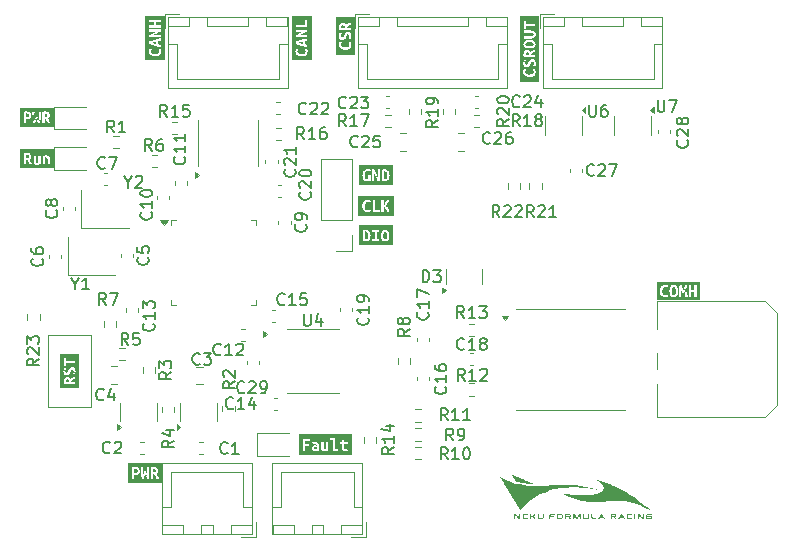
<source format=gbr>
%TF.GenerationSoftware,KiCad,Pcbnew,7.0.11-rc3*%
%TF.CreationDate,2025-03-16T23:23:52+08:00*%
%TF.ProjectId,BMS_Master,424d535f-4d61-4737-9465-722e6b696361,V1.3*%
%TF.SameCoordinates,Original*%
%TF.FileFunction,Legend,Top*%
%TF.FilePolarity,Positive*%
%FSLAX46Y46*%
G04 Gerber Fmt 4.6, Leading zero omitted, Abs format (unit mm)*
G04 Created by KiCad (PCBNEW 7.0.11-rc3) date 2025-03-16 23:23:52*
%MOMM*%
%LPD*%
G01*
G04 APERTURE LIST*
%ADD10C,0.150000*%
%ADD11C,0.120000*%
G04 APERTURE END LIST*
D10*
X67934580Y-62666666D02*
X67982200Y-62714285D01*
X67982200Y-62714285D02*
X68029819Y-62857142D01*
X68029819Y-62857142D02*
X68029819Y-62952380D01*
X68029819Y-62952380D02*
X67982200Y-63095237D01*
X67982200Y-63095237D02*
X67886961Y-63190475D01*
X67886961Y-63190475D02*
X67791723Y-63238094D01*
X67791723Y-63238094D02*
X67601247Y-63285713D01*
X67601247Y-63285713D02*
X67458390Y-63285713D01*
X67458390Y-63285713D02*
X67267914Y-63238094D01*
X67267914Y-63238094D02*
X67172676Y-63190475D01*
X67172676Y-63190475D02*
X67077438Y-63095237D01*
X67077438Y-63095237D02*
X67029819Y-62952380D01*
X67029819Y-62952380D02*
X67029819Y-62857142D01*
X67029819Y-62857142D02*
X67077438Y-62714285D01*
X67077438Y-62714285D02*
X67125057Y-62666666D01*
X67029819Y-61809523D02*
X67029819Y-61999999D01*
X67029819Y-61999999D02*
X67077438Y-62095237D01*
X67077438Y-62095237D02*
X67125057Y-62142856D01*
X67125057Y-62142856D02*
X67267914Y-62238094D01*
X67267914Y-62238094D02*
X67458390Y-62285713D01*
X67458390Y-62285713D02*
X67839342Y-62285713D01*
X67839342Y-62285713D02*
X67934580Y-62238094D01*
X67934580Y-62238094D02*
X67982200Y-62190475D01*
X67982200Y-62190475D02*
X68029819Y-62095237D01*
X68029819Y-62095237D02*
X68029819Y-61904761D01*
X68029819Y-61904761D02*
X67982200Y-61809523D01*
X67982200Y-61809523D02*
X67934580Y-61761904D01*
X67934580Y-61761904D02*
X67839342Y-61714285D01*
X67839342Y-61714285D02*
X67601247Y-61714285D01*
X67601247Y-61714285D02*
X67506009Y-61761904D01*
X67506009Y-61761904D02*
X67458390Y-61809523D01*
X67458390Y-61809523D02*
X67410771Y-61904761D01*
X67410771Y-61904761D02*
X67410771Y-62095237D01*
X67410771Y-62095237D02*
X67458390Y-62190475D01*
X67458390Y-62190475D02*
X67506009Y-62238094D01*
X67506009Y-62238094D02*
X67601247Y-62285713D01*
X84107142Y-75309580D02*
X84059523Y-75357200D01*
X84059523Y-75357200D02*
X83916666Y-75404819D01*
X83916666Y-75404819D02*
X83821428Y-75404819D01*
X83821428Y-75404819D02*
X83678571Y-75357200D01*
X83678571Y-75357200D02*
X83583333Y-75261961D01*
X83583333Y-75261961D02*
X83535714Y-75166723D01*
X83535714Y-75166723D02*
X83488095Y-74976247D01*
X83488095Y-74976247D02*
X83488095Y-74833390D01*
X83488095Y-74833390D02*
X83535714Y-74642914D01*
X83535714Y-74642914D02*
X83583333Y-74547676D01*
X83583333Y-74547676D02*
X83678571Y-74452438D01*
X83678571Y-74452438D02*
X83821428Y-74404819D01*
X83821428Y-74404819D02*
X83916666Y-74404819D01*
X83916666Y-74404819D02*
X84059523Y-74452438D01*
X84059523Y-74452438D02*
X84107142Y-74500057D01*
X85059523Y-75404819D02*
X84488095Y-75404819D01*
X84773809Y-75404819D02*
X84773809Y-74404819D01*
X84773809Y-74404819D02*
X84678571Y-74547676D01*
X84678571Y-74547676D02*
X84583333Y-74642914D01*
X84583333Y-74642914D02*
X84488095Y-74690533D01*
X85916666Y-74738152D02*
X85916666Y-75404819D01*
X85678571Y-74357200D02*
X85440476Y-75071485D01*
X85440476Y-75071485D02*
X86059523Y-75071485D01*
X90614580Y-57042857D02*
X90662200Y-57090476D01*
X90662200Y-57090476D02*
X90709819Y-57233333D01*
X90709819Y-57233333D02*
X90709819Y-57328571D01*
X90709819Y-57328571D02*
X90662200Y-57471428D01*
X90662200Y-57471428D02*
X90566961Y-57566666D01*
X90566961Y-57566666D02*
X90471723Y-57614285D01*
X90471723Y-57614285D02*
X90281247Y-57661904D01*
X90281247Y-57661904D02*
X90138390Y-57661904D01*
X90138390Y-57661904D02*
X89947914Y-57614285D01*
X89947914Y-57614285D02*
X89852676Y-57566666D01*
X89852676Y-57566666D02*
X89757438Y-57471428D01*
X89757438Y-57471428D02*
X89709819Y-57328571D01*
X89709819Y-57328571D02*
X89709819Y-57233333D01*
X89709819Y-57233333D02*
X89757438Y-57090476D01*
X89757438Y-57090476D02*
X89805057Y-57042857D01*
X89805057Y-56661904D02*
X89757438Y-56614285D01*
X89757438Y-56614285D02*
X89709819Y-56519047D01*
X89709819Y-56519047D02*
X89709819Y-56280952D01*
X89709819Y-56280952D02*
X89757438Y-56185714D01*
X89757438Y-56185714D02*
X89805057Y-56138095D01*
X89805057Y-56138095D02*
X89900295Y-56090476D01*
X89900295Y-56090476D02*
X89995533Y-56090476D01*
X89995533Y-56090476D02*
X90138390Y-56138095D01*
X90138390Y-56138095D02*
X90709819Y-56709523D01*
X90709819Y-56709523D02*
X90709819Y-56090476D01*
X89709819Y-55471428D02*
X89709819Y-55376190D01*
X89709819Y-55376190D02*
X89757438Y-55280952D01*
X89757438Y-55280952D02*
X89805057Y-55233333D01*
X89805057Y-55233333D02*
X89900295Y-55185714D01*
X89900295Y-55185714D02*
X90090771Y-55138095D01*
X90090771Y-55138095D02*
X90328866Y-55138095D01*
X90328866Y-55138095D02*
X90519342Y-55185714D01*
X90519342Y-55185714D02*
X90614580Y-55233333D01*
X90614580Y-55233333D02*
X90662200Y-55280952D01*
X90662200Y-55280952D02*
X90709819Y-55376190D01*
X90709819Y-55376190D02*
X90709819Y-55471428D01*
X90709819Y-55471428D02*
X90662200Y-55566666D01*
X90662200Y-55566666D02*
X90614580Y-55614285D01*
X90614580Y-55614285D02*
X90519342Y-55661904D01*
X90519342Y-55661904D02*
X90328866Y-55709523D01*
X90328866Y-55709523D02*
X90090771Y-55709523D01*
X90090771Y-55709523D02*
X89900295Y-55661904D01*
X89900295Y-55661904D02*
X89805057Y-55614285D01*
X89805057Y-55614285D02*
X89757438Y-55566666D01*
X89757438Y-55566666D02*
X89709819Y-55471428D01*
X102738333Y-78054819D02*
X102405000Y-77578628D01*
X102166905Y-78054819D02*
X102166905Y-77054819D01*
X102166905Y-77054819D02*
X102547857Y-77054819D01*
X102547857Y-77054819D02*
X102643095Y-77102438D01*
X102643095Y-77102438D02*
X102690714Y-77150057D01*
X102690714Y-77150057D02*
X102738333Y-77245295D01*
X102738333Y-77245295D02*
X102738333Y-77388152D01*
X102738333Y-77388152D02*
X102690714Y-77483390D01*
X102690714Y-77483390D02*
X102643095Y-77531009D01*
X102643095Y-77531009D02*
X102547857Y-77578628D01*
X102547857Y-77578628D02*
X102166905Y-77578628D01*
X103214524Y-78054819D02*
X103405000Y-78054819D01*
X103405000Y-78054819D02*
X103500238Y-78007200D01*
X103500238Y-78007200D02*
X103547857Y-77959580D01*
X103547857Y-77959580D02*
X103643095Y-77816723D01*
X103643095Y-77816723D02*
X103690714Y-77626247D01*
X103690714Y-77626247D02*
X103690714Y-77245295D01*
X103690714Y-77245295D02*
X103643095Y-77150057D01*
X103643095Y-77150057D02*
X103595476Y-77102438D01*
X103595476Y-77102438D02*
X103500238Y-77054819D01*
X103500238Y-77054819D02*
X103309762Y-77054819D01*
X103309762Y-77054819D02*
X103214524Y-77102438D01*
X103214524Y-77102438D02*
X103166905Y-77150057D01*
X103166905Y-77150057D02*
X103119286Y-77245295D01*
X103119286Y-77245295D02*
X103119286Y-77483390D01*
X103119286Y-77483390D02*
X103166905Y-77578628D01*
X103166905Y-77578628D02*
X103214524Y-77626247D01*
X103214524Y-77626247D02*
X103309762Y-77673866D01*
X103309762Y-77673866D02*
X103500238Y-77673866D01*
X103500238Y-77673866D02*
X103595476Y-77626247D01*
X103595476Y-77626247D02*
X103643095Y-77578628D01*
X103643095Y-77578628D02*
X103690714Y-77483390D01*
X75228809Y-56178628D02*
X75228809Y-56654819D01*
X74895476Y-55654819D02*
X75228809Y-56178628D01*
X75228809Y-56178628D02*
X75562142Y-55654819D01*
X75847857Y-55750057D02*
X75895476Y-55702438D01*
X75895476Y-55702438D02*
X75990714Y-55654819D01*
X75990714Y-55654819D02*
X76228809Y-55654819D01*
X76228809Y-55654819D02*
X76324047Y-55702438D01*
X76324047Y-55702438D02*
X76371666Y-55750057D01*
X76371666Y-55750057D02*
X76419285Y-55845295D01*
X76419285Y-55845295D02*
X76419285Y-55940533D01*
X76419285Y-55940533D02*
X76371666Y-56083390D01*
X76371666Y-56083390D02*
X75800238Y-56654819D01*
X75800238Y-56654819D02*
X76419285Y-56654819D01*
X106657142Y-59154819D02*
X106323809Y-58678628D01*
X106085714Y-59154819D02*
X106085714Y-58154819D01*
X106085714Y-58154819D02*
X106466666Y-58154819D01*
X106466666Y-58154819D02*
X106561904Y-58202438D01*
X106561904Y-58202438D02*
X106609523Y-58250057D01*
X106609523Y-58250057D02*
X106657142Y-58345295D01*
X106657142Y-58345295D02*
X106657142Y-58488152D01*
X106657142Y-58488152D02*
X106609523Y-58583390D01*
X106609523Y-58583390D02*
X106561904Y-58631009D01*
X106561904Y-58631009D02*
X106466666Y-58678628D01*
X106466666Y-58678628D02*
X106085714Y-58678628D01*
X107038095Y-58250057D02*
X107085714Y-58202438D01*
X107085714Y-58202438D02*
X107180952Y-58154819D01*
X107180952Y-58154819D02*
X107419047Y-58154819D01*
X107419047Y-58154819D02*
X107514285Y-58202438D01*
X107514285Y-58202438D02*
X107561904Y-58250057D01*
X107561904Y-58250057D02*
X107609523Y-58345295D01*
X107609523Y-58345295D02*
X107609523Y-58440533D01*
X107609523Y-58440533D02*
X107561904Y-58583390D01*
X107561904Y-58583390D02*
X106990476Y-59154819D01*
X106990476Y-59154819D02*
X107609523Y-59154819D01*
X107990476Y-58250057D02*
X108038095Y-58202438D01*
X108038095Y-58202438D02*
X108133333Y-58154819D01*
X108133333Y-58154819D02*
X108371428Y-58154819D01*
X108371428Y-58154819D02*
X108466666Y-58202438D01*
X108466666Y-58202438D02*
X108514285Y-58250057D01*
X108514285Y-58250057D02*
X108561904Y-58345295D01*
X108561904Y-58345295D02*
X108561904Y-58440533D01*
X108561904Y-58440533D02*
X108514285Y-58583390D01*
X108514285Y-58583390D02*
X107942857Y-59154819D01*
X107942857Y-59154819D02*
X108561904Y-59154819D01*
X73683333Y-79059580D02*
X73635714Y-79107200D01*
X73635714Y-79107200D02*
X73492857Y-79154819D01*
X73492857Y-79154819D02*
X73397619Y-79154819D01*
X73397619Y-79154819D02*
X73254762Y-79107200D01*
X73254762Y-79107200D02*
X73159524Y-79011961D01*
X73159524Y-79011961D02*
X73111905Y-78916723D01*
X73111905Y-78916723D02*
X73064286Y-78726247D01*
X73064286Y-78726247D02*
X73064286Y-78583390D01*
X73064286Y-78583390D02*
X73111905Y-78392914D01*
X73111905Y-78392914D02*
X73159524Y-78297676D01*
X73159524Y-78297676D02*
X73254762Y-78202438D01*
X73254762Y-78202438D02*
X73397619Y-78154819D01*
X73397619Y-78154819D02*
X73492857Y-78154819D01*
X73492857Y-78154819D02*
X73635714Y-78202438D01*
X73635714Y-78202438D02*
X73683333Y-78250057D01*
X74064286Y-78250057D02*
X74111905Y-78202438D01*
X74111905Y-78202438D02*
X74207143Y-78154819D01*
X74207143Y-78154819D02*
X74445238Y-78154819D01*
X74445238Y-78154819D02*
X74540476Y-78202438D01*
X74540476Y-78202438D02*
X74588095Y-78250057D01*
X74588095Y-78250057D02*
X74635714Y-78345295D01*
X74635714Y-78345295D02*
X74635714Y-78440533D01*
X74635714Y-78440533D02*
X74588095Y-78583390D01*
X74588095Y-78583390D02*
X74016667Y-79154819D01*
X74016667Y-79154819D02*
X74635714Y-79154819D01*
X76894580Y-62566666D02*
X76942200Y-62614285D01*
X76942200Y-62614285D02*
X76989819Y-62757142D01*
X76989819Y-62757142D02*
X76989819Y-62852380D01*
X76989819Y-62852380D02*
X76942200Y-62995237D01*
X76942200Y-62995237D02*
X76846961Y-63090475D01*
X76846961Y-63090475D02*
X76751723Y-63138094D01*
X76751723Y-63138094D02*
X76561247Y-63185713D01*
X76561247Y-63185713D02*
X76418390Y-63185713D01*
X76418390Y-63185713D02*
X76227914Y-63138094D01*
X76227914Y-63138094D02*
X76132676Y-63090475D01*
X76132676Y-63090475D02*
X76037438Y-62995237D01*
X76037438Y-62995237D02*
X75989819Y-62852380D01*
X75989819Y-62852380D02*
X75989819Y-62757142D01*
X75989819Y-62757142D02*
X76037438Y-62614285D01*
X76037438Y-62614285D02*
X76085057Y-62566666D01*
X75989819Y-61661904D02*
X75989819Y-62138094D01*
X75989819Y-62138094D02*
X76466009Y-62185713D01*
X76466009Y-62185713D02*
X76418390Y-62138094D01*
X76418390Y-62138094D02*
X76370771Y-62042856D01*
X76370771Y-62042856D02*
X76370771Y-61804761D01*
X76370771Y-61804761D02*
X76418390Y-61709523D01*
X76418390Y-61709523D02*
X76466009Y-61661904D01*
X76466009Y-61661904D02*
X76561247Y-61614285D01*
X76561247Y-61614285D02*
X76799342Y-61614285D01*
X76799342Y-61614285D02*
X76894580Y-61661904D01*
X76894580Y-61661904D02*
X76942200Y-61709523D01*
X76942200Y-61709523D02*
X76989819Y-61804761D01*
X76989819Y-61804761D02*
X76989819Y-62042856D01*
X76989819Y-62042856D02*
X76942200Y-62138094D01*
X76942200Y-62138094D02*
X76894580Y-62185713D01*
X102262142Y-79654819D02*
X101928809Y-79178628D01*
X101690714Y-79654819D02*
X101690714Y-78654819D01*
X101690714Y-78654819D02*
X102071666Y-78654819D01*
X102071666Y-78654819D02*
X102166904Y-78702438D01*
X102166904Y-78702438D02*
X102214523Y-78750057D01*
X102214523Y-78750057D02*
X102262142Y-78845295D01*
X102262142Y-78845295D02*
X102262142Y-78988152D01*
X102262142Y-78988152D02*
X102214523Y-79083390D01*
X102214523Y-79083390D02*
X102166904Y-79131009D01*
X102166904Y-79131009D02*
X102071666Y-79178628D01*
X102071666Y-79178628D02*
X101690714Y-79178628D01*
X103214523Y-79654819D02*
X102643095Y-79654819D01*
X102928809Y-79654819D02*
X102928809Y-78654819D01*
X102928809Y-78654819D02*
X102833571Y-78797676D01*
X102833571Y-78797676D02*
X102738333Y-78892914D01*
X102738333Y-78892914D02*
X102643095Y-78940533D01*
X103833571Y-78654819D02*
X103928809Y-78654819D01*
X103928809Y-78654819D02*
X104024047Y-78702438D01*
X104024047Y-78702438D02*
X104071666Y-78750057D01*
X104071666Y-78750057D02*
X104119285Y-78845295D01*
X104119285Y-78845295D02*
X104166904Y-79035771D01*
X104166904Y-79035771D02*
X104166904Y-79273866D01*
X104166904Y-79273866D02*
X104119285Y-79464342D01*
X104119285Y-79464342D02*
X104071666Y-79559580D01*
X104071666Y-79559580D02*
X104024047Y-79607200D01*
X104024047Y-79607200D02*
X103928809Y-79654819D01*
X103928809Y-79654819D02*
X103833571Y-79654819D01*
X103833571Y-79654819D02*
X103738333Y-79607200D01*
X103738333Y-79607200D02*
X103690714Y-79559580D01*
X103690714Y-79559580D02*
X103643095Y-79464342D01*
X103643095Y-79464342D02*
X103595476Y-79273866D01*
X103595476Y-79273866D02*
X103595476Y-79035771D01*
X103595476Y-79035771D02*
X103643095Y-78845295D01*
X103643095Y-78845295D02*
X103690714Y-78750057D01*
X103690714Y-78750057D02*
X103738333Y-78702438D01*
X103738333Y-78702438D02*
X103833571Y-78654819D01*
X97704819Y-78630357D02*
X97228628Y-78963690D01*
X97704819Y-79201785D02*
X96704819Y-79201785D01*
X96704819Y-79201785D02*
X96704819Y-78820833D01*
X96704819Y-78820833D02*
X96752438Y-78725595D01*
X96752438Y-78725595D02*
X96800057Y-78677976D01*
X96800057Y-78677976D02*
X96895295Y-78630357D01*
X96895295Y-78630357D02*
X97038152Y-78630357D01*
X97038152Y-78630357D02*
X97133390Y-78677976D01*
X97133390Y-78677976D02*
X97181009Y-78725595D01*
X97181009Y-78725595D02*
X97228628Y-78820833D01*
X97228628Y-78820833D02*
X97228628Y-79201785D01*
X97704819Y-77677976D02*
X97704819Y-78249404D01*
X97704819Y-77963690D02*
X96704819Y-77963690D01*
X96704819Y-77963690D02*
X96847676Y-78058928D01*
X96847676Y-78058928D02*
X96942914Y-78154166D01*
X96942914Y-78154166D02*
X96990533Y-78249404D01*
X97038152Y-76820833D02*
X97704819Y-76820833D01*
X96657200Y-77058928D02*
X97371485Y-77297023D01*
X97371485Y-77297023D02*
X97371485Y-76677976D01*
X73138333Y-74579580D02*
X73090714Y-74627200D01*
X73090714Y-74627200D02*
X72947857Y-74674819D01*
X72947857Y-74674819D02*
X72852619Y-74674819D01*
X72852619Y-74674819D02*
X72709762Y-74627200D01*
X72709762Y-74627200D02*
X72614524Y-74531961D01*
X72614524Y-74531961D02*
X72566905Y-74436723D01*
X72566905Y-74436723D02*
X72519286Y-74246247D01*
X72519286Y-74246247D02*
X72519286Y-74103390D01*
X72519286Y-74103390D02*
X72566905Y-73912914D01*
X72566905Y-73912914D02*
X72614524Y-73817676D01*
X72614524Y-73817676D02*
X72709762Y-73722438D01*
X72709762Y-73722438D02*
X72852619Y-73674819D01*
X72852619Y-73674819D02*
X72947857Y-73674819D01*
X72947857Y-73674819D02*
X73090714Y-73722438D01*
X73090714Y-73722438D02*
X73138333Y-73770057D01*
X73995476Y-74008152D02*
X73995476Y-74674819D01*
X73757381Y-73627200D02*
X73519286Y-74341485D01*
X73519286Y-74341485D02*
X74138333Y-74341485D01*
X103657142Y-67704819D02*
X103323809Y-67228628D01*
X103085714Y-67704819D02*
X103085714Y-66704819D01*
X103085714Y-66704819D02*
X103466666Y-66704819D01*
X103466666Y-66704819D02*
X103561904Y-66752438D01*
X103561904Y-66752438D02*
X103609523Y-66800057D01*
X103609523Y-66800057D02*
X103657142Y-66895295D01*
X103657142Y-66895295D02*
X103657142Y-67038152D01*
X103657142Y-67038152D02*
X103609523Y-67133390D01*
X103609523Y-67133390D02*
X103561904Y-67181009D01*
X103561904Y-67181009D02*
X103466666Y-67228628D01*
X103466666Y-67228628D02*
X103085714Y-67228628D01*
X104609523Y-67704819D02*
X104038095Y-67704819D01*
X104323809Y-67704819D02*
X104323809Y-66704819D01*
X104323809Y-66704819D02*
X104228571Y-66847676D01*
X104228571Y-66847676D02*
X104133333Y-66942914D01*
X104133333Y-66942914D02*
X104038095Y-66990533D01*
X104942857Y-66704819D02*
X105561904Y-66704819D01*
X105561904Y-66704819D02*
X105228571Y-67085771D01*
X105228571Y-67085771D02*
X105371428Y-67085771D01*
X105371428Y-67085771D02*
X105466666Y-67133390D01*
X105466666Y-67133390D02*
X105514285Y-67181009D01*
X105514285Y-67181009D02*
X105561904Y-67276247D01*
X105561904Y-67276247D02*
X105561904Y-67514342D01*
X105561904Y-67514342D02*
X105514285Y-67609580D01*
X105514285Y-67609580D02*
X105466666Y-67657200D01*
X105466666Y-67657200D02*
X105371428Y-67704819D01*
X105371428Y-67704819D02*
X105085714Y-67704819D01*
X105085714Y-67704819D02*
X104990476Y-67657200D01*
X104990476Y-67657200D02*
X104942857Y-67609580D01*
X81283333Y-71559580D02*
X81235714Y-71607200D01*
X81235714Y-71607200D02*
X81092857Y-71654819D01*
X81092857Y-71654819D02*
X80997619Y-71654819D01*
X80997619Y-71654819D02*
X80854762Y-71607200D01*
X80854762Y-71607200D02*
X80759524Y-71511961D01*
X80759524Y-71511961D02*
X80711905Y-71416723D01*
X80711905Y-71416723D02*
X80664286Y-71226247D01*
X80664286Y-71226247D02*
X80664286Y-71083390D01*
X80664286Y-71083390D02*
X80711905Y-70892914D01*
X80711905Y-70892914D02*
X80759524Y-70797676D01*
X80759524Y-70797676D02*
X80854762Y-70702438D01*
X80854762Y-70702438D02*
X80997619Y-70654819D01*
X80997619Y-70654819D02*
X81092857Y-70654819D01*
X81092857Y-70654819D02*
X81235714Y-70702438D01*
X81235714Y-70702438D02*
X81283333Y-70750057D01*
X81616667Y-70654819D02*
X82235714Y-70654819D01*
X82235714Y-70654819D02*
X81902381Y-71035771D01*
X81902381Y-71035771D02*
X82045238Y-71035771D01*
X82045238Y-71035771D02*
X82140476Y-71083390D01*
X82140476Y-71083390D02*
X82188095Y-71131009D01*
X82188095Y-71131009D02*
X82235714Y-71226247D01*
X82235714Y-71226247D02*
X82235714Y-71464342D01*
X82235714Y-71464342D02*
X82188095Y-71559580D01*
X82188095Y-71559580D02*
X82140476Y-71607200D01*
X82140476Y-71607200D02*
X82045238Y-71654819D01*
X82045238Y-71654819D02*
X81759524Y-71654819D01*
X81759524Y-71654819D02*
X81664286Y-71607200D01*
X81664286Y-71607200D02*
X81616667Y-71559580D01*
X67654819Y-71142857D02*
X67178628Y-71476190D01*
X67654819Y-71714285D02*
X66654819Y-71714285D01*
X66654819Y-71714285D02*
X66654819Y-71333333D01*
X66654819Y-71333333D02*
X66702438Y-71238095D01*
X66702438Y-71238095D02*
X66750057Y-71190476D01*
X66750057Y-71190476D02*
X66845295Y-71142857D01*
X66845295Y-71142857D02*
X66988152Y-71142857D01*
X66988152Y-71142857D02*
X67083390Y-71190476D01*
X67083390Y-71190476D02*
X67131009Y-71238095D01*
X67131009Y-71238095D02*
X67178628Y-71333333D01*
X67178628Y-71333333D02*
X67178628Y-71714285D01*
X66750057Y-70761904D02*
X66702438Y-70714285D01*
X66702438Y-70714285D02*
X66654819Y-70619047D01*
X66654819Y-70619047D02*
X66654819Y-70380952D01*
X66654819Y-70380952D02*
X66702438Y-70285714D01*
X66702438Y-70285714D02*
X66750057Y-70238095D01*
X66750057Y-70238095D02*
X66845295Y-70190476D01*
X66845295Y-70190476D02*
X66940533Y-70190476D01*
X66940533Y-70190476D02*
X67083390Y-70238095D01*
X67083390Y-70238095D02*
X67654819Y-70809523D01*
X67654819Y-70809523D02*
X67654819Y-70190476D01*
X66654819Y-69857142D02*
X66654819Y-69238095D01*
X66654819Y-69238095D02*
X67035771Y-69571428D01*
X67035771Y-69571428D02*
X67035771Y-69428571D01*
X67035771Y-69428571D02*
X67083390Y-69333333D01*
X67083390Y-69333333D02*
X67131009Y-69285714D01*
X67131009Y-69285714D02*
X67226247Y-69238095D01*
X67226247Y-69238095D02*
X67464342Y-69238095D01*
X67464342Y-69238095D02*
X67559580Y-69285714D01*
X67559580Y-69285714D02*
X67607200Y-69333333D01*
X67607200Y-69333333D02*
X67654819Y-69428571D01*
X67654819Y-69428571D02*
X67654819Y-69714285D01*
X67654819Y-69714285D02*
X67607200Y-69809523D01*
X67607200Y-69809523D02*
X67559580Y-69857142D01*
X74038333Y-51974819D02*
X73705000Y-51498628D01*
X73466905Y-51974819D02*
X73466905Y-50974819D01*
X73466905Y-50974819D02*
X73847857Y-50974819D01*
X73847857Y-50974819D02*
X73943095Y-51022438D01*
X73943095Y-51022438D02*
X73990714Y-51070057D01*
X73990714Y-51070057D02*
X74038333Y-51165295D01*
X74038333Y-51165295D02*
X74038333Y-51308152D01*
X74038333Y-51308152D02*
X73990714Y-51403390D01*
X73990714Y-51403390D02*
X73943095Y-51451009D01*
X73943095Y-51451009D02*
X73847857Y-51498628D01*
X73847857Y-51498628D02*
X73466905Y-51498628D01*
X74990714Y-51974819D02*
X74419286Y-51974819D01*
X74705000Y-51974819D02*
X74705000Y-50974819D01*
X74705000Y-50974819D02*
X74609762Y-51117676D01*
X74609762Y-51117676D02*
X74514524Y-51212914D01*
X74514524Y-51212914D02*
X74419286Y-51260533D01*
X102064580Y-73512857D02*
X102112200Y-73560476D01*
X102112200Y-73560476D02*
X102159819Y-73703333D01*
X102159819Y-73703333D02*
X102159819Y-73798571D01*
X102159819Y-73798571D02*
X102112200Y-73941428D01*
X102112200Y-73941428D02*
X102016961Y-74036666D01*
X102016961Y-74036666D02*
X101921723Y-74084285D01*
X101921723Y-74084285D02*
X101731247Y-74131904D01*
X101731247Y-74131904D02*
X101588390Y-74131904D01*
X101588390Y-74131904D02*
X101397914Y-74084285D01*
X101397914Y-74084285D02*
X101302676Y-74036666D01*
X101302676Y-74036666D02*
X101207438Y-73941428D01*
X101207438Y-73941428D02*
X101159819Y-73798571D01*
X101159819Y-73798571D02*
X101159819Y-73703333D01*
X101159819Y-73703333D02*
X101207438Y-73560476D01*
X101207438Y-73560476D02*
X101255057Y-73512857D01*
X102159819Y-72560476D02*
X102159819Y-73131904D01*
X102159819Y-72846190D02*
X101159819Y-72846190D01*
X101159819Y-72846190D02*
X101302676Y-72941428D01*
X101302676Y-72941428D02*
X101397914Y-73036666D01*
X101397914Y-73036666D02*
X101445533Y-73131904D01*
X101159819Y-71703333D02*
X101159819Y-71893809D01*
X101159819Y-71893809D02*
X101207438Y-71989047D01*
X101207438Y-71989047D02*
X101255057Y-72036666D01*
X101255057Y-72036666D02*
X101397914Y-72131904D01*
X101397914Y-72131904D02*
X101588390Y-72179523D01*
X101588390Y-72179523D02*
X101969342Y-72179523D01*
X101969342Y-72179523D02*
X102064580Y-72131904D01*
X102064580Y-72131904D02*
X102112200Y-72084285D01*
X102112200Y-72084285D02*
X102159819Y-71989047D01*
X102159819Y-71989047D02*
X102159819Y-71798571D01*
X102159819Y-71798571D02*
X102112200Y-71703333D01*
X102112200Y-71703333D02*
X102064580Y-71655714D01*
X102064580Y-71655714D02*
X101969342Y-71608095D01*
X101969342Y-71608095D02*
X101731247Y-71608095D01*
X101731247Y-71608095D02*
X101636009Y-71655714D01*
X101636009Y-71655714D02*
X101588390Y-71703333D01*
X101588390Y-71703333D02*
X101540771Y-71798571D01*
X101540771Y-71798571D02*
X101540771Y-71989047D01*
X101540771Y-71989047D02*
X101588390Y-72084285D01*
X101588390Y-72084285D02*
X101636009Y-72131904D01*
X101636009Y-72131904D02*
X101731247Y-72179523D01*
X100161905Y-64654819D02*
X100161905Y-63654819D01*
X100161905Y-63654819D02*
X100400000Y-63654819D01*
X100400000Y-63654819D02*
X100542857Y-63702438D01*
X100542857Y-63702438D02*
X100638095Y-63797676D01*
X100638095Y-63797676D02*
X100685714Y-63892914D01*
X100685714Y-63892914D02*
X100733333Y-64083390D01*
X100733333Y-64083390D02*
X100733333Y-64226247D01*
X100733333Y-64226247D02*
X100685714Y-64416723D01*
X100685714Y-64416723D02*
X100638095Y-64511961D01*
X100638095Y-64511961D02*
X100542857Y-64607200D01*
X100542857Y-64607200D02*
X100400000Y-64654819D01*
X100400000Y-64654819D02*
X100161905Y-64654819D01*
X101066667Y-63654819D02*
X101685714Y-63654819D01*
X101685714Y-63654819D02*
X101352381Y-64035771D01*
X101352381Y-64035771D02*
X101495238Y-64035771D01*
X101495238Y-64035771D02*
X101590476Y-64083390D01*
X101590476Y-64083390D02*
X101638095Y-64131009D01*
X101638095Y-64131009D02*
X101685714Y-64226247D01*
X101685714Y-64226247D02*
X101685714Y-64464342D01*
X101685714Y-64464342D02*
X101638095Y-64559580D01*
X101638095Y-64559580D02*
X101590476Y-64607200D01*
X101590476Y-64607200D02*
X101495238Y-64654819D01*
X101495238Y-64654819D02*
X101209524Y-64654819D01*
X101209524Y-64654819D02*
X101114286Y-64607200D01*
X101114286Y-64607200D02*
X101066667Y-64559580D01*
X99054819Y-68616666D02*
X98578628Y-68949999D01*
X99054819Y-69188094D02*
X98054819Y-69188094D01*
X98054819Y-69188094D02*
X98054819Y-68807142D01*
X98054819Y-68807142D02*
X98102438Y-68711904D01*
X98102438Y-68711904D02*
X98150057Y-68664285D01*
X98150057Y-68664285D02*
X98245295Y-68616666D01*
X98245295Y-68616666D02*
X98388152Y-68616666D01*
X98388152Y-68616666D02*
X98483390Y-68664285D01*
X98483390Y-68664285D02*
X98531009Y-68711904D01*
X98531009Y-68711904D02*
X98578628Y-68807142D01*
X98578628Y-68807142D02*
X98578628Y-69188094D01*
X98483390Y-68045237D02*
X98435771Y-68140475D01*
X98435771Y-68140475D02*
X98388152Y-68188094D01*
X98388152Y-68188094D02*
X98292914Y-68235713D01*
X98292914Y-68235713D02*
X98245295Y-68235713D01*
X98245295Y-68235713D02*
X98150057Y-68188094D01*
X98150057Y-68188094D02*
X98102438Y-68140475D01*
X98102438Y-68140475D02*
X98054819Y-68045237D01*
X98054819Y-68045237D02*
X98054819Y-67854761D01*
X98054819Y-67854761D02*
X98102438Y-67759523D01*
X98102438Y-67759523D02*
X98150057Y-67711904D01*
X98150057Y-67711904D02*
X98245295Y-67664285D01*
X98245295Y-67664285D02*
X98292914Y-67664285D01*
X98292914Y-67664285D02*
X98388152Y-67711904D01*
X98388152Y-67711904D02*
X98435771Y-67759523D01*
X98435771Y-67759523D02*
X98483390Y-67854761D01*
X98483390Y-67854761D02*
X98483390Y-68045237D01*
X98483390Y-68045237D02*
X98531009Y-68140475D01*
X98531009Y-68140475D02*
X98578628Y-68188094D01*
X98578628Y-68188094D02*
X98673866Y-68235713D01*
X98673866Y-68235713D02*
X98864342Y-68235713D01*
X98864342Y-68235713D02*
X98959580Y-68188094D01*
X98959580Y-68188094D02*
X99007200Y-68140475D01*
X99007200Y-68140475D02*
X99054819Y-68045237D01*
X99054819Y-68045237D02*
X99054819Y-67854761D01*
X99054819Y-67854761D02*
X99007200Y-67759523D01*
X99007200Y-67759523D02*
X98959580Y-67711904D01*
X98959580Y-67711904D02*
X98864342Y-67664285D01*
X98864342Y-67664285D02*
X98673866Y-67664285D01*
X98673866Y-67664285D02*
X98578628Y-67711904D01*
X98578628Y-67711904D02*
X98531009Y-67759523D01*
X98531009Y-67759523D02*
X98483390Y-67854761D01*
X122559580Y-52642857D02*
X122607200Y-52690476D01*
X122607200Y-52690476D02*
X122654819Y-52833333D01*
X122654819Y-52833333D02*
X122654819Y-52928571D01*
X122654819Y-52928571D02*
X122607200Y-53071428D01*
X122607200Y-53071428D02*
X122511961Y-53166666D01*
X122511961Y-53166666D02*
X122416723Y-53214285D01*
X122416723Y-53214285D02*
X122226247Y-53261904D01*
X122226247Y-53261904D02*
X122083390Y-53261904D01*
X122083390Y-53261904D02*
X121892914Y-53214285D01*
X121892914Y-53214285D02*
X121797676Y-53166666D01*
X121797676Y-53166666D02*
X121702438Y-53071428D01*
X121702438Y-53071428D02*
X121654819Y-52928571D01*
X121654819Y-52928571D02*
X121654819Y-52833333D01*
X121654819Y-52833333D02*
X121702438Y-52690476D01*
X121702438Y-52690476D02*
X121750057Y-52642857D01*
X121750057Y-52261904D02*
X121702438Y-52214285D01*
X121702438Y-52214285D02*
X121654819Y-52119047D01*
X121654819Y-52119047D02*
X121654819Y-51880952D01*
X121654819Y-51880952D02*
X121702438Y-51785714D01*
X121702438Y-51785714D02*
X121750057Y-51738095D01*
X121750057Y-51738095D02*
X121845295Y-51690476D01*
X121845295Y-51690476D02*
X121940533Y-51690476D01*
X121940533Y-51690476D02*
X122083390Y-51738095D01*
X122083390Y-51738095D02*
X122654819Y-52309523D01*
X122654819Y-52309523D02*
X122654819Y-51690476D01*
X122083390Y-51119047D02*
X122035771Y-51214285D01*
X122035771Y-51214285D02*
X121988152Y-51261904D01*
X121988152Y-51261904D02*
X121892914Y-51309523D01*
X121892914Y-51309523D02*
X121845295Y-51309523D01*
X121845295Y-51309523D02*
X121750057Y-51261904D01*
X121750057Y-51261904D02*
X121702438Y-51214285D01*
X121702438Y-51214285D02*
X121654819Y-51119047D01*
X121654819Y-51119047D02*
X121654819Y-50928571D01*
X121654819Y-50928571D02*
X121702438Y-50833333D01*
X121702438Y-50833333D02*
X121750057Y-50785714D01*
X121750057Y-50785714D02*
X121845295Y-50738095D01*
X121845295Y-50738095D02*
X121892914Y-50738095D01*
X121892914Y-50738095D02*
X121988152Y-50785714D01*
X121988152Y-50785714D02*
X122035771Y-50833333D01*
X122035771Y-50833333D02*
X122083390Y-50928571D01*
X122083390Y-50928571D02*
X122083390Y-51119047D01*
X122083390Y-51119047D02*
X122131009Y-51214285D01*
X122131009Y-51214285D02*
X122178628Y-51261904D01*
X122178628Y-51261904D02*
X122273866Y-51309523D01*
X122273866Y-51309523D02*
X122464342Y-51309523D01*
X122464342Y-51309523D02*
X122559580Y-51261904D01*
X122559580Y-51261904D02*
X122607200Y-51214285D01*
X122607200Y-51214285D02*
X122654819Y-51119047D01*
X122654819Y-51119047D02*
X122654819Y-50928571D01*
X122654819Y-50928571D02*
X122607200Y-50833333D01*
X122607200Y-50833333D02*
X122559580Y-50785714D01*
X122559580Y-50785714D02*
X122464342Y-50738095D01*
X122464342Y-50738095D02*
X122273866Y-50738095D01*
X122273866Y-50738095D02*
X122178628Y-50785714D01*
X122178628Y-50785714D02*
X122131009Y-50833333D01*
X122131009Y-50833333D02*
X122083390Y-50928571D01*
X105857142Y-52859580D02*
X105809523Y-52907200D01*
X105809523Y-52907200D02*
X105666666Y-52954819D01*
X105666666Y-52954819D02*
X105571428Y-52954819D01*
X105571428Y-52954819D02*
X105428571Y-52907200D01*
X105428571Y-52907200D02*
X105333333Y-52811961D01*
X105333333Y-52811961D02*
X105285714Y-52716723D01*
X105285714Y-52716723D02*
X105238095Y-52526247D01*
X105238095Y-52526247D02*
X105238095Y-52383390D01*
X105238095Y-52383390D02*
X105285714Y-52192914D01*
X105285714Y-52192914D02*
X105333333Y-52097676D01*
X105333333Y-52097676D02*
X105428571Y-52002438D01*
X105428571Y-52002438D02*
X105571428Y-51954819D01*
X105571428Y-51954819D02*
X105666666Y-51954819D01*
X105666666Y-51954819D02*
X105809523Y-52002438D01*
X105809523Y-52002438D02*
X105857142Y-52050057D01*
X106238095Y-52050057D02*
X106285714Y-52002438D01*
X106285714Y-52002438D02*
X106380952Y-51954819D01*
X106380952Y-51954819D02*
X106619047Y-51954819D01*
X106619047Y-51954819D02*
X106714285Y-52002438D01*
X106714285Y-52002438D02*
X106761904Y-52050057D01*
X106761904Y-52050057D02*
X106809523Y-52145295D01*
X106809523Y-52145295D02*
X106809523Y-52240533D01*
X106809523Y-52240533D02*
X106761904Y-52383390D01*
X106761904Y-52383390D02*
X106190476Y-52954819D01*
X106190476Y-52954819D02*
X106809523Y-52954819D01*
X107666666Y-51954819D02*
X107476190Y-51954819D01*
X107476190Y-51954819D02*
X107380952Y-52002438D01*
X107380952Y-52002438D02*
X107333333Y-52050057D01*
X107333333Y-52050057D02*
X107238095Y-52192914D01*
X107238095Y-52192914D02*
X107190476Y-52383390D01*
X107190476Y-52383390D02*
X107190476Y-52764342D01*
X107190476Y-52764342D02*
X107238095Y-52859580D01*
X107238095Y-52859580D02*
X107285714Y-52907200D01*
X107285714Y-52907200D02*
X107380952Y-52954819D01*
X107380952Y-52954819D02*
X107571428Y-52954819D01*
X107571428Y-52954819D02*
X107666666Y-52907200D01*
X107666666Y-52907200D02*
X107714285Y-52859580D01*
X107714285Y-52859580D02*
X107761904Y-52764342D01*
X107761904Y-52764342D02*
X107761904Y-52526247D01*
X107761904Y-52526247D02*
X107714285Y-52431009D01*
X107714285Y-52431009D02*
X107666666Y-52383390D01*
X107666666Y-52383390D02*
X107571428Y-52335771D01*
X107571428Y-52335771D02*
X107380952Y-52335771D01*
X107380952Y-52335771D02*
X107285714Y-52383390D01*
X107285714Y-52383390D02*
X107238095Y-52431009D01*
X107238095Y-52431009D02*
X107190476Y-52526247D01*
X78512142Y-50644819D02*
X78178809Y-50168628D01*
X77940714Y-50644819D02*
X77940714Y-49644819D01*
X77940714Y-49644819D02*
X78321666Y-49644819D01*
X78321666Y-49644819D02*
X78416904Y-49692438D01*
X78416904Y-49692438D02*
X78464523Y-49740057D01*
X78464523Y-49740057D02*
X78512142Y-49835295D01*
X78512142Y-49835295D02*
X78512142Y-49978152D01*
X78512142Y-49978152D02*
X78464523Y-50073390D01*
X78464523Y-50073390D02*
X78416904Y-50121009D01*
X78416904Y-50121009D02*
X78321666Y-50168628D01*
X78321666Y-50168628D02*
X77940714Y-50168628D01*
X79464523Y-50644819D02*
X78893095Y-50644819D01*
X79178809Y-50644819D02*
X79178809Y-49644819D01*
X79178809Y-49644819D02*
X79083571Y-49787676D01*
X79083571Y-49787676D02*
X78988333Y-49882914D01*
X78988333Y-49882914D02*
X78893095Y-49930533D01*
X80369285Y-49644819D02*
X79893095Y-49644819D01*
X79893095Y-49644819D02*
X79845476Y-50121009D01*
X79845476Y-50121009D02*
X79893095Y-50073390D01*
X79893095Y-50073390D02*
X79988333Y-50025771D01*
X79988333Y-50025771D02*
X80226428Y-50025771D01*
X80226428Y-50025771D02*
X80321666Y-50073390D01*
X80321666Y-50073390D02*
X80369285Y-50121009D01*
X80369285Y-50121009D02*
X80416904Y-50216247D01*
X80416904Y-50216247D02*
X80416904Y-50454342D01*
X80416904Y-50454342D02*
X80369285Y-50549580D01*
X80369285Y-50549580D02*
X80321666Y-50597200D01*
X80321666Y-50597200D02*
X80226428Y-50644819D01*
X80226428Y-50644819D02*
X79988333Y-50644819D01*
X79988333Y-50644819D02*
X79893095Y-50597200D01*
X79893095Y-50597200D02*
X79845476Y-50549580D01*
X102262142Y-76354819D02*
X101928809Y-75878628D01*
X101690714Y-76354819D02*
X101690714Y-75354819D01*
X101690714Y-75354819D02*
X102071666Y-75354819D01*
X102071666Y-75354819D02*
X102166904Y-75402438D01*
X102166904Y-75402438D02*
X102214523Y-75450057D01*
X102214523Y-75450057D02*
X102262142Y-75545295D01*
X102262142Y-75545295D02*
X102262142Y-75688152D01*
X102262142Y-75688152D02*
X102214523Y-75783390D01*
X102214523Y-75783390D02*
X102166904Y-75831009D01*
X102166904Y-75831009D02*
X102071666Y-75878628D01*
X102071666Y-75878628D02*
X101690714Y-75878628D01*
X103214523Y-76354819D02*
X102643095Y-76354819D01*
X102928809Y-76354819D02*
X102928809Y-75354819D01*
X102928809Y-75354819D02*
X102833571Y-75497676D01*
X102833571Y-75497676D02*
X102738333Y-75592914D01*
X102738333Y-75592914D02*
X102643095Y-75640533D01*
X104166904Y-76354819D02*
X103595476Y-76354819D01*
X103881190Y-76354819D02*
X103881190Y-75354819D01*
X103881190Y-75354819D02*
X103785952Y-75497676D01*
X103785952Y-75497676D02*
X103690714Y-75592914D01*
X103690714Y-75592914D02*
X103595476Y-75640533D01*
X90088095Y-67354819D02*
X90088095Y-68164342D01*
X90088095Y-68164342D02*
X90135714Y-68259580D01*
X90135714Y-68259580D02*
X90183333Y-68307200D01*
X90183333Y-68307200D02*
X90278571Y-68354819D01*
X90278571Y-68354819D02*
X90469047Y-68354819D01*
X90469047Y-68354819D02*
X90564285Y-68307200D01*
X90564285Y-68307200D02*
X90611904Y-68259580D01*
X90611904Y-68259580D02*
X90659523Y-68164342D01*
X90659523Y-68164342D02*
X90659523Y-67354819D01*
X91564285Y-67688152D02*
X91564285Y-68354819D01*
X91326190Y-67307200D02*
X91088095Y-68021485D01*
X91088095Y-68021485D02*
X91707142Y-68021485D01*
X114238095Y-49654819D02*
X114238095Y-50464342D01*
X114238095Y-50464342D02*
X114285714Y-50559580D01*
X114285714Y-50559580D02*
X114333333Y-50607200D01*
X114333333Y-50607200D02*
X114428571Y-50654819D01*
X114428571Y-50654819D02*
X114619047Y-50654819D01*
X114619047Y-50654819D02*
X114714285Y-50607200D01*
X114714285Y-50607200D02*
X114761904Y-50559580D01*
X114761904Y-50559580D02*
X114809523Y-50464342D01*
X114809523Y-50464342D02*
X114809523Y-49654819D01*
X115714285Y-49654819D02*
X115523809Y-49654819D01*
X115523809Y-49654819D02*
X115428571Y-49702438D01*
X115428571Y-49702438D02*
X115380952Y-49750057D01*
X115380952Y-49750057D02*
X115285714Y-49892914D01*
X115285714Y-49892914D02*
X115238095Y-50083390D01*
X115238095Y-50083390D02*
X115238095Y-50464342D01*
X115238095Y-50464342D02*
X115285714Y-50559580D01*
X115285714Y-50559580D02*
X115333333Y-50607200D01*
X115333333Y-50607200D02*
X115428571Y-50654819D01*
X115428571Y-50654819D02*
X115619047Y-50654819D01*
X115619047Y-50654819D02*
X115714285Y-50607200D01*
X115714285Y-50607200D02*
X115761904Y-50559580D01*
X115761904Y-50559580D02*
X115809523Y-50464342D01*
X115809523Y-50464342D02*
X115809523Y-50226247D01*
X115809523Y-50226247D02*
X115761904Y-50131009D01*
X115761904Y-50131009D02*
X115714285Y-50083390D01*
X115714285Y-50083390D02*
X115619047Y-50035771D01*
X115619047Y-50035771D02*
X115428571Y-50035771D01*
X115428571Y-50035771D02*
X115333333Y-50083390D01*
X115333333Y-50083390D02*
X115285714Y-50131009D01*
X115285714Y-50131009D02*
X115238095Y-50226247D01*
X70728809Y-64798628D02*
X70728809Y-65274819D01*
X70395476Y-64274819D02*
X70728809Y-64798628D01*
X70728809Y-64798628D02*
X71062142Y-64274819D01*
X71919285Y-65274819D02*
X71347857Y-65274819D01*
X71633571Y-65274819D02*
X71633571Y-64274819D01*
X71633571Y-64274819D02*
X71538333Y-64417676D01*
X71538333Y-64417676D02*
X71443095Y-64512914D01*
X71443095Y-64512914D02*
X71347857Y-64560533D01*
X93657142Y-49859580D02*
X93609523Y-49907200D01*
X93609523Y-49907200D02*
X93466666Y-49954819D01*
X93466666Y-49954819D02*
X93371428Y-49954819D01*
X93371428Y-49954819D02*
X93228571Y-49907200D01*
X93228571Y-49907200D02*
X93133333Y-49811961D01*
X93133333Y-49811961D02*
X93085714Y-49716723D01*
X93085714Y-49716723D02*
X93038095Y-49526247D01*
X93038095Y-49526247D02*
X93038095Y-49383390D01*
X93038095Y-49383390D02*
X93085714Y-49192914D01*
X93085714Y-49192914D02*
X93133333Y-49097676D01*
X93133333Y-49097676D02*
X93228571Y-49002438D01*
X93228571Y-49002438D02*
X93371428Y-48954819D01*
X93371428Y-48954819D02*
X93466666Y-48954819D01*
X93466666Y-48954819D02*
X93609523Y-49002438D01*
X93609523Y-49002438D02*
X93657142Y-49050057D01*
X94038095Y-49050057D02*
X94085714Y-49002438D01*
X94085714Y-49002438D02*
X94180952Y-48954819D01*
X94180952Y-48954819D02*
X94419047Y-48954819D01*
X94419047Y-48954819D02*
X94514285Y-49002438D01*
X94514285Y-49002438D02*
X94561904Y-49050057D01*
X94561904Y-49050057D02*
X94609523Y-49145295D01*
X94609523Y-49145295D02*
X94609523Y-49240533D01*
X94609523Y-49240533D02*
X94561904Y-49383390D01*
X94561904Y-49383390D02*
X93990476Y-49954819D01*
X93990476Y-49954819D02*
X94609523Y-49954819D01*
X94942857Y-48954819D02*
X95561904Y-48954819D01*
X95561904Y-48954819D02*
X95228571Y-49335771D01*
X95228571Y-49335771D02*
X95371428Y-49335771D01*
X95371428Y-49335771D02*
X95466666Y-49383390D01*
X95466666Y-49383390D02*
X95514285Y-49431009D01*
X95514285Y-49431009D02*
X95561904Y-49526247D01*
X95561904Y-49526247D02*
X95561904Y-49764342D01*
X95561904Y-49764342D02*
X95514285Y-49859580D01*
X95514285Y-49859580D02*
X95466666Y-49907200D01*
X95466666Y-49907200D02*
X95371428Y-49954819D01*
X95371428Y-49954819D02*
X95085714Y-49954819D01*
X95085714Y-49954819D02*
X94990476Y-49907200D01*
X94990476Y-49907200D02*
X94942857Y-49859580D01*
X77364580Y-68162857D02*
X77412200Y-68210476D01*
X77412200Y-68210476D02*
X77459819Y-68353333D01*
X77459819Y-68353333D02*
X77459819Y-68448571D01*
X77459819Y-68448571D02*
X77412200Y-68591428D01*
X77412200Y-68591428D02*
X77316961Y-68686666D01*
X77316961Y-68686666D02*
X77221723Y-68734285D01*
X77221723Y-68734285D02*
X77031247Y-68781904D01*
X77031247Y-68781904D02*
X76888390Y-68781904D01*
X76888390Y-68781904D02*
X76697914Y-68734285D01*
X76697914Y-68734285D02*
X76602676Y-68686666D01*
X76602676Y-68686666D02*
X76507438Y-68591428D01*
X76507438Y-68591428D02*
X76459819Y-68448571D01*
X76459819Y-68448571D02*
X76459819Y-68353333D01*
X76459819Y-68353333D02*
X76507438Y-68210476D01*
X76507438Y-68210476D02*
X76555057Y-68162857D01*
X77459819Y-67210476D02*
X77459819Y-67781904D01*
X77459819Y-67496190D02*
X76459819Y-67496190D01*
X76459819Y-67496190D02*
X76602676Y-67591428D01*
X76602676Y-67591428D02*
X76697914Y-67686666D01*
X76697914Y-67686666D02*
X76745533Y-67781904D01*
X76459819Y-66877142D02*
X76459819Y-66258095D01*
X76459819Y-66258095D02*
X76840771Y-66591428D01*
X76840771Y-66591428D02*
X76840771Y-66448571D01*
X76840771Y-66448571D02*
X76888390Y-66353333D01*
X76888390Y-66353333D02*
X76936009Y-66305714D01*
X76936009Y-66305714D02*
X77031247Y-66258095D01*
X77031247Y-66258095D02*
X77269342Y-66258095D01*
X77269342Y-66258095D02*
X77364580Y-66305714D01*
X77364580Y-66305714D02*
X77412200Y-66353333D01*
X77412200Y-66353333D02*
X77459819Y-66448571D01*
X77459819Y-66448571D02*
X77459819Y-66734285D01*
X77459819Y-66734285D02*
X77412200Y-66829523D01*
X77412200Y-66829523D02*
X77364580Y-66877142D01*
X73338333Y-66574819D02*
X73005000Y-66098628D01*
X72766905Y-66574819D02*
X72766905Y-65574819D01*
X72766905Y-65574819D02*
X73147857Y-65574819D01*
X73147857Y-65574819D02*
X73243095Y-65622438D01*
X73243095Y-65622438D02*
X73290714Y-65670057D01*
X73290714Y-65670057D02*
X73338333Y-65765295D01*
X73338333Y-65765295D02*
X73338333Y-65908152D01*
X73338333Y-65908152D02*
X73290714Y-66003390D01*
X73290714Y-66003390D02*
X73243095Y-66051009D01*
X73243095Y-66051009D02*
X73147857Y-66098628D01*
X73147857Y-66098628D02*
X72766905Y-66098628D01*
X73671667Y-65574819D02*
X74338333Y-65574819D01*
X74338333Y-65574819D02*
X73909762Y-66574819D01*
X75238333Y-69974819D02*
X74905000Y-69498628D01*
X74666905Y-69974819D02*
X74666905Y-68974819D01*
X74666905Y-68974819D02*
X75047857Y-68974819D01*
X75047857Y-68974819D02*
X75143095Y-69022438D01*
X75143095Y-69022438D02*
X75190714Y-69070057D01*
X75190714Y-69070057D02*
X75238333Y-69165295D01*
X75238333Y-69165295D02*
X75238333Y-69308152D01*
X75238333Y-69308152D02*
X75190714Y-69403390D01*
X75190714Y-69403390D02*
X75143095Y-69451009D01*
X75143095Y-69451009D02*
X75047857Y-69498628D01*
X75047857Y-69498628D02*
X74666905Y-69498628D01*
X76143095Y-68974819D02*
X75666905Y-68974819D01*
X75666905Y-68974819D02*
X75619286Y-69451009D01*
X75619286Y-69451009D02*
X75666905Y-69403390D01*
X75666905Y-69403390D02*
X75762143Y-69355771D01*
X75762143Y-69355771D02*
X76000238Y-69355771D01*
X76000238Y-69355771D02*
X76095476Y-69403390D01*
X76095476Y-69403390D02*
X76143095Y-69451009D01*
X76143095Y-69451009D02*
X76190714Y-69546247D01*
X76190714Y-69546247D02*
X76190714Y-69784342D01*
X76190714Y-69784342D02*
X76143095Y-69879580D01*
X76143095Y-69879580D02*
X76095476Y-69927200D01*
X76095476Y-69927200D02*
X76000238Y-69974819D01*
X76000238Y-69974819D02*
X75762143Y-69974819D01*
X75762143Y-69974819D02*
X75666905Y-69927200D01*
X75666905Y-69927200D02*
X75619286Y-69879580D01*
X85057142Y-73959580D02*
X85009523Y-74007200D01*
X85009523Y-74007200D02*
X84866666Y-74054819D01*
X84866666Y-74054819D02*
X84771428Y-74054819D01*
X84771428Y-74054819D02*
X84628571Y-74007200D01*
X84628571Y-74007200D02*
X84533333Y-73911961D01*
X84533333Y-73911961D02*
X84485714Y-73816723D01*
X84485714Y-73816723D02*
X84438095Y-73626247D01*
X84438095Y-73626247D02*
X84438095Y-73483390D01*
X84438095Y-73483390D02*
X84485714Y-73292914D01*
X84485714Y-73292914D02*
X84533333Y-73197676D01*
X84533333Y-73197676D02*
X84628571Y-73102438D01*
X84628571Y-73102438D02*
X84771428Y-73054819D01*
X84771428Y-73054819D02*
X84866666Y-73054819D01*
X84866666Y-73054819D02*
X85009523Y-73102438D01*
X85009523Y-73102438D02*
X85057142Y-73150057D01*
X85438095Y-73150057D02*
X85485714Y-73102438D01*
X85485714Y-73102438D02*
X85580952Y-73054819D01*
X85580952Y-73054819D02*
X85819047Y-73054819D01*
X85819047Y-73054819D02*
X85914285Y-73102438D01*
X85914285Y-73102438D02*
X85961904Y-73150057D01*
X85961904Y-73150057D02*
X86009523Y-73245295D01*
X86009523Y-73245295D02*
X86009523Y-73340533D01*
X86009523Y-73340533D02*
X85961904Y-73483390D01*
X85961904Y-73483390D02*
X85390476Y-74054819D01*
X85390476Y-74054819D02*
X86009523Y-74054819D01*
X86485714Y-74054819D02*
X86676190Y-74054819D01*
X86676190Y-74054819D02*
X86771428Y-74007200D01*
X86771428Y-74007200D02*
X86819047Y-73959580D01*
X86819047Y-73959580D02*
X86914285Y-73816723D01*
X86914285Y-73816723D02*
X86961904Y-73626247D01*
X86961904Y-73626247D02*
X86961904Y-73245295D01*
X86961904Y-73245295D02*
X86914285Y-73150057D01*
X86914285Y-73150057D02*
X86866666Y-73102438D01*
X86866666Y-73102438D02*
X86771428Y-73054819D01*
X86771428Y-73054819D02*
X86580952Y-73054819D01*
X86580952Y-73054819D02*
X86485714Y-73102438D01*
X86485714Y-73102438D02*
X86438095Y-73150057D01*
X86438095Y-73150057D02*
X86390476Y-73245295D01*
X86390476Y-73245295D02*
X86390476Y-73483390D01*
X86390476Y-73483390D02*
X86438095Y-73578628D01*
X86438095Y-73578628D02*
X86485714Y-73626247D01*
X86485714Y-73626247D02*
X86580952Y-73673866D01*
X86580952Y-73673866D02*
X86771428Y-73673866D01*
X86771428Y-73673866D02*
X86866666Y-73626247D01*
X86866666Y-73626247D02*
X86914285Y-73578628D01*
X86914285Y-73578628D02*
X86961904Y-73483390D01*
X78859819Y-72266666D02*
X78383628Y-72599999D01*
X78859819Y-72838094D02*
X77859819Y-72838094D01*
X77859819Y-72838094D02*
X77859819Y-72457142D01*
X77859819Y-72457142D02*
X77907438Y-72361904D01*
X77907438Y-72361904D02*
X77955057Y-72314285D01*
X77955057Y-72314285D02*
X78050295Y-72266666D01*
X78050295Y-72266666D02*
X78193152Y-72266666D01*
X78193152Y-72266666D02*
X78288390Y-72314285D01*
X78288390Y-72314285D02*
X78336009Y-72361904D01*
X78336009Y-72361904D02*
X78383628Y-72457142D01*
X78383628Y-72457142D02*
X78383628Y-72838094D01*
X77859819Y-71933332D02*
X77859819Y-71314285D01*
X77859819Y-71314285D02*
X78240771Y-71647618D01*
X78240771Y-71647618D02*
X78240771Y-71504761D01*
X78240771Y-71504761D02*
X78288390Y-71409523D01*
X78288390Y-71409523D02*
X78336009Y-71361904D01*
X78336009Y-71361904D02*
X78431247Y-71314285D01*
X78431247Y-71314285D02*
X78669342Y-71314285D01*
X78669342Y-71314285D02*
X78764580Y-71361904D01*
X78764580Y-71361904D02*
X78812200Y-71409523D01*
X78812200Y-71409523D02*
X78859819Y-71504761D01*
X78859819Y-71504761D02*
X78859819Y-71790475D01*
X78859819Y-71790475D02*
X78812200Y-71885713D01*
X78812200Y-71885713D02*
X78764580Y-71933332D01*
X77238333Y-53554819D02*
X76905000Y-53078628D01*
X76666905Y-53554819D02*
X76666905Y-52554819D01*
X76666905Y-52554819D02*
X77047857Y-52554819D01*
X77047857Y-52554819D02*
X77143095Y-52602438D01*
X77143095Y-52602438D02*
X77190714Y-52650057D01*
X77190714Y-52650057D02*
X77238333Y-52745295D01*
X77238333Y-52745295D02*
X77238333Y-52888152D01*
X77238333Y-52888152D02*
X77190714Y-52983390D01*
X77190714Y-52983390D02*
X77143095Y-53031009D01*
X77143095Y-53031009D02*
X77047857Y-53078628D01*
X77047857Y-53078628D02*
X76666905Y-53078628D01*
X78095476Y-52554819D02*
X77905000Y-52554819D01*
X77905000Y-52554819D02*
X77809762Y-52602438D01*
X77809762Y-52602438D02*
X77762143Y-52650057D01*
X77762143Y-52650057D02*
X77666905Y-52792914D01*
X77666905Y-52792914D02*
X77619286Y-52983390D01*
X77619286Y-52983390D02*
X77619286Y-53364342D01*
X77619286Y-53364342D02*
X77666905Y-53459580D01*
X77666905Y-53459580D02*
X77714524Y-53507200D01*
X77714524Y-53507200D02*
X77809762Y-53554819D01*
X77809762Y-53554819D02*
X78000238Y-53554819D01*
X78000238Y-53554819D02*
X78095476Y-53507200D01*
X78095476Y-53507200D02*
X78143095Y-53459580D01*
X78143095Y-53459580D02*
X78190714Y-53364342D01*
X78190714Y-53364342D02*
X78190714Y-53126247D01*
X78190714Y-53126247D02*
X78143095Y-53031009D01*
X78143095Y-53031009D02*
X78095476Y-52983390D01*
X78095476Y-52983390D02*
X78000238Y-52935771D01*
X78000238Y-52935771D02*
X77809762Y-52935771D01*
X77809762Y-52935771D02*
X77714524Y-52983390D01*
X77714524Y-52983390D02*
X77666905Y-53031009D01*
X77666905Y-53031009D02*
X77619286Y-53126247D01*
X89314580Y-55112857D02*
X89362200Y-55160476D01*
X89362200Y-55160476D02*
X89409819Y-55303333D01*
X89409819Y-55303333D02*
X89409819Y-55398571D01*
X89409819Y-55398571D02*
X89362200Y-55541428D01*
X89362200Y-55541428D02*
X89266961Y-55636666D01*
X89266961Y-55636666D02*
X89171723Y-55684285D01*
X89171723Y-55684285D02*
X88981247Y-55731904D01*
X88981247Y-55731904D02*
X88838390Y-55731904D01*
X88838390Y-55731904D02*
X88647914Y-55684285D01*
X88647914Y-55684285D02*
X88552676Y-55636666D01*
X88552676Y-55636666D02*
X88457438Y-55541428D01*
X88457438Y-55541428D02*
X88409819Y-55398571D01*
X88409819Y-55398571D02*
X88409819Y-55303333D01*
X88409819Y-55303333D02*
X88457438Y-55160476D01*
X88457438Y-55160476D02*
X88505057Y-55112857D01*
X88505057Y-54731904D02*
X88457438Y-54684285D01*
X88457438Y-54684285D02*
X88409819Y-54589047D01*
X88409819Y-54589047D02*
X88409819Y-54350952D01*
X88409819Y-54350952D02*
X88457438Y-54255714D01*
X88457438Y-54255714D02*
X88505057Y-54208095D01*
X88505057Y-54208095D02*
X88600295Y-54160476D01*
X88600295Y-54160476D02*
X88695533Y-54160476D01*
X88695533Y-54160476D02*
X88838390Y-54208095D01*
X88838390Y-54208095D02*
X89409819Y-54779523D01*
X89409819Y-54779523D02*
X89409819Y-54160476D01*
X89409819Y-53208095D02*
X89409819Y-53779523D01*
X89409819Y-53493809D02*
X88409819Y-53493809D01*
X88409819Y-53493809D02*
X88552676Y-53589047D01*
X88552676Y-53589047D02*
X88647914Y-53684285D01*
X88647914Y-53684285D02*
X88695533Y-53779523D01*
X83633333Y-79109580D02*
X83585714Y-79157200D01*
X83585714Y-79157200D02*
X83442857Y-79204819D01*
X83442857Y-79204819D02*
X83347619Y-79204819D01*
X83347619Y-79204819D02*
X83204762Y-79157200D01*
X83204762Y-79157200D02*
X83109524Y-79061961D01*
X83109524Y-79061961D02*
X83061905Y-78966723D01*
X83061905Y-78966723D02*
X83014286Y-78776247D01*
X83014286Y-78776247D02*
X83014286Y-78633390D01*
X83014286Y-78633390D02*
X83061905Y-78442914D01*
X83061905Y-78442914D02*
X83109524Y-78347676D01*
X83109524Y-78347676D02*
X83204762Y-78252438D01*
X83204762Y-78252438D02*
X83347619Y-78204819D01*
X83347619Y-78204819D02*
X83442857Y-78204819D01*
X83442857Y-78204819D02*
X83585714Y-78252438D01*
X83585714Y-78252438D02*
X83633333Y-78300057D01*
X84585714Y-79204819D02*
X84014286Y-79204819D01*
X84300000Y-79204819D02*
X84300000Y-78204819D01*
X84300000Y-78204819D02*
X84204762Y-78347676D01*
X84204762Y-78347676D02*
X84109524Y-78442914D01*
X84109524Y-78442914D02*
X84014286Y-78490533D01*
X114657142Y-55559580D02*
X114609523Y-55607200D01*
X114609523Y-55607200D02*
X114466666Y-55654819D01*
X114466666Y-55654819D02*
X114371428Y-55654819D01*
X114371428Y-55654819D02*
X114228571Y-55607200D01*
X114228571Y-55607200D02*
X114133333Y-55511961D01*
X114133333Y-55511961D02*
X114085714Y-55416723D01*
X114085714Y-55416723D02*
X114038095Y-55226247D01*
X114038095Y-55226247D02*
X114038095Y-55083390D01*
X114038095Y-55083390D02*
X114085714Y-54892914D01*
X114085714Y-54892914D02*
X114133333Y-54797676D01*
X114133333Y-54797676D02*
X114228571Y-54702438D01*
X114228571Y-54702438D02*
X114371428Y-54654819D01*
X114371428Y-54654819D02*
X114466666Y-54654819D01*
X114466666Y-54654819D02*
X114609523Y-54702438D01*
X114609523Y-54702438D02*
X114657142Y-54750057D01*
X115038095Y-54750057D02*
X115085714Y-54702438D01*
X115085714Y-54702438D02*
X115180952Y-54654819D01*
X115180952Y-54654819D02*
X115419047Y-54654819D01*
X115419047Y-54654819D02*
X115514285Y-54702438D01*
X115514285Y-54702438D02*
X115561904Y-54750057D01*
X115561904Y-54750057D02*
X115609523Y-54845295D01*
X115609523Y-54845295D02*
X115609523Y-54940533D01*
X115609523Y-54940533D02*
X115561904Y-55083390D01*
X115561904Y-55083390D02*
X114990476Y-55654819D01*
X114990476Y-55654819D02*
X115609523Y-55654819D01*
X115942857Y-54654819D02*
X116609523Y-54654819D01*
X116609523Y-54654819D02*
X116180952Y-55654819D01*
X84259819Y-73066666D02*
X83783628Y-73399999D01*
X84259819Y-73638094D02*
X83259819Y-73638094D01*
X83259819Y-73638094D02*
X83259819Y-73257142D01*
X83259819Y-73257142D02*
X83307438Y-73161904D01*
X83307438Y-73161904D02*
X83355057Y-73114285D01*
X83355057Y-73114285D02*
X83450295Y-73066666D01*
X83450295Y-73066666D02*
X83593152Y-73066666D01*
X83593152Y-73066666D02*
X83688390Y-73114285D01*
X83688390Y-73114285D02*
X83736009Y-73161904D01*
X83736009Y-73161904D02*
X83783628Y-73257142D01*
X83783628Y-73257142D02*
X83783628Y-73638094D01*
X83355057Y-72685713D02*
X83307438Y-72638094D01*
X83307438Y-72638094D02*
X83259819Y-72542856D01*
X83259819Y-72542856D02*
X83259819Y-72304761D01*
X83259819Y-72304761D02*
X83307438Y-72209523D01*
X83307438Y-72209523D02*
X83355057Y-72161904D01*
X83355057Y-72161904D02*
X83450295Y-72114285D01*
X83450295Y-72114285D02*
X83545533Y-72114285D01*
X83545533Y-72114285D02*
X83688390Y-72161904D01*
X83688390Y-72161904D02*
X84259819Y-72733332D01*
X84259819Y-72733332D02*
X84259819Y-72114285D01*
X95514580Y-67662857D02*
X95562200Y-67710476D01*
X95562200Y-67710476D02*
X95609819Y-67853333D01*
X95609819Y-67853333D02*
X95609819Y-67948571D01*
X95609819Y-67948571D02*
X95562200Y-68091428D01*
X95562200Y-68091428D02*
X95466961Y-68186666D01*
X95466961Y-68186666D02*
X95371723Y-68234285D01*
X95371723Y-68234285D02*
X95181247Y-68281904D01*
X95181247Y-68281904D02*
X95038390Y-68281904D01*
X95038390Y-68281904D02*
X94847914Y-68234285D01*
X94847914Y-68234285D02*
X94752676Y-68186666D01*
X94752676Y-68186666D02*
X94657438Y-68091428D01*
X94657438Y-68091428D02*
X94609819Y-67948571D01*
X94609819Y-67948571D02*
X94609819Y-67853333D01*
X94609819Y-67853333D02*
X94657438Y-67710476D01*
X94657438Y-67710476D02*
X94705057Y-67662857D01*
X95609819Y-66710476D02*
X95609819Y-67281904D01*
X95609819Y-66996190D02*
X94609819Y-66996190D01*
X94609819Y-66996190D02*
X94752676Y-67091428D01*
X94752676Y-67091428D02*
X94847914Y-67186666D01*
X94847914Y-67186666D02*
X94895533Y-67281904D01*
X95609819Y-66234285D02*
X95609819Y-66043809D01*
X95609819Y-66043809D02*
X95562200Y-65948571D01*
X95562200Y-65948571D02*
X95514580Y-65900952D01*
X95514580Y-65900952D02*
X95371723Y-65805714D01*
X95371723Y-65805714D02*
X95181247Y-65758095D01*
X95181247Y-65758095D02*
X94800295Y-65758095D01*
X94800295Y-65758095D02*
X94705057Y-65805714D01*
X94705057Y-65805714D02*
X94657438Y-65853333D01*
X94657438Y-65853333D02*
X94609819Y-65948571D01*
X94609819Y-65948571D02*
X94609819Y-66139047D01*
X94609819Y-66139047D02*
X94657438Y-66234285D01*
X94657438Y-66234285D02*
X94705057Y-66281904D01*
X94705057Y-66281904D02*
X94800295Y-66329523D01*
X94800295Y-66329523D02*
X95038390Y-66329523D01*
X95038390Y-66329523D02*
X95133628Y-66281904D01*
X95133628Y-66281904D02*
X95181247Y-66234285D01*
X95181247Y-66234285D02*
X95228866Y-66139047D01*
X95228866Y-66139047D02*
X95228866Y-65948571D01*
X95228866Y-65948571D02*
X95181247Y-65853333D01*
X95181247Y-65853333D02*
X95133628Y-65805714D01*
X95133628Y-65805714D02*
X95038390Y-65758095D01*
X103707142Y-73004819D02*
X103373809Y-72528628D01*
X103135714Y-73004819D02*
X103135714Y-72004819D01*
X103135714Y-72004819D02*
X103516666Y-72004819D01*
X103516666Y-72004819D02*
X103611904Y-72052438D01*
X103611904Y-72052438D02*
X103659523Y-72100057D01*
X103659523Y-72100057D02*
X103707142Y-72195295D01*
X103707142Y-72195295D02*
X103707142Y-72338152D01*
X103707142Y-72338152D02*
X103659523Y-72433390D01*
X103659523Y-72433390D02*
X103611904Y-72481009D01*
X103611904Y-72481009D02*
X103516666Y-72528628D01*
X103516666Y-72528628D02*
X103135714Y-72528628D01*
X104659523Y-73004819D02*
X104088095Y-73004819D01*
X104373809Y-73004819D02*
X104373809Y-72004819D01*
X104373809Y-72004819D02*
X104278571Y-72147676D01*
X104278571Y-72147676D02*
X104183333Y-72242914D01*
X104183333Y-72242914D02*
X104088095Y-72290533D01*
X105040476Y-72100057D02*
X105088095Y-72052438D01*
X105088095Y-72052438D02*
X105183333Y-72004819D01*
X105183333Y-72004819D02*
X105421428Y-72004819D01*
X105421428Y-72004819D02*
X105516666Y-72052438D01*
X105516666Y-72052438D02*
X105564285Y-72100057D01*
X105564285Y-72100057D02*
X105611904Y-72195295D01*
X105611904Y-72195295D02*
X105611904Y-72290533D01*
X105611904Y-72290533D02*
X105564285Y-72433390D01*
X105564285Y-72433390D02*
X104992857Y-73004819D01*
X104992857Y-73004819D02*
X105611904Y-73004819D01*
X90262142Y-50359580D02*
X90214523Y-50407200D01*
X90214523Y-50407200D02*
X90071666Y-50454819D01*
X90071666Y-50454819D02*
X89976428Y-50454819D01*
X89976428Y-50454819D02*
X89833571Y-50407200D01*
X89833571Y-50407200D02*
X89738333Y-50311961D01*
X89738333Y-50311961D02*
X89690714Y-50216723D01*
X89690714Y-50216723D02*
X89643095Y-50026247D01*
X89643095Y-50026247D02*
X89643095Y-49883390D01*
X89643095Y-49883390D02*
X89690714Y-49692914D01*
X89690714Y-49692914D02*
X89738333Y-49597676D01*
X89738333Y-49597676D02*
X89833571Y-49502438D01*
X89833571Y-49502438D02*
X89976428Y-49454819D01*
X89976428Y-49454819D02*
X90071666Y-49454819D01*
X90071666Y-49454819D02*
X90214523Y-49502438D01*
X90214523Y-49502438D02*
X90262142Y-49550057D01*
X90643095Y-49550057D02*
X90690714Y-49502438D01*
X90690714Y-49502438D02*
X90785952Y-49454819D01*
X90785952Y-49454819D02*
X91024047Y-49454819D01*
X91024047Y-49454819D02*
X91119285Y-49502438D01*
X91119285Y-49502438D02*
X91166904Y-49550057D01*
X91166904Y-49550057D02*
X91214523Y-49645295D01*
X91214523Y-49645295D02*
X91214523Y-49740533D01*
X91214523Y-49740533D02*
X91166904Y-49883390D01*
X91166904Y-49883390D02*
X90595476Y-50454819D01*
X90595476Y-50454819D02*
X91214523Y-50454819D01*
X91595476Y-49550057D02*
X91643095Y-49502438D01*
X91643095Y-49502438D02*
X91738333Y-49454819D01*
X91738333Y-49454819D02*
X91976428Y-49454819D01*
X91976428Y-49454819D02*
X92071666Y-49502438D01*
X92071666Y-49502438D02*
X92119285Y-49550057D01*
X92119285Y-49550057D02*
X92166904Y-49645295D01*
X92166904Y-49645295D02*
X92166904Y-49740533D01*
X92166904Y-49740533D02*
X92119285Y-49883390D01*
X92119285Y-49883390D02*
X91547857Y-50454819D01*
X91547857Y-50454819D02*
X92166904Y-50454819D01*
X88462142Y-66509580D02*
X88414523Y-66557200D01*
X88414523Y-66557200D02*
X88271666Y-66604819D01*
X88271666Y-66604819D02*
X88176428Y-66604819D01*
X88176428Y-66604819D02*
X88033571Y-66557200D01*
X88033571Y-66557200D02*
X87938333Y-66461961D01*
X87938333Y-66461961D02*
X87890714Y-66366723D01*
X87890714Y-66366723D02*
X87843095Y-66176247D01*
X87843095Y-66176247D02*
X87843095Y-66033390D01*
X87843095Y-66033390D02*
X87890714Y-65842914D01*
X87890714Y-65842914D02*
X87938333Y-65747676D01*
X87938333Y-65747676D02*
X88033571Y-65652438D01*
X88033571Y-65652438D02*
X88176428Y-65604819D01*
X88176428Y-65604819D02*
X88271666Y-65604819D01*
X88271666Y-65604819D02*
X88414523Y-65652438D01*
X88414523Y-65652438D02*
X88462142Y-65700057D01*
X89414523Y-66604819D02*
X88843095Y-66604819D01*
X89128809Y-66604819D02*
X89128809Y-65604819D01*
X89128809Y-65604819D02*
X89033571Y-65747676D01*
X89033571Y-65747676D02*
X88938333Y-65842914D01*
X88938333Y-65842914D02*
X88843095Y-65890533D01*
X90319285Y-65604819D02*
X89843095Y-65604819D01*
X89843095Y-65604819D02*
X89795476Y-66081009D01*
X89795476Y-66081009D02*
X89843095Y-66033390D01*
X89843095Y-66033390D02*
X89938333Y-65985771D01*
X89938333Y-65985771D02*
X90176428Y-65985771D01*
X90176428Y-65985771D02*
X90271666Y-66033390D01*
X90271666Y-66033390D02*
X90319285Y-66081009D01*
X90319285Y-66081009D02*
X90366904Y-66176247D01*
X90366904Y-66176247D02*
X90366904Y-66414342D01*
X90366904Y-66414342D02*
X90319285Y-66509580D01*
X90319285Y-66509580D02*
X90271666Y-66557200D01*
X90271666Y-66557200D02*
X90176428Y-66604819D01*
X90176428Y-66604819D02*
X89938333Y-66604819D01*
X89938333Y-66604819D02*
X89843095Y-66557200D01*
X89843095Y-66557200D02*
X89795476Y-66509580D01*
X79109819Y-78066666D02*
X78633628Y-78399999D01*
X79109819Y-78638094D02*
X78109819Y-78638094D01*
X78109819Y-78638094D02*
X78109819Y-78257142D01*
X78109819Y-78257142D02*
X78157438Y-78161904D01*
X78157438Y-78161904D02*
X78205057Y-78114285D01*
X78205057Y-78114285D02*
X78300295Y-78066666D01*
X78300295Y-78066666D02*
X78443152Y-78066666D01*
X78443152Y-78066666D02*
X78538390Y-78114285D01*
X78538390Y-78114285D02*
X78586009Y-78161904D01*
X78586009Y-78161904D02*
X78633628Y-78257142D01*
X78633628Y-78257142D02*
X78633628Y-78638094D01*
X78443152Y-77209523D02*
X79109819Y-77209523D01*
X78062200Y-77447618D02*
X78776485Y-77685713D01*
X78776485Y-77685713D02*
X78776485Y-77066666D01*
X83057142Y-70759580D02*
X83009523Y-70807200D01*
X83009523Y-70807200D02*
X82866666Y-70854819D01*
X82866666Y-70854819D02*
X82771428Y-70854819D01*
X82771428Y-70854819D02*
X82628571Y-70807200D01*
X82628571Y-70807200D02*
X82533333Y-70711961D01*
X82533333Y-70711961D02*
X82485714Y-70616723D01*
X82485714Y-70616723D02*
X82438095Y-70426247D01*
X82438095Y-70426247D02*
X82438095Y-70283390D01*
X82438095Y-70283390D02*
X82485714Y-70092914D01*
X82485714Y-70092914D02*
X82533333Y-69997676D01*
X82533333Y-69997676D02*
X82628571Y-69902438D01*
X82628571Y-69902438D02*
X82771428Y-69854819D01*
X82771428Y-69854819D02*
X82866666Y-69854819D01*
X82866666Y-69854819D02*
X83009523Y-69902438D01*
X83009523Y-69902438D02*
X83057142Y-69950057D01*
X84009523Y-70854819D02*
X83438095Y-70854819D01*
X83723809Y-70854819D02*
X83723809Y-69854819D01*
X83723809Y-69854819D02*
X83628571Y-69997676D01*
X83628571Y-69997676D02*
X83533333Y-70092914D01*
X83533333Y-70092914D02*
X83438095Y-70140533D01*
X84390476Y-69950057D02*
X84438095Y-69902438D01*
X84438095Y-69902438D02*
X84533333Y-69854819D01*
X84533333Y-69854819D02*
X84771428Y-69854819D01*
X84771428Y-69854819D02*
X84866666Y-69902438D01*
X84866666Y-69902438D02*
X84914285Y-69950057D01*
X84914285Y-69950057D02*
X84961904Y-70045295D01*
X84961904Y-70045295D02*
X84961904Y-70140533D01*
X84961904Y-70140533D02*
X84914285Y-70283390D01*
X84914285Y-70283390D02*
X84342857Y-70854819D01*
X84342857Y-70854819D02*
X84961904Y-70854819D01*
X77164580Y-58742857D02*
X77212200Y-58790476D01*
X77212200Y-58790476D02*
X77259819Y-58933333D01*
X77259819Y-58933333D02*
X77259819Y-59028571D01*
X77259819Y-59028571D02*
X77212200Y-59171428D01*
X77212200Y-59171428D02*
X77116961Y-59266666D01*
X77116961Y-59266666D02*
X77021723Y-59314285D01*
X77021723Y-59314285D02*
X76831247Y-59361904D01*
X76831247Y-59361904D02*
X76688390Y-59361904D01*
X76688390Y-59361904D02*
X76497914Y-59314285D01*
X76497914Y-59314285D02*
X76402676Y-59266666D01*
X76402676Y-59266666D02*
X76307438Y-59171428D01*
X76307438Y-59171428D02*
X76259819Y-59028571D01*
X76259819Y-59028571D02*
X76259819Y-58933333D01*
X76259819Y-58933333D02*
X76307438Y-58790476D01*
X76307438Y-58790476D02*
X76355057Y-58742857D01*
X77259819Y-57790476D02*
X77259819Y-58361904D01*
X77259819Y-58076190D02*
X76259819Y-58076190D01*
X76259819Y-58076190D02*
X76402676Y-58171428D01*
X76402676Y-58171428D02*
X76497914Y-58266666D01*
X76497914Y-58266666D02*
X76545533Y-58361904D01*
X76259819Y-57171428D02*
X76259819Y-57076190D01*
X76259819Y-57076190D02*
X76307438Y-56980952D01*
X76307438Y-56980952D02*
X76355057Y-56933333D01*
X76355057Y-56933333D02*
X76450295Y-56885714D01*
X76450295Y-56885714D02*
X76640771Y-56838095D01*
X76640771Y-56838095D02*
X76878866Y-56838095D01*
X76878866Y-56838095D02*
X77069342Y-56885714D01*
X77069342Y-56885714D02*
X77164580Y-56933333D01*
X77164580Y-56933333D02*
X77212200Y-56980952D01*
X77212200Y-56980952D02*
X77259819Y-57076190D01*
X77259819Y-57076190D02*
X77259819Y-57171428D01*
X77259819Y-57171428D02*
X77212200Y-57266666D01*
X77212200Y-57266666D02*
X77164580Y-57314285D01*
X77164580Y-57314285D02*
X77069342Y-57361904D01*
X77069342Y-57361904D02*
X76878866Y-57409523D01*
X76878866Y-57409523D02*
X76640771Y-57409523D01*
X76640771Y-57409523D02*
X76450295Y-57361904D01*
X76450295Y-57361904D02*
X76355057Y-57314285D01*
X76355057Y-57314285D02*
X76307438Y-57266666D01*
X76307438Y-57266666D02*
X76259819Y-57171428D01*
X103657142Y-70309580D02*
X103609523Y-70357200D01*
X103609523Y-70357200D02*
X103466666Y-70404819D01*
X103466666Y-70404819D02*
X103371428Y-70404819D01*
X103371428Y-70404819D02*
X103228571Y-70357200D01*
X103228571Y-70357200D02*
X103133333Y-70261961D01*
X103133333Y-70261961D02*
X103085714Y-70166723D01*
X103085714Y-70166723D02*
X103038095Y-69976247D01*
X103038095Y-69976247D02*
X103038095Y-69833390D01*
X103038095Y-69833390D02*
X103085714Y-69642914D01*
X103085714Y-69642914D02*
X103133333Y-69547676D01*
X103133333Y-69547676D02*
X103228571Y-69452438D01*
X103228571Y-69452438D02*
X103371428Y-69404819D01*
X103371428Y-69404819D02*
X103466666Y-69404819D01*
X103466666Y-69404819D02*
X103609523Y-69452438D01*
X103609523Y-69452438D02*
X103657142Y-69500057D01*
X104609523Y-70404819D02*
X104038095Y-70404819D01*
X104323809Y-70404819D02*
X104323809Y-69404819D01*
X104323809Y-69404819D02*
X104228571Y-69547676D01*
X104228571Y-69547676D02*
X104133333Y-69642914D01*
X104133333Y-69642914D02*
X104038095Y-69690533D01*
X105180952Y-69833390D02*
X105085714Y-69785771D01*
X105085714Y-69785771D02*
X105038095Y-69738152D01*
X105038095Y-69738152D02*
X104990476Y-69642914D01*
X104990476Y-69642914D02*
X104990476Y-69595295D01*
X104990476Y-69595295D02*
X105038095Y-69500057D01*
X105038095Y-69500057D02*
X105085714Y-69452438D01*
X105085714Y-69452438D02*
X105180952Y-69404819D01*
X105180952Y-69404819D02*
X105371428Y-69404819D01*
X105371428Y-69404819D02*
X105466666Y-69452438D01*
X105466666Y-69452438D02*
X105514285Y-69500057D01*
X105514285Y-69500057D02*
X105561904Y-69595295D01*
X105561904Y-69595295D02*
X105561904Y-69642914D01*
X105561904Y-69642914D02*
X105514285Y-69738152D01*
X105514285Y-69738152D02*
X105466666Y-69785771D01*
X105466666Y-69785771D02*
X105371428Y-69833390D01*
X105371428Y-69833390D02*
X105180952Y-69833390D01*
X105180952Y-69833390D02*
X105085714Y-69881009D01*
X105085714Y-69881009D02*
X105038095Y-69928628D01*
X105038095Y-69928628D02*
X104990476Y-70023866D01*
X104990476Y-70023866D02*
X104990476Y-70214342D01*
X104990476Y-70214342D02*
X105038095Y-70309580D01*
X105038095Y-70309580D02*
X105085714Y-70357200D01*
X105085714Y-70357200D02*
X105180952Y-70404819D01*
X105180952Y-70404819D02*
X105371428Y-70404819D01*
X105371428Y-70404819D02*
X105466666Y-70357200D01*
X105466666Y-70357200D02*
X105514285Y-70309580D01*
X105514285Y-70309580D02*
X105561904Y-70214342D01*
X105561904Y-70214342D02*
X105561904Y-70023866D01*
X105561904Y-70023866D02*
X105514285Y-69928628D01*
X105514285Y-69928628D02*
X105466666Y-69881009D01*
X105466666Y-69881009D02*
X105371428Y-69833390D01*
X90112142Y-52554819D02*
X89778809Y-52078628D01*
X89540714Y-52554819D02*
X89540714Y-51554819D01*
X89540714Y-51554819D02*
X89921666Y-51554819D01*
X89921666Y-51554819D02*
X90016904Y-51602438D01*
X90016904Y-51602438D02*
X90064523Y-51650057D01*
X90064523Y-51650057D02*
X90112142Y-51745295D01*
X90112142Y-51745295D02*
X90112142Y-51888152D01*
X90112142Y-51888152D02*
X90064523Y-51983390D01*
X90064523Y-51983390D02*
X90016904Y-52031009D01*
X90016904Y-52031009D02*
X89921666Y-52078628D01*
X89921666Y-52078628D02*
X89540714Y-52078628D01*
X91064523Y-52554819D02*
X90493095Y-52554819D01*
X90778809Y-52554819D02*
X90778809Y-51554819D01*
X90778809Y-51554819D02*
X90683571Y-51697676D01*
X90683571Y-51697676D02*
X90588333Y-51792914D01*
X90588333Y-51792914D02*
X90493095Y-51840533D01*
X91921666Y-51554819D02*
X91731190Y-51554819D01*
X91731190Y-51554819D02*
X91635952Y-51602438D01*
X91635952Y-51602438D02*
X91588333Y-51650057D01*
X91588333Y-51650057D02*
X91493095Y-51792914D01*
X91493095Y-51792914D02*
X91445476Y-51983390D01*
X91445476Y-51983390D02*
X91445476Y-52364342D01*
X91445476Y-52364342D02*
X91493095Y-52459580D01*
X91493095Y-52459580D02*
X91540714Y-52507200D01*
X91540714Y-52507200D02*
X91635952Y-52554819D01*
X91635952Y-52554819D02*
X91826428Y-52554819D01*
X91826428Y-52554819D02*
X91921666Y-52507200D01*
X91921666Y-52507200D02*
X91969285Y-52459580D01*
X91969285Y-52459580D02*
X92016904Y-52364342D01*
X92016904Y-52364342D02*
X92016904Y-52126247D01*
X92016904Y-52126247D02*
X91969285Y-52031009D01*
X91969285Y-52031009D02*
X91921666Y-51983390D01*
X91921666Y-51983390D02*
X91826428Y-51935771D01*
X91826428Y-51935771D02*
X91635952Y-51935771D01*
X91635952Y-51935771D02*
X91540714Y-51983390D01*
X91540714Y-51983390D02*
X91493095Y-52031009D01*
X91493095Y-52031009D02*
X91445476Y-52126247D01*
X120038095Y-49254819D02*
X120038095Y-50064342D01*
X120038095Y-50064342D02*
X120085714Y-50159580D01*
X120085714Y-50159580D02*
X120133333Y-50207200D01*
X120133333Y-50207200D02*
X120228571Y-50254819D01*
X120228571Y-50254819D02*
X120419047Y-50254819D01*
X120419047Y-50254819D02*
X120514285Y-50207200D01*
X120514285Y-50207200D02*
X120561904Y-50159580D01*
X120561904Y-50159580D02*
X120609523Y-50064342D01*
X120609523Y-50064342D02*
X120609523Y-49254819D01*
X120990476Y-49254819D02*
X121657142Y-49254819D01*
X121657142Y-49254819D02*
X121228571Y-50254819D01*
X90244580Y-59766666D02*
X90292200Y-59814285D01*
X90292200Y-59814285D02*
X90339819Y-59957142D01*
X90339819Y-59957142D02*
X90339819Y-60052380D01*
X90339819Y-60052380D02*
X90292200Y-60195237D01*
X90292200Y-60195237D02*
X90196961Y-60290475D01*
X90196961Y-60290475D02*
X90101723Y-60338094D01*
X90101723Y-60338094D02*
X89911247Y-60385713D01*
X89911247Y-60385713D02*
X89768390Y-60385713D01*
X89768390Y-60385713D02*
X89577914Y-60338094D01*
X89577914Y-60338094D02*
X89482676Y-60290475D01*
X89482676Y-60290475D02*
X89387438Y-60195237D01*
X89387438Y-60195237D02*
X89339819Y-60052380D01*
X89339819Y-60052380D02*
X89339819Y-59957142D01*
X89339819Y-59957142D02*
X89387438Y-59814285D01*
X89387438Y-59814285D02*
X89435057Y-59766666D01*
X90339819Y-59290475D02*
X90339819Y-59099999D01*
X90339819Y-59099999D02*
X90292200Y-59004761D01*
X90292200Y-59004761D02*
X90244580Y-58957142D01*
X90244580Y-58957142D02*
X90101723Y-58861904D01*
X90101723Y-58861904D02*
X89911247Y-58814285D01*
X89911247Y-58814285D02*
X89530295Y-58814285D01*
X89530295Y-58814285D02*
X89435057Y-58861904D01*
X89435057Y-58861904D02*
X89387438Y-58909523D01*
X89387438Y-58909523D02*
X89339819Y-59004761D01*
X89339819Y-59004761D02*
X89339819Y-59195237D01*
X89339819Y-59195237D02*
X89387438Y-59290475D01*
X89387438Y-59290475D02*
X89435057Y-59338094D01*
X89435057Y-59338094D02*
X89530295Y-59385713D01*
X89530295Y-59385713D02*
X89768390Y-59385713D01*
X89768390Y-59385713D02*
X89863628Y-59338094D01*
X89863628Y-59338094D02*
X89911247Y-59290475D01*
X89911247Y-59290475D02*
X89958866Y-59195237D01*
X89958866Y-59195237D02*
X89958866Y-59004761D01*
X89958866Y-59004761D02*
X89911247Y-58909523D01*
X89911247Y-58909523D02*
X89863628Y-58861904D01*
X89863628Y-58861904D02*
X89768390Y-58814285D01*
X93657142Y-51454819D02*
X93323809Y-50978628D01*
X93085714Y-51454819D02*
X93085714Y-50454819D01*
X93085714Y-50454819D02*
X93466666Y-50454819D01*
X93466666Y-50454819D02*
X93561904Y-50502438D01*
X93561904Y-50502438D02*
X93609523Y-50550057D01*
X93609523Y-50550057D02*
X93657142Y-50645295D01*
X93657142Y-50645295D02*
X93657142Y-50788152D01*
X93657142Y-50788152D02*
X93609523Y-50883390D01*
X93609523Y-50883390D02*
X93561904Y-50931009D01*
X93561904Y-50931009D02*
X93466666Y-50978628D01*
X93466666Y-50978628D02*
X93085714Y-50978628D01*
X94609523Y-51454819D02*
X94038095Y-51454819D01*
X94323809Y-51454819D02*
X94323809Y-50454819D01*
X94323809Y-50454819D02*
X94228571Y-50597676D01*
X94228571Y-50597676D02*
X94133333Y-50692914D01*
X94133333Y-50692914D02*
X94038095Y-50740533D01*
X94942857Y-50454819D02*
X95609523Y-50454819D01*
X95609523Y-50454819D02*
X95180952Y-51454819D01*
X101454819Y-50942857D02*
X100978628Y-51276190D01*
X101454819Y-51514285D02*
X100454819Y-51514285D01*
X100454819Y-51514285D02*
X100454819Y-51133333D01*
X100454819Y-51133333D02*
X100502438Y-51038095D01*
X100502438Y-51038095D02*
X100550057Y-50990476D01*
X100550057Y-50990476D02*
X100645295Y-50942857D01*
X100645295Y-50942857D02*
X100788152Y-50942857D01*
X100788152Y-50942857D02*
X100883390Y-50990476D01*
X100883390Y-50990476D02*
X100931009Y-51038095D01*
X100931009Y-51038095D02*
X100978628Y-51133333D01*
X100978628Y-51133333D02*
X100978628Y-51514285D01*
X101454819Y-49990476D02*
X101454819Y-50561904D01*
X101454819Y-50276190D02*
X100454819Y-50276190D01*
X100454819Y-50276190D02*
X100597676Y-50371428D01*
X100597676Y-50371428D02*
X100692914Y-50466666D01*
X100692914Y-50466666D02*
X100740533Y-50561904D01*
X101454819Y-49514285D02*
X101454819Y-49323809D01*
X101454819Y-49323809D02*
X101407200Y-49228571D01*
X101407200Y-49228571D02*
X101359580Y-49180952D01*
X101359580Y-49180952D02*
X101216723Y-49085714D01*
X101216723Y-49085714D02*
X101026247Y-49038095D01*
X101026247Y-49038095D02*
X100645295Y-49038095D01*
X100645295Y-49038095D02*
X100550057Y-49085714D01*
X100550057Y-49085714D02*
X100502438Y-49133333D01*
X100502438Y-49133333D02*
X100454819Y-49228571D01*
X100454819Y-49228571D02*
X100454819Y-49419047D01*
X100454819Y-49419047D02*
X100502438Y-49514285D01*
X100502438Y-49514285D02*
X100550057Y-49561904D01*
X100550057Y-49561904D02*
X100645295Y-49609523D01*
X100645295Y-49609523D02*
X100883390Y-49609523D01*
X100883390Y-49609523D02*
X100978628Y-49561904D01*
X100978628Y-49561904D02*
X101026247Y-49514285D01*
X101026247Y-49514285D02*
X101073866Y-49419047D01*
X101073866Y-49419047D02*
X101073866Y-49228571D01*
X101073866Y-49228571D02*
X101026247Y-49133333D01*
X101026247Y-49133333D02*
X100978628Y-49085714D01*
X100978628Y-49085714D02*
X100883390Y-49038095D01*
X69134580Y-58591666D02*
X69182200Y-58639285D01*
X69182200Y-58639285D02*
X69229819Y-58782142D01*
X69229819Y-58782142D02*
X69229819Y-58877380D01*
X69229819Y-58877380D02*
X69182200Y-59020237D01*
X69182200Y-59020237D02*
X69086961Y-59115475D01*
X69086961Y-59115475D02*
X68991723Y-59163094D01*
X68991723Y-59163094D02*
X68801247Y-59210713D01*
X68801247Y-59210713D02*
X68658390Y-59210713D01*
X68658390Y-59210713D02*
X68467914Y-59163094D01*
X68467914Y-59163094D02*
X68372676Y-59115475D01*
X68372676Y-59115475D02*
X68277438Y-59020237D01*
X68277438Y-59020237D02*
X68229819Y-58877380D01*
X68229819Y-58877380D02*
X68229819Y-58782142D01*
X68229819Y-58782142D02*
X68277438Y-58639285D01*
X68277438Y-58639285D02*
X68325057Y-58591666D01*
X68658390Y-58020237D02*
X68610771Y-58115475D01*
X68610771Y-58115475D02*
X68563152Y-58163094D01*
X68563152Y-58163094D02*
X68467914Y-58210713D01*
X68467914Y-58210713D02*
X68420295Y-58210713D01*
X68420295Y-58210713D02*
X68325057Y-58163094D01*
X68325057Y-58163094D02*
X68277438Y-58115475D01*
X68277438Y-58115475D02*
X68229819Y-58020237D01*
X68229819Y-58020237D02*
X68229819Y-57829761D01*
X68229819Y-57829761D02*
X68277438Y-57734523D01*
X68277438Y-57734523D02*
X68325057Y-57686904D01*
X68325057Y-57686904D02*
X68420295Y-57639285D01*
X68420295Y-57639285D02*
X68467914Y-57639285D01*
X68467914Y-57639285D02*
X68563152Y-57686904D01*
X68563152Y-57686904D02*
X68610771Y-57734523D01*
X68610771Y-57734523D02*
X68658390Y-57829761D01*
X68658390Y-57829761D02*
X68658390Y-58020237D01*
X68658390Y-58020237D02*
X68706009Y-58115475D01*
X68706009Y-58115475D02*
X68753628Y-58163094D01*
X68753628Y-58163094D02*
X68848866Y-58210713D01*
X68848866Y-58210713D02*
X69039342Y-58210713D01*
X69039342Y-58210713D02*
X69134580Y-58163094D01*
X69134580Y-58163094D02*
X69182200Y-58115475D01*
X69182200Y-58115475D02*
X69229819Y-58020237D01*
X69229819Y-58020237D02*
X69229819Y-57829761D01*
X69229819Y-57829761D02*
X69182200Y-57734523D01*
X69182200Y-57734523D02*
X69134580Y-57686904D01*
X69134580Y-57686904D02*
X69039342Y-57639285D01*
X69039342Y-57639285D02*
X68848866Y-57639285D01*
X68848866Y-57639285D02*
X68753628Y-57686904D01*
X68753628Y-57686904D02*
X68706009Y-57734523D01*
X68706009Y-57734523D02*
X68658390Y-57829761D01*
X108357142Y-49759580D02*
X108309523Y-49807200D01*
X108309523Y-49807200D02*
X108166666Y-49854819D01*
X108166666Y-49854819D02*
X108071428Y-49854819D01*
X108071428Y-49854819D02*
X107928571Y-49807200D01*
X107928571Y-49807200D02*
X107833333Y-49711961D01*
X107833333Y-49711961D02*
X107785714Y-49616723D01*
X107785714Y-49616723D02*
X107738095Y-49426247D01*
X107738095Y-49426247D02*
X107738095Y-49283390D01*
X107738095Y-49283390D02*
X107785714Y-49092914D01*
X107785714Y-49092914D02*
X107833333Y-48997676D01*
X107833333Y-48997676D02*
X107928571Y-48902438D01*
X107928571Y-48902438D02*
X108071428Y-48854819D01*
X108071428Y-48854819D02*
X108166666Y-48854819D01*
X108166666Y-48854819D02*
X108309523Y-48902438D01*
X108309523Y-48902438D02*
X108357142Y-48950057D01*
X108738095Y-48950057D02*
X108785714Y-48902438D01*
X108785714Y-48902438D02*
X108880952Y-48854819D01*
X108880952Y-48854819D02*
X109119047Y-48854819D01*
X109119047Y-48854819D02*
X109214285Y-48902438D01*
X109214285Y-48902438D02*
X109261904Y-48950057D01*
X109261904Y-48950057D02*
X109309523Y-49045295D01*
X109309523Y-49045295D02*
X109309523Y-49140533D01*
X109309523Y-49140533D02*
X109261904Y-49283390D01*
X109261904Y-49283390D02*
X108690476Y-49854819D01*
X108690476Y-49854819D02*
X109309523Y-49854819D01*
X110166666Y-49188152D02*
X110166666Y-49854819D01*
X109928571Y-48807200D02*
X109690476Y-49521485D01*
X109690476Y-49521485D02*
X110309523Y-49521485D01*
X94657142Y-53159580D02*
X94609523Y-53207200D01*
X94609523Y-53207200D02*
X94466666Y-53254819D01*
X94466666Y-53254819D02*
X94371428Y-53254819D01*
X94371428Y-53254819D02*
X94228571Y-53207200D01*
X94228571Y-53207200D02*
X94133333Y-53111961D01*
X94133333Y-53111961D02*
X94085714Y-53016723D01*
X94085714Y-53016723D02*
X94038095Y-52826247D01*
X94038095Y-52826247D02*
X94038095Y-52683390D01*
X94038095Y-52683390D02*
X94085714Y-52492914D01*
X94085714Y-52492914D02*
X94133333Y-52397676D01*
X94133333Y-52397676D02*
X94228571Y-52302438D01*
X94228571Y-52302438D02*
X94371428Y-52254819D01*
X94371428Y-52254819D02*
X94466666Y-52254819D01*
X94466666Y-52254819D02*
X94609523Y-52302438D01*
X94609523Y-52302438D02*
X94657142Y-52350057D01*
X95038095Y-52350057D02*
X95085714Y-52302438D01*
X95085714Y-52302438D02*
X95180952Y-52254819D01*
X95180952Y-52254819D02*
X95419047Y-52254819D01*
X95419047Y-52254819D02*
X95514285Y-52302438D01*
X95514285Y-52302438D02*
X95561904Y-52350057D01*
X95561904Y-52350057D02*
X95609523Y-52445295D01*
X95609523Y-52445295D02*
X95609523Y-52540533D01*
X95609523Y-52540533D02*
X95561904Y-52683390D01*
X95561904Y-52683390D02*
X94990476Y-53254819D01*
X94990476Y-53254819D02*
X95609523Y-53254819D01*
X96514285Y-52254819D02*
X96038095Y-52254819D01*
X96038095Y-52254819D02*
X95990476Y-52731009D01*
X95990476Y-52731009D02*
X96038095Y-52683390D01*
X96038095Y-52683390D02*
X96133333Y-52635771D01*
X96133333Y-52635771D02*
X96371428Y-52635771D01*
X96371428Y-52635771D02*
X96466666Y-52683390D01*
X96466666Y-52683390D02*
X96514285Y-52731009D01*
X96514285Y-52731009D02*
X96561904Y-52826247D01*
X96561904Y-52826247D02*
X96561904Y-53064342D01*
X96561904Y-53064342D02*
X96514285Y-53159580D01*
X96514285Y-53159580D02*
X96466666Y-53207200D01*
X96466666Y-53207200D02*
X96371428Y-53254819D01*
X96371428Y-53254819D02*
X96133333Y-53254819D01*
X96133333Y-53254819D02*
X96038095Y-53207200D01*
X96038095Y-53207200D02*
X95990476Y-53159580D01*
X79964580Y-54042857D02*
X80012200Y-54090476D01*
X80012200Y-54090476D02*
X80059819Y-54233333D01*
X80059819Y-54233333D02*
X80059819Y-54328571D01*
X80059819Y-54328571D02*
X80012200Y-54471428D01*
X80012200Y-54471428D02*
X79916961Y-54566666D01*
X79916961Y-54566666D02*
X79821723Y-54614285D01*
X79821723Y-54614285D02*
X79631247Y-54661904D01*
X79631247Y-54661904D02*
X79488390Y-54661904D01*
X79488390Y-54661904D02*
X79297914Y-54614285D01*
X79297914Y-54614285D02*
X79202676Y-54566666D01*
X79202676Y-54566666D02*
X79107438Y-54471428D01*
X79107438Y-54471428D02*
X79059819Y-54328571D01*
X79059819Y-54328571D02*
X79059819Y-54233333D01*
X79059819Y-54233333D02*
X79107438Y-54090476D01*
X79107438Y-54090476D02*
X79155057Y-54042857D01*
X80059819Y-53090476D02*
X80059819Y-53661904D01*
X80059819Y-53376190D02*
X79059819Y-53376190D01*
X79059819Y-53376190D02*
X79202676Y-53471428D01*
X79202676Y-53471428D02*
X79297914Y-53566666D01*
X79297914Y-53566666D02*
X79345533Y-53661904D01*
X80059819Y-52138095D02*
X80059819Y-52709523D01*
X80059819Y-52423809D02*
X79059819Y-52423809D01*
X79059819Y-52423809D02*
X79202676Y-52519047D01*
X79202676Y-52519047D02*
X79297914Y-52614285D01*
X79297914Y-52614285D02*
X79345533Y-52709523D01*
X107454819Y-50842857D02*
X106978628Y-51176190D01*
X107454819Y-51414285D02*
X106454819Y-51414285D01*
X106454819Y-51414285D02*
X106454819Y-51033333D01*
X106454819Y-51033333D02*
X106502438Y-50938095D01*
X106502438Y-50938095D02*
X106550057Y-50890476D01*
X106550057Y-50890476D02*
X106645295Y-50842857D01*
X106645295Y-50842857D02*
X106788152Y-50842857D01*
X106788152Y-50842857D02*
X106883390Y-50890476D01*
X106883390Y-50890476D02*
X106931009Y-50938095D01*
X106931009Y-50938095D02*
X106978628Y-51033333D01*
X106978628Y-51033333D02*
X106978628Y-51414285D01*
X106550057Y-50461904D02*
X106502438Y-50414285D01*
X106502438Y-50414285D02*
X106454819Y-50319047D01*
X106454819Y-50319047D02*
X106454819Y-50080952D01*
X106454819Y-50080952D02*
X106502438Y-49985714D01*
X106502438Y-49985714D02*
X106550057Y-49938095D01*
X106550057Y-49938095D02*
X106645295Y-49890476D01*
X106645295Y-49890476D02*
X106740533Y-49890476D01*
X106740533Y-49890476D02*
X106883390Y-49938095D01*
X106883390Y-49938095D02*
X107454819Y-50509523D01*
X107454819Y-50509523D02*
X107454819Y-49890476D01*
X106454819Y-49271428D02*
X106454819Y-49176190D01*
X106454819Y-49176190D02*
X106502438Y-49080952D01*
X106502438Y-49080952D02*
X106550057Y-49033333D01*
X106550057Y-49033333D02*
X106645295Y-48985714D01*
X106645295Y-48985714D02*
X106835771Y-48938095D01*
X106835771Y-48938095D02*
X107073866Y-48938095D01*
X107073866Y-48938095D02*
X107264342Y-48985714D01*
X107264342Y-48985714D02*
X107359580Y-49033333D01*
X107359580Y-49033333D02*
X107407200Y-49080952D01*
X107407200Y-49080952D02*
X107454819Y-49176190D01*
X107454819Y-49176190D02*
X107454819Y-49271428D01*
X107454819Y-49271428D02*
X107407200Y-49366666D01*
X107407200Y-49366666D02*
X107359580Y-49414285D01*
X107359580Y-49414285D02*
X107264342Y-49461904D01*
X107264342Y-49461904D02*
X107073866Y-49509523D01*
X107073866Y-49509523D02*
X106835771Y-49509523D01*
X106835771Y-49509523D02*
X106645295Y-49461904D01*
X106645295Y-49461904D02*
X106550057Y-49414285D01*
X106550057Y-49414285D02*
X106502438Y-49366666D01*
X106502438Y-49366666D02*
X106454819Y-49271428D01*
X73238333Y-54959580D02*
X73190714Y-55007200D01*
X73190714Y-55007200D02*
X73047857Y-55054819D01*
X73047857Y-55054819D02*
X72952619Y-55054819D01*
X72952619Y-55054819D02*
X72809762Y-55007200D01*
X72809762Y-55007200D02*
X72714524Y-54911961D01*
X72714524Y-54911961D02*
X72666905Y-54816723D01*
X72666905Y-54816723D02*
X72619286Y-54626247D01*
X72619286Y-54626247D02*
X72619286Y-54483390D01*
X72619286Y-54483390D02*
X72666905Y-54292914D01*
X72666905Y-54292914D02*
X72714524Y-54197676D01*
X72714524Y-54197676D02*
X72809762Y-54102438D01*
X72809762Y-54102438D02*
X72952619Y-54054819D01*
X72952619Y-54054819D02*
X73047857Y-54054819D01*
X73047857Y-54054819D02*
X73190714Y-54102438D01*
X73190714Y-54102438D02*
X73238333Y-54150057D01*
X73571667Y-54054819D02*
X74238333Y-54054819D01*
X74238333Y-54054819D02*
X73809762Y-55054819D01*
X109557142Y-59154819D02*
X109223809Y-58678628D01*
X108985714Y-59154819D02*
X108985714Y-58154819D01*
X108985714Y-58154819D02*
X109366666Y-58154819D01*
X109366666Y-58154819D02*
X109461904Y-58202438D01*
X109461904Y-58202438D02*
X109509523Y-58250057D01*
X109509523Y-58250057D02*
X109557142Y-58345295D01*
X109557142Y-58345295D02*
X109557142Y-58488152D01*
X109557142Y-58488152D02*
X109509523Y-58583390D01*
X109509523Y-58583390D02*
X109461904Y-58631009D01*
X109461904Y-58631009D02*
X109366666Y-58678628D01*
X109366666Y-58678628D02*
X108985714Y-58678628D01*
X109938095Y-58250057D02*
X109985714Y-58202438D01*
X109985714Y-58202438D02*
X110080952Y-58154819D01*
X110080952Y-58154819D02*
X110319047Y-58154819D01*
X110319047Y-58154819D02*
X110414285Y-58202438D01*
X110414285Y-58202438D02*
X110461904Y-58250057D01*
X110461904Y-58250057D02*
X110509523Y-58345295D01*
X110509523Y-58345295D02*
X110509523Y-58440533D01*
X110509523Y-58440533D02*
X110461904Y-58583390D01*
X110461904Y-58583390D02*
X109890476Y-59154819D01*
X109890476Y-59154819D02*
X110509523Y-59154819D01*
X111461904Y-59154819D02*
X110890476Y-59154819D01*
X111176190Y-59154819D02*
X111176190Y-58154819D01*
X111176190Y-58154819D02*
X111080952Y-58297676D01*
X111080952Y-58297676D02*
X110985714Y-58392914D01*
X110985714Y-58392914D02*
X110890476Y-58440533D01*
X100564580Y-67212857D02*
X100612200Y-67260476D01*
X100612200Y-67260476D02*
X100659819Y-67403333D01*
X100659819Y-67403333D02*
X100659819Y-67498571D01*
X100659819Y-67498571D02*
X100612200Y-67641428D01*
X100612200Y-67641428D02*
X100516961Y-67736666D01*
X100516961Y-67736666D02*
X100421723Y-67784285D01*
X100421723Y-67784285D02*
X100231247Y-67831904D01*
X100231247Y-67831904D02*
X100088390Y-67831904D01*
X100088390Y-67831904D02*
X99897914Y-67784285D01*
X99897914Y-67784285D02*
X99802676Y-67736666D01*
X99802676Y-67736666D02*
X99707438Y-67641428D01*
X99707438Y-67641428D02*
X99659819Y-67498571D01*
X99659819Y-67498571D02*
X99659819Y-67403333D01*
X99659819Y-67403333D02*
X99707438Y-67260476D01*
X99707438Y-67260476D02*
X99755057Y-67212857D01*
X100659819Y-66260476D02*
X100659819Y-66831904D01*
X100659819Y-66546190D02*
X99659819Y-66546190D01*
X99659819Y-66546190D02*
X99802676Y-66641428D01*
X99802676Y-66641428D02*
X99897914Y-66736666D01*
X99897914Y-66736666D02*
X99945533Y-66831904D01*
X99659819Y-65927142D02*
X99659819Y-65260476D01*
X99659819Y-65260476D02*
X100659819Y-65689047D01*
X108357142Y-51454819D02*
X108023809Y-50978628D01*
X107785714Y-51454819D02*
X107785714Y-50454819D01*
X107785714Y-50454819D02*
X108166666Y-50454819D01*
X108166666Y-50454819D02*
X108261904Y-50502438D01*
X108261904Y-50502438D02*
X108309523Y-50550057D01*
X108309523Y-50550057D02*
X108357142Y-50645295D01*
X108357142Y-50645295D02*
X108357142Y-50788152D01*
X108357142Y-50788152D02*
X108309523Y-50883390D01*
X108309523Y-50883390D02*
X108261904Y-50931009D01*
X108261904Y-50931009D02*
X108166666Y-50978628D01*
X108166666Y-50978628D02*
X107785714Y-50978628D01*
X109309523Y-51454819D02*
X108738095Y-51454819D01*
X109023809Y-51454819D02*
X109023809Y-50454819D01*
X109023809Y-50454819D02*
X108928571Y-50597676D01*
X108928571Y-50597676D02*
X108833333Y-50692914D01*
X108833333Y-50692914D02*
X108738095Y-50740533D01*
X109880952Y-50883390D02*
X109785714Y-50835771D01*
X109785714Y-50835771D02*
X109738095Y-50788152D01*
X109738095Y-50788152D02*
X109690476Y-50692914D01*
X109690476Y-50692914D02*
X109690476Y-50645295D01*
X109690476Y-50645295D02*
X109738095Y-50550057D01*
X109738095Y-50550057D02*
X109785714Y-50502438D01*
X109785714Y-50502438D02*
X109880952Y-50454819D01*
X109880952Y-50454819D02*
X110071428Y-50454819D01*
X110071428Y-50454819D02*
X110166666Y-50502438D01*
X110166666Y-50502438D02*
X110214285Y-50550057D01*
X110214285Y-50550057D02*
X110261904Y-50645295D01*
X110261904Y-50645295D02*
X110261904Y-50692914D01*
X110261904Y-50692914D02*
X110214285Y-50788152D01*
X110214285Y-50788152D02*
X110166666Y-50835771D01*
X110166666Y-50835771D02*
X110071428Y-50883390D01*
X110071428Y-50883390D02*
X109880952Y-50883390D01*
X109880952Y-50883390D02*
X109785714Y-50931009D01*
X109785714Y-50931009D02*
X109738095Y-50978628D01*
X109738095Y-50978628D02*
X109690476Y-51073866D01*
X109690476Y-51073866D02*
X109690476Y-51264342D01*
X109690476Y-51264342D02*
X109738095Y-51359580D01*
X109738095Y-51359580D02*
X109785714Y-51407200D01*
X109785714Y-51407200D02*
X109880952Y-51454819D01*
X109880952Y-51454819D02*
X110071428Y-51454819D01*
X110071428Y-51454819D02*
X110166666Y-51407200D01*
X110166666Y-51407200D02*
X110214285Y-51359580D01*
X110214285Y-51359580D02*
X110261904Y-51264342D01*
X110261904Y-51264342D02*
X110261904Y-51073866D01*
X110261904Y-51073866D02*
X110214285Y-50978628D01*
X110214285Y-50978628D02*
X110166666Y-50931009D01*
X110166666Y-50931009D02*
X110071428Y-50883390D01*
D11*
%TO.C,C6*%
X68495000Y-62640580D02*
X68495000Y-62359420D01*
X69515000Y-62640580D02*
X69515000Y-62359420D01*
%TO.C,C14*%
X87559420Y-74490000D02*
X87840580Y-74490000D01*
X87559420Y-75510000D02*
X87840580Y-75510000D01*
%TO.C,kibuzzard-679F56A8*%
G36*
X95437444Y-60395994D02*
G01*
X95502531Y-60469812D01*
X95535869Y-60576175D01*
X95545394Y-60700000D01*
X95542417Y-60770048D01*
X95533487Y-60834144D01*
X95493800Y-60939712D01*
X95420775Y-61009562D01*
X95308856Y-61034962D01*
X95291394Y-61034962D01*
X95273931Y-61033375D01*
X95273931Y-60372975D01*
X95302506Y-60369006D01*
X95331081Y-60368212D01*
X95437444Y-60395994D01*
G37*
G36*
X97058281Y-60384087D02*
G01*
X97105113Y-60457112D01*
X97127337Y-60565856D01*
X97131505Y-60630745D01*
X97132894Y-60700000D01*
X97131505Y-60769056D01*
X97127337Y-60833350D01*
X97105113Y-60942094D01*
X97057487Y-61015912D01*
X96977319Y-61042900D01*
X96896356Y-61015912D01*
X96849525Y-60942887D01*
X96827300Y-60834144D01*
X96823133Y-60769255D01*
X96821744Y-60700000D01*
X96823133Y-60630944D01*
X96827300Y-60566650D01*
X96849525Y-60457906D01*
X96896356Y-60384087D01*
X96977319Y-60357100D01*
X97058281Y-60384087D01*
G37*
G36*
X97662060Y-61543492D02*
G01*
X97331331Y-61543492D01*
X96978906Y-61543492D01*
X95872419Y-61543492D01*
X95288219Y-61543492D01*
X95078669Y-61543492D01*
X94747940Y-61543492D01*
X94747940Y-61181012D01*
X95078669Y-61181012D01*
X95185825Y-61199269D01*
X95288219Y-61204825D01*
X95384064Y-61197880D01*
X95471575Y-61177044D01*
X95549164Y-61141127D01*
X95615244Y-61088937D01*
X95669020Y-61019683D01*
X95709700Y-60932569D01*
X95735298Y-60826405D01*
X95743831Y-60700000D01*
X95736092Y-60576373D01*
X95712875Y-60472194D01*
X95675767Y-60386072D01*
X95626356Y-60316619D01*
X95564642Y-60263636D01*
X95490625Y-60226925D01*
X95421904Y-60209462D01*
X95872419Y-60209462D01*
X95872419Y-60371387D01*
X96086731Y-60371387D01*
X96086731Y-61030200D01*
X95872419Y-61030200D01*
X95872419Y-61192125D01*
X96496306Y-61192125D01*
X96496306Y-61030200D01*
X96283581Y-61030200D01*
X96283581Y-60700000D01*
X96623306Y-60700000D01*
X96629011Y-60819211D01*
X96646127Y-60922845D01*
X96674652Y-61010902D01*
X96714587Y-61083381D01*
X96784526Y-61155260D01*
X96872632Y-61198387D01*
X96978906Y-61212762D01*
X97082623Y-61198387D01*
X97169406Y-61155260D01*
X97239256Y-61083381D01*
X97279539Y-61010902D01*
X97308313Y-60922845D01*
X97325577Y-60819211D01*
X97331331Y-60700000D01*
X97325676Y-60580789D01*
X97308709Y-60477155D01*
X97280432Y-60389098D01*
X97240844Y-60316619D01*
X97171347Y-60244740D01*
X97083505Y-60201613D01*
X96977319Y-60187237D01*
X96874308Y-60201613D01*
X96787524Y-60244740D01*
X96716969Y-60316619D01*
X96675991Y-60389098D01*
X96646722Y-60477155D01*
X96629160Y-60580789D01*
X96623306Y-60700000D01*
X96283581Y-60700000D01*
X96283581Y-60371387D01*
X96496306Y-60371387D01*
X96496306Y-60209462D01*
X95872419Y-60209462D01*
X95421904Y-60209462D01*
X95406289Y-60205494D01*
X95313619Y-60198350D01*
X95204081Y-60203112D01*
X95078669Y-60222162D01*
X95078669Y-61181012D01*
X94747940Y-61181012D01*
X94747940Y-59856508D01*
X95078669Y-59856508D01*
X97331331Y-59856508D01*
X97662060Y-59856508D01*
X97662060Y-61543492D01*
G37*
%TO.C,C20*%
X88195580Y-57460000D02*
X87914420Y-57460000D01*
X88195580Y-56440000D02*
X87914420Y-56440000D01*
%TO.C,R9*%
X99992258Y-78072500D02*
X99517742Y-78072500D01*
X99992258Y-77027500D02*
X99517742Y-77027500D01*
%TO.C,Y2*%
X71255000Y-56850000D02*
X71255000Y-60050000D01*
X71255000Y-60050000D02*
X75255000Y-60050000D01*
%TO.C,J7*%
X110050000Y-41925000D02*
X110050000Y-43175000D01*
X110340000Y-42215000D02*
X110340000Y-48185000D01*
X110340000Y-48185000D02*
X120460000Y-48185000D01*
X110350000Y-42225000D02*
X110350000Y-42975000D01*
X110350000Y-42975000D02*
X112150000Y-42975000D01*
X110350000Y-44475000D02*
X111100000Y-44475000D01*
X111100000Y-44475000D02*
X111100000Y-47425000D01*
X111100000Y-47425000D02*
X115400000Y-47425000D01*
X111300000Y-41925000D02*
X110050000Y-41925000D01*
X112150000Y-42225000D02*
X110350000Y-42225000D01*
X112150000Y-42975000D02*
X112150000Y-42225000D01*
X113650000Y-42225000D02*
X113650000Y-42975000D01*
X113650000Y-42975000D02*
X117150000Y-42975000D01*
X117150000Y-42225000D02*
X113650000Y-42225000D01*
X117150000Y-42975000D02*
X117150000Y-42225000D01*
X118650000Y-42225000D02*
X118650000Y-42975000D01*
X118650000Y-42975000D02*
X120450000Y-42975000D01*
X119700000Y-44475000D02*
X119700000Y-47425000D01*
X119700000Y-47425000D02*
X115400000Y-47425000D01*
X120450000Y-42225000D02*
X118650000Y-42225000D01*
X120450000Y-42975000D02*
X120450000Y-42225000D01*
X120450000Y-44475000D02*
X119700000Y-44475000D01*
X120460000Y-42215000D02*
X110340000Y-42215000D01*
X120460000Y-48185000D02*
X120460000Y-42215000D01*
%TO.C,G\u002A\u002A\u002A*%
G36*
X114771011Y-81372899D02*
G01*
X114769776Y-81378246D01*
X114765014Y-81378895D01*
X114757611Y-81375605D01*
X114759018Y-81372899D01*
X114769692Y-81371823D01*
X114771011Y-81372899D01*
G37*
G36*
X118152658Y-84288825D02*
G01*
X118159005Y-84298864D01*
X118160380Y-84303822D01*
X118161790Y-84318810D01*
X118162805Y-84348757D01*
X118163387Y-84390640D01*
X118163501Y-84441433D01*
X118163110Y-84498112D01*
X118162921Y-84513421D01*
X118160376Y-84702302D01*
X118117561Y-84705047D01*
X118086797Y-84704689D01*
X118071683Y-84698421D01*
X118070159Y-84695840D01*
X118068925Y-84683665D01*
X118068036Y-84656284D01*
X118067523Y-84616475D01*
X118067414Y-84567018D01*
X118067738Y-84510692D01*
X118068003Y-84486225D01*
X118070432Y-84288563D01*
X118112863Y-84285833D01*
X118139037Y-84285148D01*
X118152658Y-84288825D01*
G37*
G36*
X114531162Y-84438922D02*
G01*
X114533100Y-84495751D01*
X114535231Y-84537334D01*
X114537892Y-84566413D01*
X114541422Y-84585729D01*
X114546160Y-84598026D01*
X114551695Y-84605317D01*
X114560036Y-84611421D01*
X114572946Y-84616014D01*
X114593166Y-84619437D01*
X114623438Y-84622026D01*
X114666504Y-84624120D01*
X114718090Y-84625850D01*
X114868449Y-84630347D01*
X114868449Y-84666325D01*
X114868449Y-84702302D01*
X114706551Y-84704644D01*
X114646923Y-84705291D01*
X114602343Y-84705123D01*
X114569881Y-84703934D01*
X114546606Y-84701521D01*
X114529589Y-84697678D01*
X114515898Y-84692199D01*
X114513812Y-84691153D01*
X114487487Y-84673286D01*
X114465442Y-84651404D01*
X114464344Y-84649949D01*
X114457772Y-84639818D01*
X114452952Y-84628093D01*
X114449615Y-84611985D01*
X114447492Y-84588702D01*
X114446313Y-84555453D01*
X114445811Y-84509447D01*
X114445716Y-84456571D01*
X114445716Y-84288563D01*
X114486190Y-84288563D01*
X114526665Y-84288563D01*
X114531162Y-84438922D01*
G37*
G36*
X111327544Y-84318382D02*
G01*
X111328591Y-84337280D01*
X111326095Y-84351333D01*
X111317815Y-84361256D01*
X111301504Y-84367767D01*
X111274919Y-84371579D01*
X111235817Y-84373410D01*
X111181952Y-84373976D01*
X111153198Y-84374009D01*
X111096766Y-84374102D01*
X111055596Y-84374596D01*
X111026958Y-84375811D01*
X111008127Y-84378069D01*
X110996373Y-84381691D01*
X110988969Y-84386998D01*
X110983407Y-84393999D01*
X110972525Y-84418769D01*
X110969405Y-84438776D01*
X110969405Y-84463564D01*
X111142546Y-84466006D01*
X111315687Y-84468449D01*
X111315687Y-84499929D01*
X111315687Y-84531410D01*
X111142881Y-84533851D01*
X110970075Y-84536293D01*
X110967492Y-84619297D01*
X110964908Y-84702302D01*
X110921635Y-84705066D01*
X110878361Y-84707830D01*
X110881160Y-84537051D01*
X110882286Y-84476920D01*
X110883615Y-84432017D01*
X110885452Y-84399582D01*
X110888100Y-84376855D01*
X110891863Y-84361076D01*
X110897045Y-84349484D01*
X110902757Y-84340909D01*
X110916485Y-84324025D01*
X110931095Y-84311201D01*
X110949185Y-84301884D01*
X110973357Y-84295522D01*
X111006208Y-84291564D01*
X111050340Y-84289458D01*
X111108350Y-84288652D01*
X111149292Y-84288563D01*
X111324682Y-84288563D01*
X111327544Y-84318382D01*
G37*
G36*
X117881551Y-84329037D02*
G01*
X117881551Y-84369512D01*
X117720124Y-84371975D01*
X117656381Y-84372952D01*
X117608384Y-84374618D01*
X117573903Y-84378390D01*
X117550710Y-84385682D01*
X117536576Y-84397911D01*
X117529272Y-84416492D01*
X117526570Y-84442841D01*
X117526241Y-84478373D01*
X117526275Y-84495107D01*
X117526227Y-84536714D01*
X117527580Y-84567997D01*
X117532578Y-84590496D01*
X117543464Y-84605752D01*
X117562482Y-84615307D01*
X117591877Y-84620701D01*
X117633892Y-84623475D01*
X117690771Y-84625171D01*
X117716661Y-84625850D01*
X117881551Y-84630347D01*
X117881551Y-84666325D01*
X117881551Y-84702302D01*
X117710659Y-84703874D01*
X117655242Y-84703966D01*
X117604488Y-84703271D01*
X117561744Y-84701897D01*
X117530359Y-84699950D01*
X117513857Y-84697592D01*
X117480306Y-84681141D01*
X117455473Y-84653950D01*
X117438848Y-84614630D01*
X117429920Y-84561793D01*
X117428180Y-84494049D01*
X117429151Y-84467042D01*
X117433851Y-84410095D01*
X117442398Y-84367894D01*
X117455983Y-84337391D01*
X117475798Y-84315540D01*
X117492699Y-84304470D01*
X117505022Y-84298925D01*
X117520598Y-84294814D01*
X117542117Y-84291933D01*
X117572265Y-84290076D01*
X117613730Y-84289040D01*
X117669200Y-84288620D01*
X117701665Y-84288577D01*
X117881551Y-84288563D01*
X117881551Y-84329037D01*
G37*
G36*
X109069845Y-84331286D02*
G01*
X109072586Y-84374009D01*
X108910196Y-84374009D01*
X108845639Y-84374094D01*
X108796860Y-84375243D01*
X108761650Y-84378798D01*
X108737799Y-84386099D01*
X108723099Y-84398487D01*
X108715341Y-84417303D01*
X108712316Y-84443889D01*
X108711815Y-84479585D01*
X108711827Y-84494436D01*
X108711995Y-84535657D01*
X108713974Y-84566805D01*
X108719980Y-84589336D01*
X108732229Y-84604711D01*
X108752936Y-84614388D01*
X108784316Y-84619825D01*
X108828586Y-84622480D01*
X108887960Y-84623812D01*
X108908890Y-84624169D01*
X109071601Y-84626986D01*
X109071601Y-84666892D01*
X109071601Y-84706799D01*
X108898460Y-84706602D01*
X108836291Y-84706321D01*
X108789203Y-84705483D01*
X108754291Y-84703854D01*
X108728650Y-84701200D01*
X108709374Y-84697288D01*
X108693559Y-84691882D01*
X108688497Y-84689681D01*
X108663751Y-84674998D01*
X108645681Y-84654949D01*
X108633380Y-84626859D01*
X108625943Y-84588055D01*
X108622465Y-84535861D01*
X108621898Y-84493002D01*
X108623281Y-84433935D01*
X108628112Y-84389588D01*
X108637443Y-84356853D01*
X108652324Y-84332622D01*
X108673807Y-84313787D01*
X108684844Y-84306857D01*
X108697163Y-84300494D01*
X108710943Y-84295795D01*
X108728995Y-84292511D01*
X108754128Y-84290395D01*
X108789152Y-84289197D01*
X108836878Y-84288670D01*
X108891714Y-84288563D01*
X109067104Y-84288563D01*
X109069845Y-84331286D01*
G37*
G36*
X109303205Y-84285821D02*
G01*
X109345928Y-84288563D01*
X109350425Y-84374009D01*
X109354922Y-84459455D01*
X109392304Y-84462179D01*
X109432254Y-84462557D01*
X109463771Y-84455418D01*
X109491520Y-84438349D01*
X109520165Y-84408937D01*
X109537745Y-84386948D01*
X109568561Y-84346890D01*
X109590949Y-84318858D01*
X109607564Y-84300708D01*
X109621061Y-84290296D01*
X109634094Y-84285479D01*
X109649318Y-84284113D01*
X109665167Y-84284065D01*
X109690844Y-84285388D01*
X109707150Y-84288770D01*
X109710199Y-84291426D01*
X109704977Y-84300858D01*
X109690652Y-84321636D01*
X109669237Y-84350959D01*
X109642744Y-84386031D01*
X109634219Y-84397109D01*
X109607385Y-84432784D01*
X109585957Y-84463122D01*
X109571678Y-84485503D01*
X109566294Y-84497305D01*
X109566766Y-84498432D01*
X109574894Y-84506126D01*
X109591313Y-84524895D01*
X109613520Y-84551587D01*
X109639013Y-84583054D01*
X109665286Y-84616146D01*
X109689839Y-84647712D01*
X109710167Y-84674604D01*
X109723768Y-84693670D01*
X109728187Y-84701557D01*
X109720054Y-84704438D01*
X109699091Y-84706343D01*
X109679117Y-84706799D01*
X109630047Y-84706799D01*
X109562151Y-84621514D01*
X109532420Y-84585874D01*
X109505753Y-84557077D01*
X109484804Y-84537835D01*
X109473577Y-84531040D01*
X109452835Y-84528571D01*
X109422631Y-84527983D01*
X109403911Y-84528630D01*
X109354922Y-84531410D01*
X109350425Y-84616856D01*
X109345928Y-84702302D01*
X109303205Y-84705043D01*
X109260482Y-84707785D01*
X109260482Y-84495432D01*
X109260482Y-84283080D01*
X109303205Y-84285821D01*
G37*
G36*
X113772681Y-84285792D02*
G01*
X113816112Y-84288563D01*
X113820609Y-84438922D01*
X113822546Y-84495735D01*
X113824674Y-84537303D01*
X113827331Y-84566371D01*
X113830857Y-84585680D01*
X113835591Y-84597976D01*
X113841168Y-84605317D01*
X113849699Y-84611719D01*
X113862325Y-84616182D01*
X113882085Y-84619040D01*
X113912013Y-84620626D01*
X113955149Y-84621275D01*
X113987005Y-84621353D01*
X114039079Y-84621091D01*
X114076207Y-84620083D01*
X114101424Y-84617995D01*
X114117768Y-84614493D01*
X114128275Y-84609244D01*
X114132841Y-84605317D01*
X114138952Y-84596990D01*
X114143551Y-84584120D01*
X114146975Y-84563963D01*
X114149565Y-84533776D01*
X114151658Y-84490815D01*
X114153400Y-84438922D01*
X114157897Y-84288563D01*
X114198371Y-84288563D01*
X114238846Y-84288563D01*
X114238846Y-84456571D01*
X114238715Y-84516019D01*
X114238143Y-84560270D01*
X114236861Y-84592114D01*
X114234600Y-84614344D01*
X114231091Y-84629748D01*
X114226066Y-84641120D01*
X114220218Y-84649949D01*
X114204225Y-84669202D01*
X114186552Y-84683612D01*
X114164412Y-84693856D01*
X114135020Y-84700615D01*
X114095591Y-84704566D01*
X114043338Y-84706389D01*
X113987005Y-84706771D01*
X113928324Y-84706491D01*
X113884616Y-84705478D01*
X113852872Y-84703474D01*
X113830083Y-84700223D01*
X113813240Y-84695467D01*
X113803260Y-84691045D01*
X113781322Y-84678886D01*
X113764649Y-84666006D01*
X113752466Y-84649819D01*
X113743998Y-84627738D01*
X113738471Y-84597178D01*
X113735110Y-84555552D01*
X113733142Y-84500274D01*
X113732207Y-84453802D01*
X113729251Y-84283022D01*
X113772681Y-84285792D01*
G37*
G36*
X107676492Y-80902300D02*
G01*
X107699693Y-80912191D01*
X107736854Y-80928318D01*
X107786740Y-80950133D01*
X107848119Y-80977088D01*
X107919757Y-81008636D01*
X108000420Y-81044227D01*
X108088874Y-81083314D01*
X108183887Y-81125350D01*
X108284224Y-81169786D01*
X108388653Y-81216075D01*
X108495939Y-81263668D01*
X108604848Y-81312017D01*
X108714148Y-81360575D01*
X108822605Y-81408794D01*
X108928984Y-81456125D01*
X109032054Y-81502021D01*
X109130579Y-81545933D01*
X109223327Y-81587314D01*
X109309063Y-81625617D01*
X109386555Y-81660292D01*
X109454569Y-81690792D01*
X109511871Y-81716569D01*
X109557227Y-81737075D01*
X109589404Y-81751763D01*
X109607169Y-81760083D01*
X109610384Y-81761777D01*
X109604971Y-81764132D01*
X109584154Y-81765010D01*
X109550448Y-81764510D01*
X109506369Y-81762732D01*
X109454433Y-81759776D01*
X109397153Y-81755740D01*
X109341431Y-81751119D01*
X109183275Y-81734761D01*
X109013031Y-81713039D01*
X108835515Y-81686727D01*
X108655549Y-81656601D01*
X108477950Y-81623434D01*
X108307538Y-81588003D01*
X108257614Y-81576838D01*
X108204399Y-81564745D01*
X108155802Y-81553741D01*
X108115127Y-81544572D01*
X108085681Y-81537982D01*
X108071441Y-81534858D01*
X108048295Y-81525676D01*
X108034376Y-81515027D01*
X108027440Y-81504686D01*
X108012791Y-81481176D01*
X107991635Y-81446523D01*
X107965175Y-81402755D01*
X107934616Y-81351898D01*
X107901163Y-81295980D01*
X107866019Y-81237027D01*
X107830389Y-81177068D01*
X107795477Y-81118128D01*
X107762487Y-81062235D01*
X107732625Y-81011415D01*
X107707094Y-80967697D01*
X107687099Y-80933107D01*
X107673843Y-80909671D01*
X107668533Y-80899418D01*
X107668485Y-80899193D01*
X107676492Y-80902300D01*
G37*
G36*
X116393176Y-84286434D02*
G01*
X116436918Y-84289047D01*
X116469747Y-84293832D01*
X116494014Y-84301190D01*
X116512068Y-84311519D01*
X116526259Y-84325217D01*
X116531264Y-84331573D01*
X116543698Y-84355938D01*
X116550739Y-84390367D01*
X116552838Y-84417019D01*
X116550484Y-84472330D01*
X116536953Y-84514185D01*
X116511834Y-84543538D01*
X116494014Y-84554198D01*
X116464621Y-84567993D01*
X116514251Y-84628162D01*
X116536684Y-84656362D01*
X116553839Y-84679838D01*
X116563033Y-84694837D01*
X116563881Y-84697565D01*
X116555734Y-84702780D01*
X116534632Y-84706108D01*
X116516378Y-84706799D01*
X116468874Y-84706799D01*
X116416949Y-84639342D01*
X116365023Y-84571884D01*
X116271468Y-84571884D01*
X116177913Y-84571884D01*
X116175270Y-84637093D01*
X116172628Y-84702302D01*
X116129813Y-84705047D01*
X116099049Y-84704689D01*
X116083935Y-84698421D01*
X116082412Y-84695840D01*
X116081177Y-84683665D01*
X116080289Y-84656284D01*
X116079776Y-84616475D01*
X116079667Y-84567018D01*
X116079990Y-84510692D01*
X116080255Y-84486225D01*
X116081761Y-84363687D01*
X116177125Y-84363687D01*
X116177125Y-84431808D01*
X116177125Y-84499929D01*
X116307335Y-84499929D01*
X116358151Y-84499838D01*
X116394021Y-84499248D01*
X116417993Y-84497682D01*
X116433109Y-84494665D01*
X116442415Y-84489723D01*
X116448955Y-84482378D01*
X116452393Y-84477269D01*
X116461251Y-84451748D01*
X116462027Y-84420625D01*
X116455197Y-84392285D01*
X116446857Y-84379282D01*
X116434029Y-84375183D01*
X116405740Y-84371572D01*
X116364518Y-84368680D01*
X116312891Y-84366736D01*
X116307119Y-84366599D01*
X116177125Y-84363687D01*
X116081761Y-84363687D01*
X116082684Y-84288563D01*
X116263555Y-84286132D01*
X116336171Y-84285595D01*
X116393176Y-84286434D01*
G37*
G36*
X109941803Y-84285821D02*
G01*
X109984526Y-84288563D01*
X109986986Y-84438016D01*
X109987929Y-84499788D01*
X109989854Y-84545892D01*
X109994878Y-84578611D01*
X110005123Y-84600230D01*
X110022706Y-84613032D01*
X110049747Y-84619301D01*
X110088366Y-84621322D01*
X110140680Y-84621378D01*
X110157087Y-84621353D01*
X110208475Y-84621159D01*
X110244871Y-84620331D01*
X110269268Y-84618506D01*
X110284664Y-84615316D01*
X110294050Y-84610396D01*
X110300053Y-84603894D01*
X110305279Y-84592079D01*
X110308971Y-84571585D01*
X110311325Y-84539981D01*
X110312538Y-84494832D01*
X110312819Y-84446043D01*
X110313107Y-84388425D01*
X110314472Y-84346357D01*
X110317670Y-84317406D01*
X110323453Y-84299136D01*
X110332577Y-84289113D01*
X110345795Y-84284901D01*
X110362985Y-84284065D01*
X110380480Y-84285070D01*
X110393376Y-84289631D01*
X110402291Y-84300066D01*
X110407842Y-84318696D01*
X110410645Y-84347840D01*
X110411317Y-84389818D01*
X110410475Y-84446949D01*
X110410154Y-84461475D01*
X110408464Y-84520821D01*
X110406270Y-84565083D01*
X110403264Y-84597163D01*
X110399137Y-84619965D01*
X110393583Y-84636392D01*
X110391067Y-84641506D01*
X110379178Y-84661535D01*
X110366183Y-84676647D01*
X110349442Y-84687579D01*
X110326313Y-84695070D01*
X110294157Y-84699858D01*
X110250333Y-84702680D01*
X110192201Y-84704274D01*
X110164840Y-84704726D01*
X110105417Y-84705416D01*
X110060918Y-84705311D01*
X110028286Y-84704186D01*
X110004466Y-84701816D01*
X109986401Y-84697977D01*
X109971035Y-84692446D01*
X109965855Y-84690127D01*
X109944471Y-84678682D01*
X109928161Y-84665135D01*
X109916253Y-84647027D01*
X109908072Y-84621903D01*
X109902946Y-84587304D01*
X109900202Y-84540775D01*
X109899167Y-84479858D01*
X109899080Y-84446360D01*
X109899080Y-84283080D01*
X109941803Y-84285821D01*
G37*
G36*
X118470314Y-84284463D02*
G01*
X118502236Y-84291243D01*
X118508483Y-84293851D01*
X118519925Y-84303732D01*
X118540159Y-84325786D01*
X118567270Y-84357735D01*
X118599339Y-84397300D01*
X118634449Y-84442201D01*
X118646070Y-84457398D01*
X118681101Y-84502973D01*
X118712975Y-84543513D01*
X118739943Y-84576866D01*
X118760254Y-84600882D01*
X118772159Y-84613410D01*
X118774033Y-84614689D01*
X118778206Y-84611593D01*
X118781454Y-84598147D01*
X118783925Y-84572606D01*
X118785763Y-84533221D01*
X118787115Y-84478248D01*
X118787525Y-84453390D01*
X118789979Y-84288563D01*
X118830454Y-84288563D01*
X118870928Y-84288563D01*
X118870928Y-84489024D01*
X118870761Y-84555679D01*
X118870167Y-84606506D01*
X118869007Y-84643665D01*
X118867142Y-84669314D01*
X118864431Y-84685613D01*
X118860736Y-84694719D01*
X118857437Y-84698004D01*
X118835991Y-84704729D01*
X118804528Y-84707197D01*
X118769774Y-84705738D01*
X118738454Y-84700681D01*
X118717293Y-84692355D01*
X118715650Y-84691059D01*
X118704970Y-84679315D01*
X118685424Y-84655580D01*
X118658926Y-84622266D01*
X118627386Y-84581784D01*
X118592718Y-84536545D01*
X118583702Y-84524664D01*
X118549356Y-84479808D01*
X118518364Y-84440270D01*
X118492440Y-84408163D01*
X118473300Y-84385600D01*
X118462659Y-84374693D01*
X118461354Y-84374009D01*
X118458548Y-84382558D01*
X118455892Y-84406427D01*
X118453562Y-84442946D01*
X118451731Y-84489446D01*
X118450646Y-84538155D01*
X118448194Y-84702302D01*
X118405471Y-84705043D01*
X118362748Y-84707785D01*
X118362748Y-84513914D01*
X118362842Y-84449777D01*
X118363263Y-84401177D01*
X118364218Y-84365663D01*
X118365917Y-84340785D01*
X118368566Y-84324090D01*
X118372375Y-84313129D01*
X118377551Y-84305449D01*
X118380737Y-84302054D01*
X118402637Y-84290313D01*
X118434805Y-84284301D01*
X118470314Y-84284463D01*
G37*
G36*
X108024624Y-84286191D02*
G01*
X108048933Y-84289297D01*
X108057153Y-84291443D01*
X108066952Y-84300149D01*
X108085730Y-84321078D01*
X108111682Y-84352056D01*
X108143002Y-84390910D01*
X108177885Y-84435465D01*
X108192364Y-84454307D01*
X108227865Y-84500294D01*
X108260172Y-84541278D01*
X108287560Y-84575137D01*
X108308298Y-84599747D01*
X108320659Y-84612986D01*
X108322914Y-84614638D01*
X108327022Y-84611098D01*
X108330240Y-84596344D01*
X108332699Y-84568774D01*
X108334530Y-84526783D01*
X108335864Y-84468771D01*
X108336108Y-84453390D01*
X108338563Y-84288563D01*
X108379037Y-84288563D01*
X108419512Y-84288563D01*
X108421933Y-84483374D01*
X108422743Y-84552408D01*
X108422733Y-84605533D01*
X108421141Y-84644829D01*
X108417206Y-84672376D01*
X108410167Y-84690253D01*
X108399261Y-84700540D01*
X108383728Y-84705316D01*
X108362806Y-84706662D01*
X108340169Y-84706661D01*
X108308886Y-84705477D01*
X108284189Y-84702543D01*
X108273223Y-84699304D01*
X108264611Y-84690285D01*
X108246903Y-84669103D01*
X108221848Y-84637948D01*
X108191199Y-84599006D01*
X108156706Y-84554467D01*
X108142509Y-84535946D01*
X108107078Y-84490052D01*
X108074840Y-84449163D01*
X108047526Y-84415408D01*
X108026870Y-84390914D01*
X108014604Y-84377807D01*
X108012427Y-84376227D01*
X108008318Y-84379767D01*
X108005100Y-84394521D01*
X108002641Y-84422091D01*
X108000810Y-84464081D01*
X107999476Y-84522094D01*
X107999232Y-84537474D01*
X107996778Y-84702302D01*
X107954055Y-84705043D01*
X107911332Y-84707785D01*
X107911332Y-84513914D01*
X107911426Y-84449777D01*
X107911846Y-84401177D01*
X107912802Y-84365663D01*
X107914500Y-84340785D01*
X107917150Y-84324090D01*
X107920959Y-84313129D01*
X107926135Y-84305449D01*
X107929320Y-84302054D01*
X107946867Y-84290297D01*
X107972252Y-84285205D01*
X107994529Y-84284698D01*
X108024624Y-84286191D01*
G37*
G36*
X112534539Y-84286427D02*
G01*
X112578259Y-84289037D01*
X112611083Y-84293825D01*
X112635363Y-84301193D01*
X112653456Y-84311545D01*
X112667717Y-84325282D01*
X112672973Y-84331945D01*
X112683190Y-84349381D01*
X112689008Y-84370842D01*
X112691490Y-84401675D01*
X112691820Y-84426781D01*
X112688923Y-84477228D01*
X112679321Y-84513508D01*
X112661648Y-84538631D01*
X112634537Y-84555608D01*
X112633085Y-84556224D01*
X112606349Y-84567387D01*
X112655830Y-84629296D01*
X112678003Y-84657870D01*
X112695039Y-84681407D01*
X112704338Y-84696246D01*
X112705312Y-84699002D01*
X112697188Y-84703314D01*
X112676274Y-84706145D01*
X112656933Y-84706799D01*
X112608554Y-84706799D01*
X112557781Y-84639342D01*
X112507009Y-84571884D01*
X112412782Y-84571884D01*
X112318556Y-84571884D01*
X112318556Y-84625115D01*
X112317710Y-84663769D01*
X112313767Y-84687862D01*
X112304614Y-84700794D01*
X112288141Y-84705965D01*
X112267842Y-84706799D01*
X112240415Y-84704286D01*
X112225061Y-84697535D01*
X112223652Y-84695343D01*
X112222473Y-84683320D01*
X112221634Y-84656080D01*
X112221161Y-84616395D01*
X112221081Y-84567035D01*
X112221418Y-84510771D01*
X112221685Y-84486225D01*
X112223175Y-84365014D01*
X112318556Y-84365014D01*
X112318556Y-84432472D01*
X112318556Y-84499929D01*
X112447175Y-84499929D01*
X112507133Y-84499226D01*
X112549949Y-84497076D01*
X112576415Y-84493417D01*
X112586587Y-84489136D01*
X112592712Y-84474493D01*
X112596623Y-84448778D01*
X112597380Y-84430450D01*
X112596466Y-84401979D01*
X112592265Y-84386083D01*
X112582585Y-84377385D01*
X112574309Y-84373786D01*
X112556714Y-84370447D01*
X112525426Y-84367692D01*
X112484735Y-84365793D01*
X112438933Y-84365020D01*
X112434896Y-84365014D01*
X112318556Y-84365014D01*
X112223175Y-84365014D01*
X112224115Y-84288563D01*
X112404985Y-84286132D01*
X112477566Y-84285593D01*
X112534539Y-84286427D01*
G37*
G36*
X115339109Y-84290939D02*
G01*
X115361631Y-84304303D01*
X115370869Y-84316528D01*
X115386807Y-84341495D01*
X115407933Y-84376513D01*
X115432737Y-84418889D01*
X115459708Y-84465933D01*
X115487335Y-84514952D01*
X115514107Y-84563256D01*
X115538514Y-84608153D01*
X115559045Y-84646951D01*
X115574189Y-84676959D01*
X115582434Y-84695486D01*
X115583499Y-84699554D01*
X115575417Y-84703658D01*
X115554656Y-84705431D01*
X115536405Y-84705021D01*
X115508232Y-84702457D01*
X115491286Y-84696208D01*
X115478806Y-84682199D01*
X115468153Y-84663857D01*
X115446994Y-84625412D01*
X115301796Y-84627880D01*
X115156597Y-84630347D01*
X115135521Y-84668573D01*
X115122502Y-84690588D01*
X115110593Y-84701948D01*
X115093353Y-84706176D01*
X115065651Y-84706799D01*
X115038764Y-84705994D01*
X115021041Y-84703920D01*
X115016856Y-84701967D01*
X115021152Y-84690982D01*
X115033052Y-84667109D01*
X115051072Y-84632983D01*
X115073729Y-84591241D01*
X115098561Y-84546286D01*
X115205737Y-84546286D01*
X115214127Y-84549333D01*
X115236887Y-84551799D01*
X115270401Y-84553408D01*
X115305424Y-84553895D01*
X115344969Y-84553228D01*
X115376535Y-84551418D01*
X115396647Y-84548750D01*
X115402113Y-84545917D01*
X115392799Y-84525381D01*
X115378039Y-84497361D01*
X115360091Y-84465625D01*
X115341209Y-84433942D01*
X115323651Y-84406080D01*
X115309673Y-84385806D01*
X115301532Y-84376888D01*
X115300831Y-84376789D01*
X115293438Y-84385338D01*
X115280173Y-84405778D01*
X115263353Y-84433981D01*
X115245291Y-84465820D01*
X115228305Y-84497168D01*
X115214709Y-84523898D01*
X115206819Y-84541883D01*
X115205737Y-84546286D01*
X115098561Y-84546286D01*
X115099538Y-84544518D01*
X115127015Y-84495452D01*
X115154678Y-84446677D01*
X115181042Y-84400831D01*
X115204624Y-84360548D01*
X115223940Y-84328466D01*
X115237507Y-84307220D01*
X115243212Y-84299806D01*
X115270679Y-84286755D01*
X115305176Y-84283896D01*
X115339109Y-84290939D01*
G37*
G36*
X117017995Y-84285597D02*
G01*
X117050118Y-84296177D01*
X117061763Y-84304303D01*
X117071240Y-84316704D01*
X117087392Y-84341829D01*
X117108700Y-84376978D01*
X117133647Y-84419450D01*
X117160712Y-84466544D01*
X117188378Y-84515560D01*
X117215126Y-84563795D01*
X117239437Y-84608550D01*
X117259793Y-84647124D01*
X117274675Y-84676815D01*
X117282564Y-84694923D01*
X117283428Y-84698521D01*
X117275163Y-84703576D01*
X117252900Y-84705485D01*
X117236334Y-84705021D01*
X117208154Y-84702453D01*
X117191208Y-84696207D01*
X117178747Y-84682226D01*
X117168203Y-84664076D01*
X117147165Y-84625850D01*
X117004784Y-84625850D01*
X116862404Y-84625850D01*
X116838684Y-84666325D01*
X116824194Y-84689620D01*
X116811639Y-84701648D01*
X116794345Y-84706133D01*
X116766165Y-84706799D01*
X116738332Y-84706161D01*
X116724803Y-84703297D01*
X116721912Y-84696787D01*
X116723821Y-84690381D01*
X116733386Y-84669514D01*
X116749660Y-84637708D01*
X116771141Y-84597595D01*
X116796324Y-84551808D01*
X116798936Y-84547150D01*
X116905793Y-84547150D01*
X116914128Y-84549860D01*
X116936826Y-84552051D01*
X116970262Y-84553474D01*
X117004604Y-84553895D01*
X117044361Y-84553482D01*
X117076491Y-84552359D01*
X117097363Y-84550707D01*
X117103541Y-84549013D01*
X117099296Y-84536861D01*
X117088070Y-84514390D01*
X117072129Y-84485422D01*
X117053739Y-84453781D01*
X117035167Y-84423290D01*
X117018677Y-84397770D01*
X117006535Y-84381046D01*
X117001346Y-84376594D01*
X116994150Y-84385068D01*
X116981035Y-84405443D01*
X116964300Y-84433617D01*
X116946243Y-84465488D01*
X116929161Y-84496954D01*
X116915352Y-84523913D01*
X116907115Y-84542263D01*
X116905793Y-84547150D01*
X116798936Y-84547150D01*
X116823707Y-84502979D01*
X116851786Y-84453740D01*
X116879058Y-84406725D01*
X116904020Y-84364565D01*
X116925169Y-84329893D01*
X116941001Y-84305342D01*
X116950013Y-84293543D01*
X116950735Y-84293007D01*
X116982090Y-84284258D01*
X117017995Y-84285597D01*
G37*
G36*
X119554497Y-84329037D02*
G01*
X119554497Y-84369512D01*
X119371619Y-84374009D01*
X119305204Y-84375581D01*
X119254608Y-84377479D01*
X119217685Y-84381009D01*
X119192291Y-84387477D01*
X119176283Y-84398191D01*
X119167517Y-84414457D01*
X119163847Y-84437581D01*
X119163131Y-84468871D01*
X119163244Y-84500996D01*
X119163502Y-84541554D01*
X119164893Y-84568216D01*
X119168337Y-84585072D01*
X119174758Y-84596212D01*
X119185077Y-84605728D01*
X119187245Y-84607446D01*
X119198086Y-84614943D01*
X119210422Y-84620045D01*
X119227588Y-84623116D01*
X119252921Y-84624518D01*
X119289758Y-84624615D01*
X119337900Y-84623839D01*
X119464554Y-84621353D01*
X119467273Y-84574133D01*
X119469991Y-84526912D01*
X119374799Y-84526912D01*
X119328408Y-84526318D01*
X119297457Y-84523695D01*
X119279414Y-84517782D01*
X119271747Y-84507318D01*
X119271923Y-84491043D01*
X119274933Y-84477190D01*
X119280630Y-84454492D01*
X119417564Y-84456973D01*
X119554497Y-84459455D01*
X119554497Y-84565952D01*
X119554494Y-84610688D01*
X119553056Y-84644800D01*
X119548040Y-84669723D01*
X119537304Y-84686891D01*
X119518706Y-84697737D01*
X119490101Y-84703697D01*
X119449349Y-84706205D01*
X119394306Y-84706694D01*
X119344383Y-84706602D01*
X119283130Y-84706303D01*
X119236895Y-84705407D01*
X119202712Y-84703671D01*
X119177616Y-84700849D01*
X119158638Y-84696696D01*
X119142812Y-84690968D01*
X119140076Y-84689754D01*
X119115255Y-84675953D01*
X119097180Y-84658588D01*
X119084965Y-84634892D01*
X119077722Y-84602100D01*
X119074564Y-84557448D01*
X119074603Y-84498170D01*
X119074863Y-84486504D01*
X119076397Y-84436311D01*
X119078487Y-84400615D01*
X119081654Y-84375924D01*
X119086418Y-84358747D01*
X119093302Y-84345593D01*
X119096595Y-84340903D01*
X119109657Y-84324677D01*
X119123410Y-84312190D01*
X119140311Y-84302956D01*
X119162818Y-84296488D01*
X119193387Y-84292301D01*
X119234475Y-84289909D01*
X119288539Y-84288825D01*
X119358035Y-84288563D01*
X119361119Y-84288563D01*
X119554497Y-84288563D01*
X119554497Y-84329037D01*
G37*
G36*
X111863647Y-84286387D02*
G01*
X111908102Y-84291094D01*
X111942148Y-84299266D01*
X111968268Y-84311330D01*
X111988943Y-84327714D01*
X111991156Y-84329969D01*
X112017245Y-84357201D01*
X112017245Y-84495363D01*
X112016675Y-84556934D01*
X112013658Y-84605132D01*
X112006234Y-84641590D01*
X111992444Y-84667942D01*
X111970328Y-84685823D01*
X111937925Y-84696864D01*
X111893276Y-84702702D01*
X111834422Y-84704968D01*
X111765404Y-84705304D01*
X111712569Y-84704783D01*
X111664100Y-84703424D01*
X111623686Y-84701398D01*
X111595020Y-84698874D01*
X111584014Y-84696930D01*
X111550047Y-84678330D01*
X111523008Y-84646467D01*
X111506304Y-84605716D01*
X111504072Y-84594196D01*
X111500593Y-84555254D01*
X111500033Y-84509093D01*
X111500599Y-84495502D01*
X111594512Y-84495502D01*
X111594837Y-84540628D01*
X111597395Y-84573914D01*
X111604563Y-84597161D01*
X111618715Y-84612172D01*
X111642227Y-84620747D01*
X111677475Y-84624688D01*
X111726833Y-84625796D01*
X111766400Y-84625850D01*
X111817806Y-84625642D01*
X111854362Y-84624762D01*
X111879201Y-84622828D01*
X111895461Y-84619457D01*
X111906277Y-84614267D01*
X111913810Y-84607861D01*
X111922143Y-84597326D01*
X111927459Y-84583213D01*
X111930405Y-84561591D01*
X111931625Y-84528529D01*
X111931799Y-84498389D01*
X111931657Y-84454670D01*
X111929623Y-84422614D01*
X111923284Y-84400412D01*
X111910227Y-84386258D01*
X111888038Y-84378345D01*
X111854305Y-84374866D01*
X111806614Y-84374012D01*
X111765729Y-84374009D01*
X111706323Y-84374076D01*
X111662526Y-84375402D01*
X111631962Y-84379671D01*
X111612255Y-84388569D01*
X111601031Y-84403782D01*
X111595914Y-84426995D01*
X111594529Y-84459894D01*
X111594512Y-84495502D01*
X111500599Y-84495502D01*
X111502050Y-84460652D01*
X111506303Y-84414872D01*
X111512453Y-84376690D01*
X111520157Y-84351046D01*
X111520965Y-84349427D01*
X111534053Y-84328791D01*
X111550267Y-84313307D01*
X111572313Y-84302165D01*
X111602897Y-84294552D01*
X111644725Y-84289657D01*
X111700502Y-84286669D01*
X111733580Y-84285659D01*
X111806300Y-84284717D01*
X111863647Y-84286387D01*
G37*
G36*
X113465137Y-84284401D02*
G01*
X113496540Y-84291408D01*
X113514802Y-84302054D01*
X113520744Y-84309009D01*
X113525215Y-84318014D01*
X113528421Y-84331518D01*
X113530572Y-84351974D01*
X113531875Y-84381833D01*
X113532539Y-84423544D01*
X113532771Y-84479560D01*
X113532791Y-84513914D01*
X113532791Y-84707785D01*
X113490068Y-84705043D01*
X113447344Y-84702302D01*
X113444890Y-84537474D01*
X113443492Y-84475313D01*
X113441398Y-84427184D01*
X113438687Y-84394206D01*
X113435438Y-84377496D01*
X113433509Y-84375623D01*
X113427104Y-84384402D01*
X113414767Y-84406972D01*
X113397838Y-84440667D01*
X113377660Y-84482826D01*
X113357304Y-84526959D01*
X113334538Y-84575750D01*
X113312877Y-84619596D01*
X113293891Y-84655511D01*
X113279149Y-84680511D01*
X113271000Y-84691059D01*
X113247164Y-84701861D01*
X113214359Y-84706526D01*
X113180600Y-84704836D01*
X113153904Y-84696575D01*
X113150413Y-84694334D01*
X113141375Y-84682382D01*
X113126681Y-84656800D01*
X113107829Y-84620463D01*
X113086316Y-84576245D01*
X113065376Y-84530896D01*
X113043198Y-84482743D01*
X113022821Y-84440530D01*
X113005607Y-84406923D01*
X112992918Y-84384585D01*
X112986264Y-84376217D01*
X112982177Y-84378949D01*
X112979152Y-84391462D01*
X112977065Y-84415572D01*
X112975793Y-84453094D01*
X112975212Y-84505844D01*
X112975142Y-84539654D01*
X112975142Y-84706799D01*
X112934385Y-84706799D01*
X112903619Y-84703826D01*
X112889180Y-84695038D01*
X112888742Y-84694065D01*
X112887405Y-84681547D01*
X112886491Y-84653940D01*
X112886028Y-84614139D01*
X112886044Y-84565039D01*
X112886569Y-84509536D01*
X112886776Y-84495451D01*
X112887889Y-84427953D01*
X112889501Y-84376363D01*
X112892604Y-84338609D01*
X112898193Y-84312617D01*
X112907262Y-84296313D01*
X112920804Y-84287625D01*
X112939814Y-84284478D01*
X112965286Y-84284801D01*
X112987208Y-84285965D01*
X113022117Y-84288845D01*
X113043430Y-84293736D01*
X113055526Y-84301914D01*
X113059062Y-84306892D01*
X113065907Y-84320631D01*
X113078521Y-84347845D01*
X113095530Y-84385496D01*
X113115562Y-84430549D01*
X113134180Y-84472946D01*
X113155595Y-84520691D01*
X113175352Y-84562329D01*
X113192091Y-84595179D01*
X113204451Y-84616559D01*
X113210733Y-84623785D01*
X113218727Y-84616523D01*
X113232441Y-84593287D01*
X113251407Y-84554993D01*
X113275157Y-84502560D01*
X113288870Y-84470882D01*
X113310862Y-84420767D01*
X113331744Y-84375647D01*
X113350070Y-84338459D01*
X113364395Y-84312141D01*
X113373064Y-84299806D01*
X113396501Y-84288491D01*
X113429492Y-84283392D01*
X113465137Y-84284401D01*
G37*
G36*
X106709158Y-81123590D02*
G01*
X106729287Y-81134941D01*
X106758306Y-81152325D01*
X106789274Y-81171519D01*
X106897494Y-81236255D01*
X107016988Y-81301900D01*
X107141548Y-81365126D01*
X107220639Y-81402593D01*
X107502426Y-81522386D01*
X107793255Y-81626871D01*
X108092538Y-81715933D01*
X108399685Y-81789457D01*
X108714107Y-81847328D01*
X109035215Y-81889430D01*
X109362419Y-81915648D01*
X109695131Y-81925868D01*
X109890085Y-81924426D01*
X109972283Y-81922545D01*
X110044430Y-81920508D01*
X110109792Y-81918103D01*
X110171635Y-81915116D01*
X110233223Y-81911336D01*
X110297822Y-81906550D01*
X110368698Y-81900547D01*
X110449116Y-81893113D01*
X110542341Y-81884036D01*
X110600638Y-81878229D01*
X111000146Y-81843163D01*
X111387534Y-81819333D01*
X111764739Y-81806753D01*
X112133699Y-81805435D01*
X112496351Y-81815392D01*
X112854632Y-81836635D01*
X113210479Y-81869178D01*
X113442847Y-81896583D01*
X113665533Y-81928110D01*
X113887561Y-81965281D01*
X114105605Y-82007400D01*
X114316339Y-82053774D01*
X114516435Y-82103708D01*
X114702568Y-82156507D01*
X114733414Y-82165977D01*
X114780717Y-82180950D01*
X114822568Y-82194710D01*
X114855650Y-82206129D01*
X114876646Y-82214074D01*
X114881821Y-82216542D01*
X114889124Y-82222386D01*
X114880492Y-82221481D01*
X114877444Y-82220742D01*
X114840593Y-82212581D01*
X114788689Y-82202538D01*
X114724516Y-82191060D01*
X114650858Y-82178593D01*
X114570498Y-82165584D01*
X114486222Y-82152479D01*
X114400812Y-82139725D01*
X114317054Y-82127767D01*
X114237731Y-82117052D01*
X114202869Y-82112585D01*
X113964609Y-82084993D01*
X113736958Y-82063648D01*
X113513798Y-82048169D01*
X113289016Y-82038171D01*
X113056497Y-82033273D01*
X112925673Y-82032613D01*
X112650896Y-82036185D01*
X112390530Y-82047022D01*
X112142431Y-82065352D01*
X111904455Y-82091400D01*
X111674460Y-82125393D01*
X111450301Y-82167558D01*
X111275213Y-82206968D01*
X110971862Y-82289270D01*
X110675890Y-82387802D01*
X110387702Y-82502358D01*
X110107705Y-82632732D01*
X109836307Y-82778719D01*
X109573915Y-82940114D01*
X109320936Y-83116711D01*
X109077777Y-83308304D01*
X109053612Y-83328622D01*
X108973333Y-83399138D01*
X108888764Y-83478132D01*
X108802790Y-83562604D01*
X108718301Y-83649551D01*
X108638183Y-83735972D01*
X108565323Y-83818864D01*
X108502608Y-83895226D01*
X108478553Y-83926541D01*
X108458652Y-83951907D01*
X108442446Y-83970351D01*
X108433184Y-83978197D01*
X108432797Y-83978258D01*
X108427491Y-83970684D01*
X108413349Y-83948468D01*
X108390834Y-83912366D01*
X108360406Y-83863135D01*
X108322527Y-83801532D01*
X108277659Y-83728314D01*
X108226263Y-83644239D01*
X108168802Y-83550063D01*
X108105735Y-83446544D01*
X108037526Y-83334438D01*
X107964635Y-83214502D01*
X107887525Y-83087494D01*
X107806656Y-82954170D01*
X107722491Y-82815287D01*
X107635492Y-82671603D01*
X107562169Y-82550415D01*
X107473251Y-82403364D01*
X107386885Y-82260466D01*
X107303527Y-82122478D01*
X107223634Y-81990157D01*
X107147662Y-81864263D01*
X107076066Y-81745552D01*
X107009305Y-81634783D01*
X106947833Y-81532714D01*
X106892107Y-81440101D01*
X106842583Y-81357705D01*
X106799718Y-81286281D01*
X106763968Y-81226589D01*
X106735789Y-81179386D01*
X106715637Y-81145430D01*
X106703969Y-81125478D01*
X106701054Y-81120099D01*
X106709158Y-81123590D01*
G37*
G36*
X114840769Y-81391513D02*
G01*
X114877741Y-81400558D01*
X114930257Y-81414427D01*
X114999123Y-81433114D01*
X115016856Y-81437955D01*
X115260698Y-81508995D01*
X115513463Y-81591122D01*
X115771157Y-81682903D01*
X116029786Y-81782907D01*
X116285356Y-81889702D01*
X116325531Y-81907251D01*
X116671807Y-82067676D01*
X117018398Y-82244412D01*
X117363210Y-82436077D01*
X117704146Y-82641288D01*
X118039113Y-82858664D01*
X118366014Y-83086822D01*
X118682754Y-83324379D01*
X118987239Y-83569955D01*
X119277373Y-83822166D01*
X119401594Y-83936428D01*
X119433646Y-83966933D01*
X119452276Y-83985919D01*
X119457651Y-83993654D01*
X119449938Y-83990409D01*
X119429304Y-83976452D01*
X119424080Y-83972714D01*
X119379243Y-83942581D01*
X119321039Y-83906731D01*
X119252508Y-83866825D01*
X119176690Y-83824520D01*
X119096625Y-83781476D01*
X119015353Y-83739351D01*
X118935914Y-83699804D01*
X118861348Y-83664495D01*
X118848442Y-83658610D01*
X118559737Y-83537453D01*
X118264432Y-83432332D01*
X117964117Y-83343704D01*
X117660380Y-83272022D01*
X117354811Y-83217745D01*
X117268488Y-83205642D01*
X117183839Y-83194849D01*
X117107327Y-83186050D01*
X117035608Y-83179054D01*
X116965339Y-83173670D01*
X116893176Y-83169708D01*
X116815775Y-83166979D01*
X116729793Y-83165291D01*
X116631885Y-83164455D01*
X116541395Y-83164271D01*
X116431560Y-83164546D01*
X116336343Y-83165509D01*
X116252379Y-83167362D01*
X116176304Y-83170310D01*
X116104754Y-83174557D01*
X116034364Y-83180306D01*
X115961769Y-83187762D01*
X115883606Y-83197128D01*
X115796510Y-83208608D01*
X115785871Y-83210059D01*
X115510901Y-83243557D01*
X115248276Y-83266925D01*
X114995484Y-83280173D01*
X114750013Y-83283312D01*
X114509350Y-83276350D01*
X114270981Y-83259298D01*
X114032395Y-83232166D01*
X113928541Y-83217316D01*
X113651636Y-83168541D01*
X113378161Y-83106923D01*
X113110515Y-83033186D01*
X112851094Y-82948052D01*
X112602296Y-82852246D01*
X112366517Y-82746490D01*
X112363527Y-82745043D01*
X112316822Y-82721926D01*
X112266526Y-82696205D01*
X112215026Y-82669193D01*
X112164710Y-82642202D01*
X112117962Y-82616546D01*
X112077171Y-82593539D01*
X112044722Y-82574493D01*
X112023002Y-82560723D01*
X112014398Y-82553540D01*
X112014494Y-82552980D01*
X112023911Y-82553388D01*
X112047655Y-82556072D01*
X112082266Y-82560600D01*
X112124287Y-82566541D01*
X112129675Y-82567331D01*
X112214944Y-82579249D01*
X112313719Y-82592007D01*
X112421568Y-82605090D01*
X112534058Y-82617983D01*
X112646758Y-82630174D01*
X112755235Y-82641147D01*
X112813244Y-82646638D01*
X113083922Y-82668852D01*
X113342064Y-82684605D01*
X113587263Y-82693921D01*
X113819113Y-82696826D01*
X114037207Y-82693343D01*
X114241140Y-82683498D01*
X114430503Y-82667315D01*
X114604892Y-82644820D01*
X114763898Y-82616035D01*
X114907116Y-82580987D01*
X115034139Y-82539701D01*
X115113594Y-82506922D01*
X115209301Y-82456242D01*
X115291403Y-82398058D01*
X115359196Y-82333329D01*
X115411978Y-82263014D01*
X115449045Y-82188072D01*
X115469693Y-82109464D01*
X115473220Y-82028146D01*
X115472395Y-82017539D01*
X115465522Y-81975338D01*
X115451529Y-81931720D01*
X115429529Y-81882578D01*
X115411146Y-81847451D01*
X115391985Y-81817027D01*
X115368795Y-81787077D01*
X115338327Y-81753369D01*
X115301130Y-81715459D01*
X115228038Y-81648059D01*
X115148507Y-81585919D01*
X115059291Y-81526797D01*
X114957141Y-81468454D01*
X114900296Y-81438922D01*
X114860904Y-81418883D01*
X114832227Y-81403707D01*
X114815070Y-81393389D01*
X114810238Y-81387922D01*
X114818536Y-81387299D01*
X114840769Y-81391513D01*
G37*
%TO.C,R22*%
X107377500Y-56737258D02*
X107377500Y-56262742D01*
X108422500Y-56737258D02*
X108422500Y-56262742D01*
%TO.C,C2*%
X76259420Y-78190000D02*
X76540580Y-78190000D01*
X76259420Y-79210000D02*
X76540580Y-79210000D01*
%TO.C,C5*%
X75615000Y-62259420D02*
X75615000Y-62540580D01*
X74595000Y-62259420D02*
X74595000Y-62540580D01*
%TO.C,R10*%
X99992258Y-79672500D02*
X99517742Y-79672500D01*
X99992258Y-78627500D02*
X99517742Y-78627500D01*
%TO.C,J6*%
X94400000Y-41925000D02*
X94400000Y-43175000D01*
X94690000Y-42215000D02*
X94690000Y-48185000D01*
X94690000Y-48185000D02*
X107310000Y-48185000D01*
X94700000Y-42225000D02*
X94700000Y-42975000D01*
X94700000Y-42975000D02*
X96500000Y-42975000D01*
X94700000Y-44475000D02*
X95450000Y-44475000D01*
X95450000Y-44475000D02*
X95450000Y-47425000D01*
X95450000Y-47425000D02*
X101000000Y-47425000D01*
X95650000Y-41925000D02*
X94400000Y-41925000D01*
X96500000Y-42225000D02*
X94700000Y-42225000D01*
X96500000Y-42975000D02*
X96500000Y-42225000D01*
X98000000Y-42225000D02*
X98000000Y-42975000D01*
X98000000Y-42975000D02*
X104000000Y-42975000D01*
X104000000Y-42225000D02*
X98000000Y-42225000D01*
X104000000Y-42975000D02*
X104000000Y-42225000D01*
X105500000Y-42225000D02*
X105500000Y-42975000D01*
X105500000Y-42975000D02*
X107300000Y-42975000D01*
X106550000Y-44475000D02*
X106550000Y-47425000D01*
X106550000Y-47425000D02*
X101000000Y-47425000D01*
X107300000Y-42225000D02*
X105500000Y-42225000D01*
X107300000Y-42975000D02*
X107300000Y-42225000D01*
X107300000Y-44475000D02*
X106550000Y-44475000D01*
X107310000Y-42215000D02*
X94690000Y-42215000D01*
X107310000Y-48185000D02*
X107310000Y-42215000D01*
%TO.C,U5*%
X81095000Y-52870000D02*
X81095000Y-54820000D01*
X81095000Y-52870000D02*
X81095000Y-50920000D01*
X86215000Y-52870000D02*
X86215000Y-54820000D01*
X86215000Y-52870000D02*
X86215000Y-50920000D01*
X81190000Y-55570000D02*
X80860000Y-55810000D01*
X80860000Y-55330000D01*
X81190000Y-55570000D01*
G36*
X81190000Y-55570000D02*
G01*
X80860000Y-55810000D01*
X80860000Y-55330000D01*
X81190000Y-55570000D01*
G37*
%TO.C,R14*%
X96222500Y-77762742D02*
X96222500Y-78237258D01*
X95177500Y-77762742D02*
X95177500Y-78237258D01*
%TO.C,J2*%
X94185000Y-61980000D02*
X92855000Y-61980000D01*
X94185000Y-60650000D02*
X94185000Y-61980000D01*
X94185000Y-59380000D02*
X94185000Y-54240000D01*
X94185000Y-59380000D02*
X91525000Y-59380000D01*
X94185000Y-54240000D02*
X91525000Y-54240000D01*
X91525000Y-59380000D02*
X91525000Y-54240000D01*
%TO.C,SW1*%
X68445000Y-75230000D02*
X68445000Y-69110000D01*
X72065000Y-75230000D02*
X68445000Y-75230000D01*
X68445000Y-69110000D02*
X72065000Y-69110000D01*
X72065000Y-69110000D02*
X72065000Y-75230000D01*
%TO.C,C4*%
X73793748Y-71785000D02*
X74316252Y-71785000D01*
X73793748Y-73255000D02*
X74316252Y-73255000D01*
%TO.C,R13*%
X104062742Y-68177500D02*
X104537258Y-68177500D01*
X104062742Y-69222500D02*
X104537258Y-69222500D01*
%TO.C,kibuzzard-679F52BD*%
G36*
X68277716Y-50382103D02*
G01*
X68332881Y-50409488D01*
X68368600Y-50456319D01*
X68380506Y-50523787D01*
X68336056Y-50634119D01*
X68277716Y-50663289D01*
X68191594Y-50673012D01*
X68148731Y-50673012D01*
X68148731Y-50377737D01*
X68180481Y-50373769D01*
X68207469Y-50372975D01*
X68277716Y-50382103D01*
G37*
G36*
X66728117Y-50381905D02*
G01*
X66782687Y-50408694D01*
X66817811Y-50456914D01*
X66829519Y-50530138D01*
X66817612Y-50607330D01*
X66781894Y-50657931D01*
X66722759Y-50685911D01*
X66640606Y-50695238D01*
X66561231Y-50695238D01*
X66561231Y-50377737D01*
X66609650Y-50373769D01*
X66658069Y-50372975D01*
X66728117Y-50381905D01*
G37*
G36*
X68974760Y-51527617D02*
G01*
X68644031Y-51527617D01*
X67775669Y-51527617D01*
X66561231Y-51527617D01*
X66365969Y-51527617D01*
X66035240Y-51527617D01*
X66035240Y-51196888D01*
X66365969Y-51196888D01*
X66561231Y-51196888D01*
X66561231Y-50865100D01*
X66631081Y-50865100D01*
X66748468Y-50856369D01*
X66846628Y-50830175D01*
X66925562Y-50786519D01*
X66983330Y-50723283D01*
X67017990Y-50638352D01*
X67029544Y-50531725D01*
X67018078Y-50426156D01*
X66983683Y-50342283D01*
X66926356Y-50280106D01*
X66848216Y-50237332D01*
X66761030Y-50214225D01*
X67110506Y-50214225D01*
X67114078Y-50335470D01*
X67118444Y-50461081D01*
X67123802Y-50588478D01*
X67130350Y-50715081D01*
X67138089Y-50840494D01*
X67147019Y-50964319D01*
X67157337Y-51083977D01*
X67169244Y-51196888D01*
X67331169Y-51196888D01*
X67364506Y-51092509D01*
X67401019Y-50979400D01*
X67438325Y-50866291D01*
X67474044Y-50761912D01*
X67508969Y-50869267D01*
X67543894Y-50981781D01*
X67578819Y-51093105D01*
X67613744Y-51196888D01*
X67775669Y-51196888D01*
X67953469Y-51196888D01*
X68148731Y-51196888D01*
X68148731Y-50834937D01*
X68250331Y-50834937D01*
X68304108Y-50924830D01*
X68354313Y-51013531D01*
X68399755Y-51103423D01*
X68439244Y-51196888D01*
X68644031Y-51196888D01*
X68598788Y-51092906D01*
X68544019Y-50983369D01*
X68485281Y-50878594D01*
X68428131Y-50787313D01*
X68497584Y-50742466D01*
X68544019Y-50680950D01*
X68570213Y-50607131D01*
X68578944Y-50525375D01*
X68572395Y-50448183D01*
X68552750Y-50381706D01*
X68477344Y-50280900D01*
X68423369Y-50246372D01*
X68359869Y-50222162D01*
X68287637Y-50207875D01*
X68207469Y-50203112D01*
X68151906Y-50204700D01*
X68085231Y-50208669D01*
X68016175Y-50216606D01*
X67953469Y-50228512D01*
X67953469Y-51196888D01*
X67775669Y-51196888D01*
X67786186Y-51084175D01*
X67795512Y-50965113D01*
X67803648Y-50841883D01*
X67810594Y-50716669D01*
X67816547Y-50590066D01*
X67821706Y-50462669D01*
X67826469Y-50336661D01*
X67831231Y-50214225D01*
X67650256Y-50214225D01*
X67650653Y-50309673D01*
X67651844Y-50408694D01*
X67653431Y-50508905D01*
X67655019Y-50607925D01*
X67656606Y-50705358D01*
X67658194Y-50800806D01*
X67659384Y-50892286D01*
X67659781Y-50977812D01*
X67624063Y-50850813D01*
X67590725Y-50734925D01*
X67562944Y-50636500D01*
X67543894Y-50561888D01*
X67401019Y-50561888D01*
X67378794Y-50639675D01*
X67347837Y-50747625D01*
X67312912Y-50866687D01*
X67280369Y-50977812D01*
X67280766Y-50892286D01*
X67281956Y-50800806D01*
X67283544Y-50705159D01*
X67285131Y-50607131D01*
X67286719Y-50507714D01*
X67288306Y-50407900D01*
X67289894Y-50309475D01*
X67291481Y-50214225D01*
X67110506Y-50214225D01*
X66761030Y-50214225D01*
X66751378Y-50211667D01*
X66635844Y-50203112D01*
X66573931Y-50204700D01*
X66502494Y-50208669D01*
X66430262Y-50215812D01*
X66365969Y-50226925D01*
X66365969Y-51196888D01*
X66035240Y-51196888D01*
X66035240Y-49872383D01*
X66365969Y-49872383D01*
X68644031Y-49872383D01*
X68974760Y-49872383D01*
X68974760Y-51527617D01*
G37*
%TO.C,C3*%
X81516252Y-73305000D02*
X80993748Y-73305000D01*
X81516252Y-71835000D02*
X80993748Y-71835000D01*
%TO.C,D4*%
X86115000Y-77440000D02*
X86115000Y-79360000D01*
X86115000Y-79360000D02*
X88800000Y-79360000D01*
X88800000Y-77440000D02*
X86115000Y-77440000D01*
%TO.C,R23*%
X66677500Y-67837258D02*
X66677500Y-67362742D01*
X67722500Y-67837258D02*
X67722500Y-67362742D01*
%TO.C,R1*%
X73967742Y-52247500D02*
X74442258Y-52247500D01*
X73967742Y-53292500D02*
X74442258Y-53292500D01*
%TO.C,C16*%
X100665000Y-72704420D02*
X100665000Y-72985580D01*
X99645000Y-72704420D02*
X99645000Y-72985580D01*
%TO.C,kibuzzard-679F55A0*%
G36*
X90003187Y-44484981D02*
G01*
X89901587Y-44465137D01*
X89803956Y-44442912D01*
X89705531Y-44417512D01*
X89599962Y-44388144D01*
X89705531Y-44358775D01*
X89803956Y-44333375D01*
X89901587Y-44311944D01*
X90003187Y-44292894D01*
X90003187Y-44484981D01*
G37*
G36*
X90743492Y-43426119D02*
G01*
X90743492Y-44213519D01*
X90743492Y-45107281D01*
X90743492Y-45534319D01*
X90743492Y-45865048D01*
X89056508Y-45865048D01*
X89056508Y-45534319D01*
X89056508Y-45088231D01*
X89387237Y-45088231D01*
X89395770Y-45181298D01*
X89421369Y-45266825D01*
X89463437Y-45343025D01*
X89521381Y-45408112D01*
X89594605Y-45461095D01*
X89682512Y-45500981D01*
X89784509Y-45525984D01*
X89900000Y-45534319D01*
X90015987Y-45527473D01*
X90117884Y-45506934D01*
X90205693Y-45472704D01*
X90279412Y-45424781D01*
X90353496Y-45340820D01*
X90397946Y-45234987D01*
X90412762Y-45107281D01*
X90407405Y-45020564D01*
X90391331Y-44944562D01*
X90344500Y-44832644D01*
X90190512Y-44881856D01*
X90225437Y-44962025D01*
X90242900Y-45088231D01*
X90220477Y-45201539D01*
X90153206Y-45277937D01*
X90084679Y-45310128D01*
X89998690Y-45329443D01*
X89895237Y-45335881D01*
X89806337Y-45330523D01*
X89733312Y-45314450D01*
X89629331Y-45258887D01*
X89573769Y-45181100D01*
X89557100Y-45091406D01*
X89573769Y-44973137D01*
X89614250Y-44885031D01*
X89458675Y-44834231D01*
X89439625Y-44866775D01*
X89415812Y-44919956D01*
X89395969Y-44993775D01*
X89387237Y-45088231D01*
X89056508Y-45088231D01*
X89056508Y-44489744D01*
X89409462Y-44489744D01*
X89518157Y-44523379D01*
X89629927Y-44557609D01*
X89744772Y-44592435D01*
X89862694Y-44627856D01*
X89960325Y-44656368D01*
X90062084Y-44684752D01*
X90167970Y-44713010D01*
X90277984Y-44741140D01*
X90392125Y-44769144D01*
X90392125Y-44565944D01*
X90165113Y-44521494D01*
X90165113Y-44259556D01*
X90392125Y-44213519D01*
X90392125Y-44003969D01*
X90280714Y-44030162D01*
X90172542Y-44056674D01*
X90067608Y-44083502D01*
X89965913Y-44110649D01*
X89867456Y-44138112D01*
X89748046Y-44172690D01*
X89631911Y-44207367D01*
X89519050Y-44242143D01*
X89409462Y-44277019D01*
X89409462Y-44489744D01*
X89056508Y-44489744D01*
X89056508Y-43916656D01*
X89409462Y-43916656D01*
X90392125Y-43916656D01*
X90392125Y-43740444D01*
X89739662Y-43740444D01*
X89848583Y-43681442D01*
X89957326Y-43625085D01*
X90065894Y-43571375D01*
X90174461Y-43520310D01*
X90283205Y-43471892D01*
X90392125Y-43426119D01*
X90392125Y-43268956D01*
X89409462Y-43268956D01*
X89409462Y-43445169D01*
X90014300Y-43445169D01*
X89952387Y-43473148D01*
X89880950Y-43506287D01*
X89803559Y-43543594D01*
X89723787Y-43584075D01*
X89642627Y-43626739D01*
X89561069Y-43670594D01*
X89482289Y-43715044D01*
X89409462Y-43759494D01*
X89409462Y-43916656D01*
X89056508Y-43916656D01*
X89056508Y-43083219D01*
X89409462Y-43083219D01*
X90392125Y-43083219D01*
X90392125Y-42465681D01*
X90230200Y-42465681D01*
X90230200Y-42886369D01*
X89409462Y-42886369D01*
X89409462Y-43083219D01*
X89056508Y-43083219D01*
X89056508Y-42465681D01*
X89056508Y-42134952D01*
X90743492Y-42134952D01*
X90743492Y-42465681D01*
X90743492Y-43426119D01*
G37*
%TO.C,D3*%
X102090000Y-64200000D02*
X102090000Y-64850000D01*
X102090000Y-64200000D02*
X102090000Y-63550000D01*
X105210000Y-64200000D02*
X105210000Y-64850000D01*
X105210000Y-64200000D02*
X105210000Y-63550000D01*
X102140000Y-65362500D02*
X101810000Y-65602500D01*
X101810000Y-65122500D01*
X102140000Y-65362500D01*
G36*
X102140000Y-65362500D02*
G01*
X101810000Y-65602500D01*
X101810000Y-65122500D01*
X102140000Y-65362500D01*
G37*
%TO.C,R8*%
X98077500Y-71587258D02*
X98077500Y-71112742D01*
X99122500Y-71587258D02*
X99122500Y-71112742D01*
%TO.C,C28*%
X120090000Y-52040580D02*
X120090000Y-51759420D01*
X121110000Y-52040580D02*
X121110000Y-51759420D01*
%TO.C,kibuzzard-679F5696*%
G36*
X97046375Y-55295994D02*
G01*
X97111462Y-55369812D01*
X97144800Y-55476175D01*
X97154325Y-55600000D01*
X97151348Y-55670048D01*
X97142419Y-55734144D01*
X97102731Y-55839712D01*
X97029706Y-55909562D01*
X96917787Y-55934962D01*
X96900325Y-55934962D01*
X96882862Y-55933375D01*
X96882862Y-55272975D01*
X96911437Y-55269006D01*
X96940012Y-55268212D01*
X97046375Y-55295994D01*
G37*
G36*
X97683492Y-56443492D02*
G01*
X97352763Y-56443492D01*
X96897150Y-56443492D01*
X96371687Y-56443492D01*
X95458875Y-56443492D01*
X95057237Y-56443492D01*
X94726508Y-56443492D01*
X94726508Y-55600000D01*
X95057237Y-55600000D01*
X95064381Y-55719261D01*
X95085812Y-55823044D01*
X95120341Y-55911150D01*
X95166775Y-55983381D01*
X95224520Y-56039737D01*
X95292981Y-56080219D01*
X95371364Y-56104627D01*
X95458875Y-56112762D01*
X95555911Y-56108794D01*
X95637469Y-56096887D01*
X95746212Y-56068312D01*
X95746212Y-55577775D01*
X95550950Y-55577775D01*
X95550950Y-55936550D01*
X95512850Y-55941312D01*
X95474750Y-55942900D01*
X95379897Y-55922064D01*
X95311237Y-55859556D01*
X95280369Y-55793675D01*
X95261849Y-55707156D01*
X95255675Y-55600000D01*
X95259048Y-55527173D01*
X95269169Y-55461094D01*
X95313619Y-55353144D01*
X95392200Y-55282500D01*
X95509675Y-55257100D01*
X95614450Y-55274562D01*
X95700175Y-55314250D01*
X95750975Y-55158675D01*
X95718431Y-55139625D01*
X95663662Y-55115812D01*
X95638515Y-55109462D01*
X95881150Y-55109462D01*
X95881150Y-56092125D01*
X96057362Y-56092125D01*
X96057362Y-55439662D01*
X96116365Y-55548583D01*
X96172721Y-55657326D01*
X96226431Y-55765894D01*
X96277496Y-55874461D01*
X96325915Y-55983205D01*
X96371687Y-56092125D01*
X96528850Y-56092125D01*
X96528850Y-56081012D01*
X96687600Y-56081012D01*
X96794756Y-56099269D01*
X96897150Y-56104825D01*
X96992995Y-56097880D01*
X97080506Y-56077044D01*
X97158095Y-56041127D01*
X97224175Y-55988937D01*
X97277952Y-55919683D01*
X97318631Y-55832569D01*
X97344230Y-55726405D01*
X97352763Y-55600000D01*
X97345023Y-55476373D01*
X97321806Y-55372194D01*
X97284698Y-55286072D01*
X97235287Y-55216619D01*
X97173573Y-55163636D01*
X97099556Y-55126925D01*
X97015220Y-55105494D01*
X96922550Y-55098350D01*
X96813012Y-55103112D01*
X96687600Y-55122162D01*
X96687600Y-56081012D01*
X96528850Y-56081012D01*
X96528850Y-55109462D01*
X96352637Y-55109462D01*
X96352637Y-55714300D01*
X96324658Y-55652387D01*
X96291519Y-55580950D01*
X96254212Y-55503559D01*
X96213731Y-55423787D01*
X96171067Y-55342627D01*
X96127212Y-55261069D01*
X96082762Y-55182289D01*
X96038312Y-55109462D01*
X95881150Y-55109462D01*
X95638515Y-55109462D01*
X95585081Y-55095969D01*
X95482687Y-55087237D01*
X95396566Y-55095373D01*
X95316000Y-55119781D01*
X95243372Y-55160461D01*
X95181062Y-55217412D01*
X95129866Y-55290239D01*
X95090575Y-55378544D01*
X95065572Y-55481930D01*
X95057237Y-55600000D01*
X94726508Y-55600000D01*
X94726508Y-54756508D01*
X95057237Y-54756508D01*
X97352763Y-54756508D01*
X97683492Y-54756508D01*
X97683492Y-56443492D01*
G37*
%TO.C,C26*%
X103138748Y-52065000D02*
X103661252Y-52065000D01*
X103138748Y-53535000D02*
X103661252Y-53535000D01*
%TO.C,R15*%
X78917742Y-51097500D02*
X79392258Y-51097500D01*
X78917742Y-52142500D02*
X79392258Y-52142500D01*
%TO.C,R11*%
X99992258Y-76472500D02*
X99517742Y-76472500D01*
X99992258Y-75427500D02*
X99517742Y-75427500D01*
%TO.C,U4*%
X90850000Y-68615000D02*
X88650000Y-68615000D01*
X90850000Y-68615000D02*
X93050000Y-68615000D01*
X90850000Y-74085000D02*
X88650000Y-74085000D01*
X90850000Y-74085000D02*
X93050000Y-74085000D01*
X86990000Y-69075000D02*
X86660000Y-69315000D01*
X86660000Y-68835000D01*
X86990000Y-69075000D01*
G36*
X86990000Y-69075000D02*
G01*
X86660000Y-69315000D01*
X86660000Y-68835000D01*
X86990000Y-69075000D01*
G37*
%TO.C,U6*%
X113660000Y-51400000D02*
X113660000Y-50600000D01*
X113660000Y-51400000D02*
X113660000Y-52200000D01*
X110540000Y-51400000D02*
X110540000Y-50600000D01*
X110540000Y-51400000D02*
X110540000Y-52200000D01*
X113940000Y-50340000D02*
X113610000Y-50100000D01*
X113940000Y-49860000D01*
X113940000Y-50340000D01*
G36*
X113940000Y-50340000D02*
G01*
X113610000Y-50100000D01*
X113940000Y-49860000D01*
X113940000Y-50340000D01*
G37*
%TO.C,Y1*%
X70105000Y-60850000D02*
X70105000Y-64050000D01*
X70105000Y-64050000D02*
X74105000Y-64050000D01*
%TO.C,kibuzzard-679F56A0*%
G36*
X97696192Y-59043492D02*
G01*
X97365463Y-59043492D01*
X97144800Y-59043492D01*
X96525675Y-59043492D01*
X95471575Y-59043492D01*
X95044537Y-59043492D01*
X94713808Y-59043492D01*
X94713808Y-58200000D01*
X95044537Y-58200000D01*
X95051384Y-58315987D01*
X95071922Y-58417884D01*
X95106152Y-58505693D01*
X95154075Y-58579412D01*
X95238036Y-58653496D01*
X95343869Y-58697946D01*
X95471575Y-58712762D01*
X95558292Y-58707405D01*
X95634294Y-58691331D01*
X95746212Y-58644500D01*
X95697000Y-58490512D01*
X95616831Y-58525437D01*
X95490625Y-58542900D01*
X95377317Y-58520477D01*
X95300919Y-58453206D01*
X95268728Y-58384679D01*
X95249413Y-58298690D01*
X95242975Y-58195237D01*
X95248333Y-58106337D01*
X95264406Y-58033312D01*
X95319969Y-57929331D01*
X95397756Y-57873769D01*
X95487450Y-57857100D01*
X95605719Y-57873769D01*
X95693825Y-57914250D01*
X95744625Y-57758675D01*
X95712081Y-57739625D01*
X95658900Y-57715812D01*
X95635277Y-57709462D01*
X95908137Y-57709462D01*
X95908137Y-58692125D01*
X96525675Y-58692125D01*
X96525675Y-58530200D01*
X96104987Y-58530200D01*
X96104987Y-57709462D01*
X96660612Y-57709462D01*
X96660612Y-58692125D01*
X96855875Y-58692125D01*
X96855875Y-58242862D01*
X96939219Y-58332556D01*
X96981883Y-58387722D01*
X97022562Y-58446856D01*
X97060464Y-58508769D01*
X97094794Y-58572269D01*
X97144800Y-58692125D01*
X97365463Y-58692125D01*
X97339666Y-58621283D01*
X97306725Y-58548456D01*
X97268030Y-58475431D01*
X97224969Y-58403994D01*
X97178336Y-58335533D01*
X97128925Y-58271437D01*
X97078522Y-58213097D01*
X97028912Y-58161900D01*
X97077133Y-58103559D01*
X97123369Y-58042837D01*
X97167223Y-57981520D01*
X97208300Y-57921394D01*
X97245805Y-57863053D01*
X97278944Y-57807094D01*
X97332125Y-57709462D01*
X97111462Y-57709462D01*
X97063837Y-57804712D01*
X97001131Y-57911075D01*
X96928900Y-58019025D01*
X96855875Y-58117450D01*
X96855875Y-57709462D01*
X96660612Y-57709462D01*
X96104987Y-57709462D01*
X95908137Y-57709462D01*
X95635277Y-57709462D01*
X95585081Y-57695969D01*
X95490625Y-57687237D01*
X95397558Y-57695770D01*
X95312031Y-57721369D01*
X95235831Y-57763437D01*
X95170744Y-57821381D01*
X95117761Y-57894605D01*
X95077875Y-57982512D01*
X95052872Y-58084509D01*
X95044537Y-58200000D01*
X94713808Y-58200000D01*
X94713808Y-57356508D01*
X95044537Y-57356508D01*
X97365463Y-57356508D01*
X97696192Y-57356508D01*
X97696192Y-59043492D01*
G37*
%TO.C,C23*%
X97340580Y-49910000D02*
X97059420Y-49910000D01*
X97340580Y-48890000D02*
X97059420Y-48890000D01*
%TO.C,kibuzzard-679F5580*%
G36*
X70184356Y-72915331D02*
G01*
X70213527Y-72973672D01*
X70223250Y-73059794D01*
X70223250Y-73102656D01*
X69927975Y-73102656D01*
X69924006Y-73070906D01*
X69923212Y-73043919D01*
X69932341Y-72973672D01*
X69959725Y-72918506D01*
X70006556Y-72882788D01*
X70074025Y-72870881D01*
X70184356Y-72915331D01*
G37*
G36*
X71098492Y-72221594D02*
G01*
X71098492Y-72607356D01*
X71098492Y-73297919D01*
X71098492Y-73628648D01*
X69411508Y-73628648D01*
X69411508Y-73297919D01*
X69411508Y-73043919D01*
X69753350Y-73043919D01*
X69754937Y-73099481D01*
X69758906Y-73166156D01*
X69766844Y-73235213D01*
X69778750Y-73297919D01*
X70747125Y-73297919D01*
X70747125Y-73102656D01*
X70385175Y-73102656D01*
X70385175Y-73001056D01*
X70475067Y-72947280D01*
X70563769Y-72897075D01*
X70653661Y-72851633D01*
X70747125Y-72812144D01*
X70747125Y-72607356D01*
X70643144Y-72652600D01*
X70533606Y-72707369D01*
X70428831Y-72766106D01*
X70337550Y-72823256D01*
X70292703Y-72753803D01*
X70231187Y-72707369D01*
X70157369Y-72681175D01*
X70075612Y-72672444D01*
X69998420Y-72678992D01*
X69931944Y-72698638D01*
X69831137Y-72774044D01*
X69796609Y-72828019D01*
X69772400Y-72891519D01*
X69758112Y-72963750D01*
X69753350Y-73043919D01*
X69411508Y-73043919D01*
X69411508Y-72175556D01*
X69742237Y-72175556D01*
X69750881Y-72272835D01*
X69776810Y-72355120D01*
X69820025Y-72422412D01*
X69912894Y-72489683D01*
X70035925Y-72512106D01*
X70152606Y-72486706D01*
X70231187Y-72422412D01*
X70283575Y-72335894D01*
X70320087Y-72243819D01*
X70347869Y-72177144D01*
X70381206Y-72116819D01*
X70423275Y-72072369D01*
X70477250Y-72054906D01*
X70524081Y-72062050D01*
X70565356Y-72088244D01*
X70593931Y-72139837D01*
X70604250Y-72221594D01*
X70598694Y-72300770D01*
X70582025Y-72366850D01*
X70534400Y-72469244D01*
X70693150Y-72526394D01*
X70741569Y-72416856D01*
X70761214Y-72331528D01*
X70767762Y-72221594D01*
X70759384Y-72110204D01*
X70734249Y-72019452D01*
X70692356Y-71949337D01*
X70601273Y-71882067D01*
X70478837Y-71859644D01*
X70404820Y-71866391D01*
X70344694Y-71886631D01*
X70255794Y-71955687D01*
X70198644Y-72047763D01*
X70159750Y-72143806D01*
X70135937Y-72204925D01*
X70106569Y-72260487D01*
X70068469Y-72300969D01*
X70018462Y-72316844D01*
X69955844Y-72299558D01*
X69918274Y-72247699D01*
X69905750Y-72161269D01*
X69921625Y-72049350D01*
X69959725Y-71961244D01*
X69808912Y-71904094D01*
X69762875Y-72017600D01*
X69747397Y-72090823D01*
X69742237Y-72175556D01*
X69411508Y-72175556D01*
X69411508Y-71756456D01*
X69764462Y-71756456D01*
X69926387Y-71756456D01*
X69926387Y-71497694D01*
X70747125Y-71497694D01*
X70747125Y-71300844D01*
X69926387Y-71300844D01*
X69926387Y-71042081D01*
X69764462Y-71042081D01*
X69764462Y-71756456D01*
X69411508Y-71756456D01*
X69411508Y-71042081D01*
X69411508Y-70711352D01*
X71098492Y-70711352D01*
X71098492Y-71042081D01*
X71098492Y-71300844D01*
X71098492Y-72221594D01*
G37*
%TO.C,C13*%
X76065000Y-66879420D02*
X76065000Y-67160580D01*
X75045000Y-66879420D02*
X75045000Y-67160580D01*
%TO.C,R7*%
X73132500Y-68437258D02*
X73132500Y-67962742D01*
X74177500Y-68437258D02*
X74177500Y-67962742D01*
%TO.C,R5*%
X74942258Y-71242500D02*
X74467742Y-71242500D01*
X74942258Y-70197500D02*
X74467742Y-70197500D01*
%TO.C,kibuzzard-67C3D8F9*%
G36*
X93528110Y-42932472D02*
G01*
X93557795Y-42991842D01*
X93567690Y-43079483D01*
X93567690Y-43123102D01*
X93267205Y-43123102D01*
X93263166Y-43090792D01*
X93262359Y-43063328D01*
X93271648Y-42991842D01*
X93299515Y-42935703D01*
X93347173Y-42899354D01*
X93415832Y-42887237D01*
X93528110Y-42932472D01*
G37*
G36*
X94391061Y-43842003D02*
G01*
X94391061Y-44546365D01*
X94391061Y-44980937D01*
X94391061Y-45384814D01*
X92808939Y-45384814D01*
X92808939Y-44980937D01*
X92808939Y-44526979D01*
X93078191Y-44526979D01*
X93086874Y-44621688D01*
X93112924Y-44708724D01*
X93155735Y-44786268D01*
X93214701Y-44852504D01*
X93289216Y-44906422D01*
X93378675Y-44947011D01*
X93482472Y-44972456D01*
X93600000Y-44980937D01*
X93718033Y-44973970D01*
X93821729Y-44953069D01*
X93911086Y-44918235D01*
X93986107Y-44869467D01*
X94061497Y-44784024D01*
X94106731Y-44676324D01*
X94121809Y-44546365D01*
X94116357Y-44458118D01*
X94100000Y-44380775D01*
X94052342Y-44266882D01*
X93895638Y-44316963D01*
X93931179Y-44398546D01*
X93948950Y-44526979D01*
X93926131Y-44642286D01*
X93857674Y-44720032D01*
X93787938Y-44752791D01*
X93700431Y-44772447D01*
X93595153Y-44778998D01*
X93504685Y-44773546D01*
X93430372Y-44757189D01*
X93324556Y-44700646D01*
X93268013Y-44621486D01*
X93251050Y-44530210D01*
X93268013Y-44409855D01*
X93309208Y-44320194D01*
X93150889Y-44268498D01*
X93131502Y-44301616D01*
X93107270Y-44355735D01*
X93087076Y-44430856D01*
X93078191Y-44526979D01*
X92808939Y-44526979D01*
X92808939Y-43795153D01*
X93078191Y-43795153D01*
X93086986Y-43894148D01*
X93113373Y-43977885D01*
X93157351Y-44046365D01*
X93251858Y-44114822D01*
X93377060Y-44137641D01*
X93495800Y-44111793D01*
X93575767Y-44046365D01*
X93629079Y-43958320D01*
X93666236Y-43864620D01*
X93694507Y-43796769D01*
X93728433Y-43735380D01*
X93771244Y-43690145D01*
X93826171Y-43672375D01*
X93873829Y-43679645D01*
X93915832Y-43706300D01*
X93944911Y-43758805D01*
X93955412Y-43842003D01*
X93949758Y-43922577D01*
X93932795Y-43989822D01*
X93884330Y-44094023D01*
X94045880Y-44152181D01*
X94095153Y-44040711D01*
X94115145Y-43953877D01*
X94121809Y-43842003D01*
X94113283Y-43728648D01*
X94087704Y-43636295D01*
X94045073Y-43564943D01*
X93952383Y-43496486D01*
X93827787Y-43473667D01*
X93752464Y-43480533D01*
X93691276Y-43501131D01*
X93600808Y-43571405D01*
X93542649Y-43665105D01*
X93503069Y-43762843D01*
X93478837Y-43825040D01*
X93448950Y-43881583D01*
X93410178Y-43922779D01*
X93359289Y-43938934D01*
X93295566Y-43921343D01*
X93257333Y-43868569D01*
X93244588Y-43780614D01*
X93260743Y-43666721D01*
X93299515Y-43577060D01*
X93146042Y-43518901D01*
X93099192Y-43634410D01*
X93083441Y-43708926D01*
X93078191Y-43795153D01*
X92808939Y-43795153D01*
X92808939Y-43063328D01*
X93089499Y-43063328D01*
X93091115Y-43119871D01*
X93095153Y-43187722D01*
X93103231Y-43257997D01*
X93115347Y-43321809D01*
X94100808Y-43321809D01*
X94100808Y-43123102D01*
X93732472Y-43123102D01*
X93732472Y-43019709D01*
X93823950Y-42964984D01*
X93914216Y-42913893D01*
X94005695Y-42867649D01*
X94100808Y-42827464D01*
X94100808Y-42619063D01*
X93994992Y-42665105D01*
X93883522Y-42720840D01*
X93776898Y-42780614D01*
X93684006Y-42838772D01*
X93638368Y-42768094D01*
X93575767Y-42720840D01*
X93500646Y-42694184D01*
X93417447Y-42685299D01*
X93338893Y-42691963D01*
X93271244Y-42711955D01*
X93168659Y-42788691D01*
X93133522Y-42843619D01*
X93108885Y-42908239D01*
X93094346Y-42981745D01*
X93089499Y-43063328D01*
X92808939Y-43063328D01*
X92808939Y-42619063D01*
X92808939Y-42215186D01*
X94391061Y-42215186D01*
X94391061Y-42619063D01*
X94391061Y-43842003D01*
G37*
%TO.C,U3*%
X78845000Y-59410000D02*
X78845000Y-59860000D01*
X78845000Y-66630000D02*
X78845000Y-66180000D01*
X79295000Y-59410000D02*
X78845000Y-59410000D01*
X79295000Y-66630000D02*
X78845000Y-66630000D01*
X85615000Y-59410000D02*
X86065000Y-59410000D01*
X85615000Y-66630000D02*
X86065000Y-66630000D01*
X86065000Y-59410000D02*
X86065000Y-59860000D01*
X86065000Y-66630000D02*
X86065000Y-66180000D01*
X78255000Y-59860000D02*
X77915000Y-59390000D01*
X78595000Y-59390000D01*
X78255000Y-59860000D01*
G36*
X78255000Y-59860000D02*
G01*
X77915000Y-59390000D01*
X78595000Y-59390000D01*
X78255000Y-59860000D01*
G37*
%TO.C,D1*%
X68970000Y-49790000D02*
X68970000Y-51710000D01*
X68970000Y-51710000D02*
X71655000Y-51710000D01*
X71655000Y-49790000D02*
X68970000Y-49790000D01*
%TO.C,C29*%
X85240000Y-71590580D02*
X85240000Y-71309420D01*
X86260000Y-71590580D02*
X86260000Y-71309420D01*
%TO.C,R3*%
X77527500Y-71882742D02*
X77527500Y-72357258D01*
X76482500Y-71882742D02*
X76482500Y-72357258D01*
%TO.C,kibuzzard-679F55F7*%
G36*
X91148319Y-78615900D02*
G01*
X91194356Y-78621456D01*
X91194356Y-78792906D01*
X91141969Y-78796875D01*
X91080056Y-78797669D01*
X90981631Y-78776238D01*
X90943531Y-78704006D01*
X90956231Y-78657969D01*
X90990362Y-78630981D01*
X91040369Y-78617488D01*
X91099106Y-78613519D01*
X91148319Y-78615900D01*
G37*
G36*
X94142873Y-79285560D02*
G01*
X93812144Y-79285560D01*
X93574019Y-79285560D01*
X92791381Y-79285560D01*
X91872219Y-79285560D01*
X91065769Y-79285560D01*
X89987856Y-79285560D01*
X89657127Y-79285560D01*
X89657127Y-77954706D01*
X89987856Y-77954706D01*
X89987856Y-78937369D01*
X90183119Y-78937369D01*
X90183119Y-78708769D01*
X90751444Y-78708769D01*
X90773669Y-78823863D01*
X90837169Y-78900063D01*
X90936387Y-78942131D01*
X91065769Y-78954831D01*
X91165384Y-78951656D01*
X91254681Y-78942131D01*
X91381681Y-78919906D01*
X91381681Y-78475406D01*
X91365806Y-78349200D01*
X91313419Y-78253950D01*
X91215787Y-78193625D01*
X91205587Y-78191244D01*
X91569006Y-78191244D01*
X91569006Y-78607169D01*
X91572181Y-78680194D01*
X91581706Y-78746869D01*
X91628537Y-78857200D01*
X91721406Y-78929431D01*
X91788478Y-78948481D01*
X91872219Y-78954831D01*
X91959333Y-78951259D01*
X92039700Y-78940544D01*
X92110939Y-78926256D01*
X92170669Y-78911969D01*
X92170669Y-78191244D01*
X91973819Y-78191244D01*
X91973819Y-78777031D01*
X91884919Y-78784969D01*
X91788875Y-78734963D01*
X91770420Y-78671661D01*
X91764269Y-78581769D01*
X91764269Y-78191244D01*
X91569006Y-78191244D01*
X91205587Y-78191244D01*
X91146930Y-78177552D01*
X91062594Y-78172194D01*
X90992347Y-78174773D01*
X90924481Y-78182512D01*
X90821294Y-78205531D01*
X90848281Y-78362694D01*
X90931625Y-78343644D01*
X91038781Y-78335706D01*
X91111806Y-78345033D01*
X91159431Y-78373013D01*
X91194356Y-78465881D01*
X91194356Y-78489694D01*
X91131253Y-78480169D01*
X91059419Y-78476994D01*
X90943531Y-78488900D01*
X90845106Y-78527794D01*
X90776844Y-78599231D01*
X90751444Y-78708769D01*
X90183119Y-78708769D01*
X90183119Y-78516681D01*
X90538719Y-78516681D01*
X90538719Y-78354756D01*
X90183119Y-78354756D01*
X90183119Y-78116631D01*
X90589519Y-78116631D01*
X90589519Y-77954706D01*
X89987856Y-77954706D01*
X89657127Y-77954706D01*
X89657127Y-77845169D01*
X92326244Y-77845169D01*
X92326244Y-78007094D01*
X92532619Y-78007094D01*
X92532619Y-78640506D01*
X92548097Y-78776039D01*
X92594531Y-78874663D01*
X92674700Y-78934789D01*
X92791381Y-78954831D01*
X92879488Y-78948481D01*
X92945369Y-78933400D01*
X92989025Y-78916731D01*
X93010456Y-78905619D01*
X92985056Y-78748456D01*
X92932669Y-78769094D01*
X92834244Y-78784969D01*
X92758044Y-78757981D01*
X92727881Y-78654794D01*
X92727881Y-78353169D01*
X93119994Y-78353169D01*
X93289856Y-78353169D01*
X93289856Y-78659556D01*
X93294619Y-78744289D01*
X93308906Y-78811163D01*
X93364469Y-78900856D01*
X93453369Y-78943719D01*
X93574019Y-78954831D01*
X93695463Y-78945306D01*
X93812144Y-78913556D01*
X93785156Y-78745281D01*
X93735150Y-78765919D01*
X93690700Y-78777825D01*
X93646250Y-78783381D01*
X93596244Y-78784969D01*
X93550206Y-78780206D01*
X93515281Y-78761156D01*
X93493056Y-78721469D01*
X93485119Y-78654794D01*
X93485119Y-78353169D01*
X93797856Y-78353169D01*
X93797856Y-78191244D01*
X93485119Y-78191244D01*
X93485119Y-77972169D01*
X93289856Y-78003919D01*
X93289856Y-78191244D01*
X93119994Y-78191244D01*
X93119994Y-78353169D01*
X92727881Y-78353169D01*
X92727881Y-77845169D01*
X92326244Y-77845169D01*
X89657127Y-77845169D01*
X89657127Y-77514440D01*
X89987856Y-77514440D01*
X93812144Y-77514440D01*
X94142873Y-77514440D01*
X94142873Y-79285560D01*
G37*
%TO.C,J3*%
X95350000Y-86250000D02*
X95350000Y-85000000D01*
X95060000Y-85960000D02*
X95060000Y-79990000D01*
X95060000Y-79990000D02*
X87440000Y-79990000D01*
X95050000Y-85950000D02*
X95050000Y-85200000D01*
X95050000Y-85200000D02*
X93250000Y-85200000D01*
X95050000Y-83700000D02*
X94300000Y-83700000D01*
X94300000Y-83700000D02*
X94300000Y-80750000D01*
X94300000Y-80750000D02*
X91250000Y-80750000D01*
X94100000Y-86250000D02*
X95350000Y-86250000D01*
X93250000Y-85950000D02*
X95050000Y-85950000D01*
X93250000Y-85200000D02*
X93250000Y-85950000D01*
X91750000Y-85950000D02*
X91750000Y-85200000D01*
X91750000Y-85200000D02*
X90750000Y-85200000D01*
X90750000Y-85950000D02*
X91750000Y-85950000D01*
X90750000Y-85200000D02*
X90750000Y-85950000D01*
X89250000Y-85950000D02*
X89250000Y-85200000D01*
X89250000Y-85200000D02*
X87450000Y-85200000D01*
X88200000Y-83700000D02*
X88200000Y-80750000D01*
X88200000Y-80750000D02*
X91250000Y-80750000D01*
X87450000Y-85950000D02*
X89250000Y-85950000D01*
X87450000Y-85200000D02*
X87450000Y-85950000D01*
X87450000Y-83700000D02*
X88200000Y-83700000D01*
X87440000Y-85960000D02*
X95060000Y-85960000D01*
X87440000Y-79990000D02*
X87440000Y-85960000D01*
%TO.C,U1*%
X79595000Y-75650000D02*
X79595000Y-76450000D01*
X79595000Y-75650000D02*
X79595000Y-74850000D01*
X82715000Y-75650000D02*
X82715000Y-76450000D01*
X82715000Y-75650000D02*
X82715000Y-74850000D01*
X79645000Y-76950000D02*
X79315000Y-77190000D01*
X79315000Y-76710000D01*
X79645000Y-76950000D01*
G36*
X79645000Y-76950000D02*
G01*
X79315000Y-77190000D01*
X79315000Y-76710000D01*
X79645000Y-76950000D01*
G37*
%TO.C,R6*%
X77217742Y-53877500D02*
X77692258Y-53877500D01*
X77217742Y-54922500D02*
X77692258Y-54922500D01*
%TO.C,J5*%
X78305000Y-41925000D02*
X78305000Y-43175000D01*
X78595000Y-42215000D02*
X78595000Y-48185000D01*
X78595000Y-48185000D02*
X88715000Y-48185000D01*
X78605000Y-42225000D02*
X78605000Y-42975000D01*
X78605000Y-42975000D02*
X80405000Y-42975000D01*
X78605000Y-44475000D02*
X79355000Y-44475000D01*
X79355000Y-44475000D02*
X79355000Y-47425000D01*
X79355000Y-47425000D02*
X83655000Y-47425000D01*
X79555000Y-41925000D02*
X78305000Y-41925000D01*
X80405000Y-42225000D02*
X78605000Y-42225000D01*
X80405000Y-42975000D02*
X80405000Y-42225000D01*
X81905000Y-42225000D02*
X81905000Y-42975000D01*
X81905000Y-42975000D02*
X85405000Y-42975000D01*
X85405000Y-42225000D02*
X81905000Y-42225000D01*
X85405000Y-42975000D02*
X85405000Y-42225000D01*
X86905000Y-42225000D02*
X86905000Y-42975000D01*
X86905000Y-42975000D02*
X88705000Y-42975000D01*
X87955000Y-44475000D02*
X87955000Y-47425000D01*
X87955000Y-47425000D02*
X83655000Y-47425000D01*
X88705000Y-42225000D02*
X86905000Y-42225000D01*
X88705000Y-42975000D02*
X88705000Y-42225000D01*
X88705000Y-44475000D02*
X87955000Y-44475000D01*
X88715000Y-42215000D02*
X78595000Y-42215000D01*
X88715000Y-48185000D02*
X88715000Y-42215000D01*
%TO.C,C21*%
X86845000Y-54610580D02*
X86845000Y-54329420D01*
X87865000Y-54610580D02*
X87865000Y-54329420D01*
%TO.C,C1*%
X81259420Y-78190000D02*
X81540580Y-78190000D01*
X81259420Y-79210000D02*
X81540580Y-79210000D01*
%TO.C,TR1*%
X108075000Y-66950000D02*
X117325000Y-66950000D01*
X117325000Y-75450000D02*
X108075000Y-75450000D01*
X107100000Y-67850000D02*
X106860000Y-67520000D01*
X107340000Y-67520000D01*
X107100000Y-67850000D01*
G36*
X107100000Y-67850000D02*
G01*
X106860000Y-67520000D01*
X107340000Y-67520000D01*
X107100000Y-67850000D01*
G37*
%TO.C,C27*%
X113610000Y-55059420D02*
X113610000Y-55340580D01*
X112590000Y-55059420D02*
X112590000Y-55340580D01*
%TO.C,J4*%
X129130000Y-66230000D02*
X130130000Y-67230000D01*
X120010000Y-66230000D02*
X129130000Y-66230000D01*
X120010000Y-66230000D02*
X120010000Y-68655000D01*
X130130000Y-67230000D02*
X130130000Y-75100000D01*
X120010000Y-70675000D02*
X120010000Y-72013233D01*
X130130000Y-75100000D02*
X129130000Y-76100000D01*
X129130000Y-76100000D02*
X120010000Y-76100000D01*
X120010000Y-76100000D02*
X120010000Y-73316767D01*
%TO.C,R2*%
X83182500Y-75587258D02*
X83182500Y-75112742D01*
X84227500Y-75587258D02*
X84227500Y-75112742D01*
%TO.C,C19*%
X93145000Y-67090580D02*
X93145000Y-66809420D01*
X94165000Y-67090580D02*
X94165000Y-66809420D01*
%TO.C,R12*%
X104062742Y-73227500D02*
X104537258Y-73227500D01*
X104062742Y-74272500D02*
X104537258Y-74272500D01*
%TO.C,kibuzzard-679F55DD*%
G36*
X77603187Y-44481013D02*
G01*
X77501587Y-44461169D01*
X77403956Y-44438944D01*
X77305531Y-44413544D01*
X77199962Y-44384175D01*
X77305531Y-44354806D01*
X77403956Y-44329406D01*
X77501587Y-44307975D01*
X77603187Y-44288925D01*
X77603187Y-44481013D01*
G37*
G36*
X78343492Y-43422150D02*
G01*
X78343492Y-44209550D01*
X78343492Y-45103313D01*
X78343492Y-45530350D01*
X78343492Y-45861079D01*
X76656508Y-45861079D01*
X76656508Y-45530350D01*
X76656508Y-45084263D01*
X76987237Y-45084263D01*
X76995770Y-45177330D01*
X77021369Y-45262856D01*
X77063437Y-45339056D01*
X77121381Y-45404144D01*
X77194605Y-45457127D01*
X77282512Y-45497013D01*
X77384509Y-45522016D01*
X77500000Y-45530350D01*
X77615987Y-45523504D01*
X77717884Y-45502966D01*
X77805693Y-45468735D01*
X77879412Y-45420813D01*
X77953496Y-45336851D01*
X77997946Y-45231018D01*
X78012762Y-45103313D01*
X78007405Y-45016595D01*
X77991331Y-44940594D01*
X77944500Y-44828675D01*
X77790512Y-44877888D01*
X77825437Y-44958056D01*
X77842900Y-45084263D01*
X77820477Y-45197570D01*
X77753206Y-45273969D01*
X77684679Y-45306160D01*
X77598690Y-45325474D01*
X77495237Y-45331913D01*
X77406337Y-45326555D01*
X77333312Y-45310481D01*
X77229331Y-45254919D01*
X77173769Y-45177131D01*
X77157100Y-45087438D01*
X77173769Y-44969169D01*
X77214250Y-44881063D01*
X77058675Y-44830263D01*
X77039625Y-44862806D01*
X77015812Y-44915988D01*
X76995969Y-44989806D01*
X76987237Y-45084263D01*
X76656508Y-45084263D01*
X76656508Y-44485775D01*
X77009462Y-44485775D01*
X77118157Y-44519410D01*
X77229927Y-44553641D01*
X77344772Y-44588466D01*
X77462694Y-44623888D01*
X77560325Y-44652399D01*
X77662084Y-44680784D01*
X77767970Y-44709041D01*
X77877984Y-44737172D01*
X77992125Y-44765175D01*
X77992125Y-44561975D01*
X77765113Y-44517525D01*
X77765113Y-44255588D01*
X77992125Y-44209550D01*
X77992125Y-44000000D01*
X77880714Y-44026194D01*
X77772542Y-44052705D01*
X77667608Y-44079534D01*
X77565913Y-44106680D01*
X77467456Y-44134144D01*
X77348046Y-44168721D01*
X77231911Y-44203398D01*
X77119050Y-44238175D01*
X77009462Y-44273050D01*
X77009462Y-44485775D01*
X76656508Y-44485775D01*
X76656508Y-43912688D01*
X77009462Y-43912688D01*
X77992125Y-43912688D01*
X77992125Y-43736475D01*
X77339662Y-43736475D01*
X77448583Y-43677473D01*
X77557326Y-43621117D01*
X77665894Y-43567406D01*
X77774461Y-43516342D01*
X77883205Y-43467923D01*
X77992125Y-43422150D01*
X77992125Y-43264988D01*
X77009462Y-43264988D01*
X77009462Y-43441200D01*
X77614300Y-43441200D01*
X77552387Y-43469180D01*
X77480950Y-43502319D01*
X77403559Y-43539625D01*
X77323787Y-43580106D01*
X77242627Y-43622770D01*
X77161069Y-43666625D01*
X77082289Y-43711075D01*
X77009462Y-43755525D01*
X77009462Y-43912688D01*
X76656508Y-43912688D01*
X76656508Y-43120525D01*
X77009462Y-43120525D01*
X77992125Y-43120525D01*
X77992125Y-42925263D01*
X77558737Y-42925263D01*
X77558737Y-42664912D01*
X77992125Y-42664912D01*
X77992125Y-42469650D01*
X77009462Y-42469650D01*
X77009462Y-42664912D01*
X77396812Y-42664912D01*
X77396812Y-42925263D01*
X77009462Y-42925263D01*
X77009462Y-43120525D01*
X76656508Y-43120525D01*
X76656508Y-42469650D01*
X76656508Y-42138921D01*
X78343492Y-42138921D01*
X78343492Y-42469650D01*
X78343492Y-43422150D01*
G37*
%TO.C,C22*%
X88045580Y-50460000D02*
X87764420Y-50460000D01*
X88045580Y-49440000D02*
X87764420Y-49440000D01*
%TO.C,kibuzzard-67C3D9C1*%
G36*
X109128110Y-45232795D02*
G01*
X109157795Y-45292165D01*
X109167690Y-45379806D01*
X109167690Y-45423425D01*
X108867205Y-45423425D01*
X108863166Y-45391115D01*
X108862359Y-45363651D01*
X108871648Y-45292165D01*
X108899515Y-45236026D01*
X108947173Y-45199677D01*
X109015832Y-45187561D01*
X109128110Y-45232795D01*
G37*
G36*
X109270275Y-44340832D02*
G01*
X109335703Y-44345073D01*
X109446365Y-44367690D01*
X109521486Y-44416155D01*
X109548950Y-44497738D01*
X109521486Y-44580129D01*
X109447173Y-44627787D01*
X109336511Y-44650404D01*
X109270477Y-44654645D01*
X109200000Y-44656058D01*
X109129725Y-44654645D01*
X109064297Y-44650404D01*
X108953635Y-44627787D01*
X108878514Y-44580129D01*
X108851050Y-44497738D01*
X108878514Y-44415347D01*
X108952827Y-44367690D01*
X109063489Y-44345073D01*
X109129523Y-44340832D01*
X109200000Y-44339418D01*
X109270275Y-44340832D01*
G37*
G36*
X109991061Y-43693215D02*
G01*
X109991061Y-44496123D01*
X109991061Y-44919386D01*
X109991061Y-46142326D01*
X109991061Y-46846688D01*
X109991061Y-47281260D01*
X109991061Y-47685137D01*
X108408939Y-47685137D01*
X108408939Y-47281260D01*
X108408939Y-46827302D01*
X108678191Y-46827302D01*
X108686874Y-46922011D01*
X108712924Y-47009047D01*
X108755735Y-47086591D01*
X108814701Y-47152827D01*
X108889216Y-47206745D01*
X108978675Y-47247334D01*
X109082472Y-47272779D01*
X109200000Y-47281260D01*
X109318033Y-47274293D01*
X109421729Y-47253393D01*
X109511086Y-47218558D01*
X109586107Y-47169790D01*
X109661497Y-47084348D01*
X109706731Y-46976647D01*
X109721809Y-46846688D01*
X109716357Y-46758441D01*
X109700000Y-46681099D01*
X109652342Y-46567205D01*
X109495638Y-46617286D01*
X109531179Y-46698869D01*
X109548950Y-46827302D01*
X109526131Y-46942609D01*
X109457674Y-47020355D01*
X109387938Y-47053114D01*
X109300431Y-47072770D01*
X109195153Y-47079321D01*
X109104685Y-47073869D01*
X109030372Y-47057512D01*
X108924556Y-47000969D01*
X108868013Y-46921809D01*
X108851050Y-46830533D01*
X108868013Y-46710178D01*
X108909208Y-46620517D01*
X108750889Y-46568821D01*
X108731502Y-46601939D01*
X108707270Y-46656058D01*
X108687076Y-46731179D01*
X108678191Y-46827302D01*
X108408939Y-46827302D01*
X108408939Y-46095477D01*
X108678191Y-46095477D01*
X108686986Y-46194471D01*
X108713373Y-46278209D01*
X108757351Y-46346688D01*
X108851858Y-46415145D01*
X108977060Y-46437964D01*
X109095800Y-46412116D01*
X109175767Y-46346688D01*
X109229079Y-46258643D01*
X109266236Y-46164943D01*
X109294507Y-46097092D01*
X109328433Y-46035703D01*
X109371244Y-45990468D01*
X109426171Y-45972698D01*
X109473829Y-45979968D01*
X109515832Y-46006624D01*
X109544911Y-46059128D01*
X109555412Y-46142326D01*
X109549758Y-46222900D01*
X109532795Y-46290145D01*
X109484330Y-46394346D01*
X109645880Y-46452504D01*
X109695153Y-46341034D01*
X109715145Y-46254200D01*
X109721809Y-46142326D01*
X109713283Y-46028971D01*
X109687704Y-45936618D01*
X109645073Y-45865267D01*
X109552383Y-45796809D01*
X109427787Y-45773990D01*
X109352464Y-45780856D01*
X109291276Y-45801454D01*
X109200808Y-45871729D01*
X109142649Y-45965428D01*
X109103069Y-46063166D01*
X109078837Y-46125363D01*
X109048950Y-46181906D01*
X109010178Y-46223102D01*
X108959289Y-46239257D01*
X108895566Y-46221666D01*
X108857333Y-46168892D01*
X108844588Y-46080937D01*
X108860743Y-45967044D01*
X108899515Y-45877383D01*
X108746042Y-45819225D01*
X108699192Y-45934733D01*
X108683441Y-46009249D01*
X108678191Y-46095477D01*
X108408939Y-46095477D01*
X108408939Y-45363651D01*
X108689499Y-45363651D01*
X108691115Y-45420194D01*
X108695153Y-45488045D01*
X108703231Y-45558320D01*
X108715347Y-45622132D01*
X109700808Y-45622132D01*
X109700808Y-45423425D01*
X109332472Y-45423425D01*
X109332472Y-45320032D01*
X109423950Y-45265307D01*
X109514216Y-45214216D01*
X109605695Y-45167973D01*
X109700808Y-45127787D01*
X109700808Y-44919386D01*
X109594992Y-44965428D01*
X109483522Y-45021163D01*
X109376898Y-45080937D01*
X109284006Y-45139095D01*
X109238368Y-45068417D01*
X109175767Y-45021163D01*
X109100646Y-44994507D01*
X109017447Y-44985622D01*
X108938893Y-44992286D01*
X108871244Y-45012278D01*
X108768659Y-45089015D01*
X108733522Y-45143942D01*
X108708885Y-45208562D01*
X108694346Y-45282068D01*
X108689499Y-45363651D01*
X108408939Y-45363651D01*
X108408939Y-44497738D01*
X108678191Y-44497738D01*
X108692820Y-44602567D01*
X108736708Y-44690881D01*
X108809855Y-44762682D01*
X108883613Y-44804382D01*
X108973223Y-44834168D01*
X109078685Y-44852040D01*
X109200000Y-44857997D01*
X109321315Y-44852191D01*
X109426777Y-44834774D01*
X109516387Y-44805745D01*
X109590145Y-44765105D01*
X109663292Y-44693933D01*
X109707180Y-44604272D01*
X109721809Y-44496123D01*
X109707180Y-44390576D01*
X109663292Y-44302262D01*
X109590145Y-44231179D01*
X109516387Y-44190186D01*
X109426777Y-44160905D01*
X109321315Y-44143336D01*
X109200000Y-44137480D01*
X109078685Y-44143235D01*
X108973223Y-44160501D01*
X108883613Y-44189277D01*
X108809855Y-44229564D01*
X108736708Y-44300287D01*
X108692820Y-44389679D01*
X108678191Y-44497738D01*
X108408939Y-44497738D01*
X108408939Y-44030856D01*
X108700808Y-44030856D01*
X109338934Y-44030856D01*
X109422132Y-44026817D01*
X109497254Y-44014701D01*
X109563086Y-43992892D01*
X109618417Y-43959774D01*
X109695153Y-43855574D01*
X109715145Y-43782270D01*
X109721809Y-43693215D01*
X109715145Y-43602746D01*
X109695153Y-43528433D01*
X109662641Y-43468659D01*
X109618417Y-43421809D01*
X109563086Y-43387480D01*
X109497254Y-43365267D01*
X109422132Y-43353150D01*
X109338934Y-43349111D01*
X108700808Y-43349111D01*
X108700808Y-43547819D01*
X109324394Y-43547819D01*
X109430210Y-43554281D01*
X109499677Y-43576898D01*
X109537641Y-43620517D01*
X109548950Y-43689984D01*
X109537641Y-43759451D01*
X109500485Y-43802262D01*
X109431826Y-43824071D01*
X109326010Y-43830533D01*
X108700808Y-43830533D01*
X108700808Y-44030856D01*
X108408939Y-44030856D01*
X108408939Y-43245719D01*
X108700808Y-43245719D01*
X108865590Y-43245719D01*
X108865590Y-42982391D01*
X109700808Y-42982391D01*
X109700808Y-42782068D01*
X108865590Y-42782068D01*
X108865590Y-42518740D01*
X108700808Y-42518740D01*
X108700808Y-43245719D01*
X108408939Y-43245719D01*
X108408939Y-42518740D01*
X108408939Y-42114863D01*
X109991061Y-42114863D01*
X109991061Y-42518740D01*
X109991061Y-42782068D01*
X109991061Y-43693215D01*
G37*
%TO.C,kibuzzard-679F561D*%
G36*
X77472716Y-80482103D02*
G01*
X77527881Y-80509488D01*
X77563600Y-80556319D01*
X77575506Y-80623787D01*
X77531056Y-80734119D01*
X77472716Y-80763289D01*
X77386594Y-80773012D01*
X77343731Y-80773012D01*
X77343731Y-80477737D01*
X77375481Y-80473769D01*
X77402469Y-80472975D01*
X77472716Y-80482103D01*
G37*
G36*
X75923117Y-80481905D02*
G01*
X75977687Y-80508694D01*
X76012811Y-80556914D01*
X76024519Y-80630138D01*
X76012612Y-80707330D01*
X75976894Y-80757931D01*
X75917759Y-80785911D01*
X75835606Y-80795238D01*
X75756231Y-80795238D01*
X75756231Y-80477737D01*
X75804650Y-80473769D01*
X75853069Y-80472975D01*
X75923117Y-80481905D01*
G37*
G36*
X78169760Y-81627617D02*
G01*
X77839031Y-81627617D01*
X76970669Y-81627617D01*
X75756231Y-81627617D01*
X75560969Y-81627617D01*
X75230240Y-81627617D01*
X75230240Y-81296888D01*
X75560969Y-81296888D01*
X75756231Y-81296888D01*
X75756231Y-80965100D01*
X75826081Y-80965100D01*
X75943468Y-80956369D01*
X76041628Y-80930175D01*
X76120562Y-80886519D01*
X76178330Y-80823283D01*
X76212990Y-80738352D01*
X76224544Y-80631725D01*
X76213078Y-80526156D01*
X76178683Y-80442283D01*
X76121356Y-80380106D01*
X76043216Y-80337332D01*
X75956030Y-80314225D01*
X76305506Y-80314225D01*
X76309078Y-80435470D01*
X76313444Y-80561081D01*
X76318802Y-80688478D01*
X76325350Y-80815081D01*
X76333089Y-80940494D01*
X76342019Y-81064319D01*
X76352337Y-81183977D01*
X76364244Y-81296888D01*
X76526169Y-81296888D01*
X76559506Y-81192509D01*
X76596019Y-81079400D01*
X76633325Y-80966291D01*
X76669044Y-80861912D01*
X76703969Y-80969267D01*
X76738894Y-81081781D01*
X76773819Y-81193105D01*
X76808744Y-81296888D01*
X76970669Y-81296888D01*
X77148469Y-81296888D01*
X77343731Y-81296888D01*
X77343731Y-80934937D01*
X77445331Y-80934937D01*
X77499108Y-81024830D01*
X77549313Y-81113531D01*
X77594755Y-81203423D01*
X77634244Y-81296888D01*
X77839031Y-81296888D01*
X77793788Y-81192906D01*
X77739019Y-81083369D01*
X77680281Y-80978594D01*
X77623131Y-80887313D01*
X77692584Y-80842466D01*
X77739019Y-80780950D01*
X77765213Y-80707131D01*
X77773944Y-80625375D01*
X77767395Y-80548183D01*
X77747750Y-80481706D01*
X77672344Y-80380900D01*
X77618369Y-80346372D01*
X77554869Y-80322162D01*
X77482637Y-80307875D01*
X77402469Y-80303112D01*
X77346906Y-80304700D01*
X77280231Y-80308669D01*
X77211175Y-80316606D01*
X77148469Y-80328512D01*
X77148469Y-81296888D01*
X76970669Y-81296888D01*
X76981186Y-81184175D01*
X76990512Y-81065113D01*
X76998648Y-80941883D01*
X77005594Y-80816669D01*
X77011547Y-80690066D01*
X77016706Y-80562669D01*
X77021469Y-80436661D01*
X77026231Y-80314225D01*
X76845256Y-80314225D01*
X76845653Y-80409673D01*
X76846844Y-80508694D01*
X76848431Y-80608905D01*
X76850019Y-80707925D01*
X76851606Y-80805358D01*
X76853194Y-80900806D01*
X76854384Y-80992286D01*
X76854781Y-81077812D01*
X76819063Y-80950813D01*
X76785725Y-80834925D01*
X76757944Y-80736500D01*
X76738894Y-80661888D01*
X76596019Y-80661888D01*
X76573794Y-80739675D01*
X76542837Y-80847625D01*
X76507912Y-80966687D01*
X76475369Y-81077812D01*
X76475766Y-80992286D01*
X76476956Y-80900806D01*
X76478544Y-80805159D01*
X76480131Y-80707131D01*
X76481719Y-80607714D01*
X76483306Y-80507900D01*
X76484894Y-80409475D01*
X76486481Y-80314225D01*
X76305506Y-80314225D01*
X75956030Y-80314225D01*
X75946378Y-80311667D01*
X75830844Y-80303112D01*
X75768931Y-80304700D01*
X75697494Y-80308669D01*
X75625262Y-80315812D01*
X75560969Y-80326925D01*
X75560969Y-81296888D01*
X75230240Y-81296888D01*
X75230240Y-79972383D01*
X75560969Y-79972383D01*
X77839031Y-79972383D01*
X78169760Y-79972383D01*
X78169760Y-81627617D01*
G37*
%TO.C,C15*%
X87364420Y-67040000D02*
X87645580Y-67040000D01*
X87364420Y-68060000D02*
X87645580Y-68060000D01*
%TO.C,R4*%
X79127500Y-75212742D02*
X79127500Y-75687258D01*
X78082500Y-75212742D02*
X78082500Y-75687258D01*
%TO.C,C12*%
X85095580Y-69610000D02*
X84814420Y-69610000D01*
X85095580Y-68590000D02*
X84814420Y-68590000D01*
%TO.C,C10*%
X77695000Y-57640580D02*
X77695000Y-57359420D01*
X78715000Y-57640580D02*
X78715000Y-57359420D01*
%TO.C,C18*%
X104440580Y-71710000D02*
X104159420Y-71710000D01*
X104440580Y-70690000D02*
X104159420Y-70690000D01*
%TO.C,R16*%
X87717742Y-51597500D02*
X88192258Y-51597500D01*
X87717742Y-52642500D02*
X88192258Y-52642500D01*
%TO.C,U7*%
X119460000Y-51400000D02*
X119460000Y-50600000D01*
X119460000Y-51400000D02*
X119460000Y-52200000D01*
X116340000Y-51400000D02*
X116340000Y-50600000D01*
X116340000Y-51400000D02*
X116340000Y-52200000D01*
X119740000Y-50340000D02*
X119410000Y-50100000D01*
X119740000Y-49860000D01*
X119740000Y-50340000D01*
G36*
X119740000Y-50340000D02*
G01*
X119410000Y-50100000D01*
X119740000Y-49860000D01*
X119740000Y-50340000D01*
G37*
%TO.C,C9*%
X88965000Y-59459420D02*
X88965000Y-59740580D01*
X87945000Y-59459420D02*
X87945000Y-59740580D01*
%TO.C,R17*%
X97437258Y-51522500D02*
X96962742Y-51522500D01*
X97437258Y-50477500D02*
X96962742Y-50477500D01*
%TO.C,kibuzzard-679F52AD*%
G36*
X66728316Y-53873372D02*
G01*
X66783481Y-53900756D01*
X66819200Y-53947588D01*
X66831106Y-54015056D01*
X66786656Y-54125388D01*
X66728316Y-54154558D01*
X66642194Y-54164281D01*
X66599331Y-54164281D01*
X66599331Y-53869006D01*
X66631081Y-53865038D01*
X66658069Y-53864244D01*
X66728316Y-53873372D01*
G37*
G36*
X68936660Y-55036348D02*
G01*
X68605931Y-55036348D01*
X67508969Y-55036348D01*
X67094631Y-55036348D01*
X66404069Y-55036348D01*
X66073340Y-55036348D01*
X66073340Y-54688156D01*
X66404069Y-54688156D01*
X66599331Y-54688156D01*
X66599331Y-54326206D01*
X66700931Y-54326206D01*
X66754708Y-54416098D01*
X66804912Y-54504800D01*
X66850355Y-54594692D01*
X66889844Y-54688156D01*
X67094631Y-54688156D01*
X67049387Y-54584175D01*
X66994619Y-54474638D01*
X66935881Y-54369863D01*
X66878731Y-54278581D01*
X66948184Y-54233734D01*
X66994619Y-54172219D01*
X67020812Y-54098400D01*
X67029544Y-54016644D01*
X67023214Y-53942031D01*
X67205756Y-53942031D01*
X67205756Y-54357956D01*
X67208931Y-54430981D01*
X67218456Y-54497656D01*
X67265287Y-54607988D01*
X67358156Y-54680219D01*
X67425228Y-54699269D01*
X67508969Y-54705619D01*
X67596083Y-54702047D01*
X67676450Y-54691331D01*
X67692281Y-54688156D01*
X68005856Y-54688156D01*
X68201119Y-54688156D01*
X68201119Y-54102369D01*
X68246362Y-54097606D01*
X68290019Y-54096019D01*
X68386856Y-54142056D01*
X68404716Y-54202778D01*
X68410669Y-54292869D01*
X68410669Y-54688156D01*
X68605931Y-54688156D01*
X68605931Y-54267469D01*
X68602359Y-54194642D01*
X68591644Y-54128563D01*
X68543225Y-54020613D01*
X68450356Y-53950763D01*
X68384078Y-53932308D01*
X68302719Y-53926156D01*
X68215605Y-53929331D01*
X68135237Y-53938856D01*
X68064395Y-53951953D01*
X68005856Y-53965844D01*
X68005856Y-54688156D01*
X67692281Y-54688156D01*
X67747689Y-54677044D01*
X67807419Y-54662756D01*
X67807419Y-53942031D01*
X67610569Y-53942031D01*
X67610569Y-54527819D01*
X67521669Y-54535756D01*
X67425625Y-54485750D01*
X67407170Y-54422448D01*
X67401019Y-54332556D01*
X67401019Y-53942031D01*
X67205756Y-53942031D01*
X67023214Y-53942031D01*
X67022995Y-53939452D01*
X67003350Y-53872975D01*
X66927944Y-53772169D01*
X66873969Y-53737641D01*
X66810469Y-53713431D01*
X66738237Y-53699144D01*
X66658069Y-53694381D01*
X66602506Y-53695969D01*
X66535831Y-53699938D01*
X66466775Y-53707875D01*
X66404069Y-53719781D01*
X66404069Y-54688156D01*
X66073340Y-54688156D01*
X66073340Y-53363652D01*
X66404069Y-53363652D01*
X68605931Y-53363652D01*
X68936660Y-53363652D01*
X68936660Y-55036348D01*
G37*
%TO.C,kibuzzard-67D6AC10*%
G36*
X121493053Y-65078514D02*
G01*
X121540711Y-65152827D01*
X121563328Y-65263489D01*
X121567569Y-65329523D01*
X121568982Y-65400000D01*
X121567569Y-65470275D01*
X121563328Y-65535703D01*
X121540711Y-65646365D01*
X121492246Y-65721486D01*
X121410662Y-65748950D01*
X121328271Y-65721486D01*
X121280614Y-65647173D01*
X121257997Y-65536511D01*
X121253756Y-65470477D01*
X121252342Y-65400000D01*
X121253756Y-65329725D01*
X121257997Y-65264297D01*
X121280614Y-65153635D01*
X121328271Y-65078514D01*
X121410662Y-65051050D01*
X121493053Y-65078514D01*
G37*
G36*
X123626602Y-66191061D02*
G01*
X123357351Y-66191061D01*
X122585137Y-66191061D01*
X121412278Y-66191061D01*
X120677221Y-66191061D01*
X120242649Y-66191061D01*
X119973398Y-66191061D01*
X119973398Y-65400000D01*
X120242649Y-65400000D01*
X120249616Y-65518033D01*
X120270517Y-65621729D01*
X120305351Y-65711086D01*
X120354120Y-65786107D01*
X120439562Y-65861497D01*
X120547263Y-65906731D01*
X120677221Y-65921809D01*
X120765468Y-65916357D01*
X120842811Y-65900000D01*
X120956704Y-65852342D01*
X120906624Y-65695638D01*
X120825040Y-65731179D01*
X120696607Y-65748950D01*
X120581300Y-65726131D01*
X120503554Y-65657674D01*
X120470795Y-65587938D01*
X120451140Y-65500431D01*
X120444890Y-65400000D01*
X121050404Y-65400000D01*
X121056210Y-65521315D01*
X121073627Y-65626777D01*
X121102655Y-65716387D01*
X121143296Y-65790145D01*
X121214468Y-65863292D01*
X121304129Y-65907180D01*
X121412278Y-65921809D01*
X121517824Y-65907180D01*
X121530646Y-65900808D01*
X121851696Y-65900808D01*
X122034249Y-65900808D01*
X122026171Y-65123748D01*
X122144103Y-65547011D01*
X122289499Y-65547011D01*
X122412278Y-65123748D01*
X122402585Y-65900808D01*
X122585137Y-65900808D01*
X122581502Y-65772981D01*
X122577060Y-65647981D01*
X122571607Y-65524798D01*
X122564943Y-65402423D01*
X122556866Y-65279847D01*
X122547173Y-65156058D01*
X122536470Y-65030048D01*
X122525363Y-64900808D01*
X122694992Y-64900808D01*
X122694992Y-65900808D01*
X122893700Y-65900808D01*
X122893700Y-65459774D01*
X123158643Y-65459774D01*
X123158643Y-65900808D01*
X123357351Y-65900808D01*
X123357351Y-64900808D01*
X123158643Y-64900808D01*
X123158643Y-65294992D01*
X122893700Y-65294992D01*
X122893700Y-64900808D01*
X122694992Y-64900808D01*
X122525363Y-64900808D01*
X122360582Y-64900808D01*
X122331502Y-64986430D01*
X122295961Y-65097092D01*
X122255574Y-65219871D01*
X122215186Y-65343457D01*
X122178029Y-65227141D01*
X122139257Y-65102746D01*
X122102908Y-64988045D01*
X122074637Y-64900808D01*
X121909855Y-64900808D01*
X121899152Y-65010258D01*
X121889661Y-65128595D01*
X121881381Y-65253393D01*
X121874313Y-65382229D01*
X121868053Y-65513489D01*
X121862197Y-65645557D01*
X121856745Y-65775606D01*
X121851696Y-65900808D01*
X121530646Y-65900808D01*
X121606139Y-65863292D01*
X121677221Y-65790145D01*
X121718215Y-65716387D01*
X121747496Y-65626777D01*
X121765065Y-65521315D01*
X121770921Y-65400000D01*
X121765166Y-65278685D01*
X121747900Y-65173223D01*
X121719124Y-65083613D01*
X121678837Y-65009855D01*
X121608113Y-64936708D01*
X121518722Y-64892820D01*
X121410662Y-64878191D01*
X121305834Y-64892820D01*
X121217519Y-64936708D01*
X121145719Y-65009855D01*
X121104019Y-65083613D01*
X121074233Y-65173223D01*
X121056361Y-65278685D01*
X121050404Y-65400000D01*
X120444890Y-65400000D01*
X120444588Y-65395153D01*
X120450040Y-65304685D01*
X120466397Y-65230372D01*
X120522940Y-65124556D01*
X120602100Y-65068013D01*
X120693376Y-65051050D01*
X120813732Y-65068013D01*
X120903393Y-65109208D01*
X120955089Y-64950889D01*
X120921971Y-64931502D01*
X120867851Y-64907270D01*
X120792730Y-64887076D01*
X120696607Y-64878191D01*
X120601898Y-64886874D01*
X120514863Y-64912924D01*
X120437318Y-64955735D01*
X120371082Y-65014701D01*
X120317165Y-65089216D01*
X120276575Y-65178675D01*
X120251131Y-65282472D01*
X120242649Y-65400000D01*
X119973398Y-65400000D01*
X119973398Y-64608939D01*
X120242649Y-64608939D01*
X123357351Y-64608939D01*
X123626602Y-64608939D01*
X123626602Y-66191061D01*
G37*
%TO.C,R19*%
X98977500Y-50437258D02*
X98977500Y-49962742D01*
X100022500Y-50437258D02*
X100022500Y-49962742D01*
%TO.C,C8*%
X69695000Y-58565580D02*
X69695000Y-58284420D01*
X70715000Y-58565580D02*
X70715000Y-58284420D01*
%TO.C,C24*%
X104559420Y-48890000D02*
X104840580Y-48890000D01*
X104559420Y-49910000D02*
X104840580Y-49910000D01*
%TO.C,U2*%
X74545000Y-75650000D02*
X74545000Y-76450000D01*
X74545000Y-75650000D02*
X74545000Y-74850000D01*
X77665000Y-75650000D02*
X77665000Y-76450000D01*
X77665000Y-75650000D02*
X77665000Y-74850000D01*
X74595000Y-76950000D02*
X74265000Y-77190000D01*
X74265000Y-76710000D01*
X74595000Y-76950000D01*
G36*
X74595000Y-76950000D02*
G01*
X74265000Y-77190000D01*
X74265000Y-76710000D01*
X74595000Y-76950000D01*
G37*
%TO.C,C25*%
X98761252Y-53535000D02*
X98238748Y-53535000D01*
X98761252Y-52065000D02*
X98238748Y-52065000D01*
%TO.C,J1*%
X86005000Y-86245000D02*
X86005000Y-84995000D01*
X85715000Y-85955000D02*
X85715000Y-79985000D01*
X85715000Y-79985000D02*
X78095000Y-79985000D01*
X85705000Y-85945000D02*
X85705000Y-85195000D01*
X85705000Y-85195000D02*
X83905000Y-85195000D01*
X85705000Y-83695000D02*
X84955000Y-83695000D01*
X84955000Y-83695000D02*
X84955000Y-80745000D01*
X84955000Y-80745000D02*
X81905000Y-80745000D01*
X84755000Y-86245000D02*
X86005000Y-86245000D01*
X83905000Y-85945000D02*
X85705000Y-85945000D01*
X83905000Y-85195000D02*
X83905000Y-85945000D01*
X82405000Y-85945000D02*
X82405000Y-85195000D01*
X82405000Y-85195000D02*
X81405000Y-85195000D01*
X81405000Y-85945000D02*
X82405000Y-85945000D01*
X81405000Y-85195000D02*
X81405000Y-85945000D01*
X79905000Y-85945000D02*
X79905000Y-85195000D01*
X79905000Y-85195000D02*
X78105000Y-85195000D01*
X78855000Y-83695000D02*
X78855000Y-80745000D01*
X78855000Y-80745000D02*
X81905000Y-80745000D01*
X78105000Y-85945000D02*
X79905000Y-85945000D01*
X78105000Y-85195000D02*
X78105000Y-85945000D01*
X78105000Y-83695000D02*
X78855000Y-83695000D01*
X78095000Y-85955000D02*
X85715000Y-85955000D01*
X78095000Y-79985000D02*
X78095000Y-85955000D01*
%TO.C,D2*%
X68970000Y-53240000D02*
X68970000Y-55160000D01*
X68970000Y-55160000D02*
X71655000Y-55160000D01*
X71655000Y-53240000D02*
X68970000Y-53240000D01*
%TO.C,C11*%
X79195000Y-56410580D02*
X79195000Y-56129420D01*
X80215000Y-56410580D02*
X80215000Y-56129420D01*
%TO.C,R20*%
X101877500Y-50437258D02*
X101877500Y-49962742D01*
X102922500Y-50437258D02*
X102922500Y-49962742D01*
%TO.C,C7*%
X73445580Y-56460000D02*
X73164420Y-56460000D01*
X73445580Y-55440000D02*
X73164420Y-55440000D01*
%TO.C,R21*%
X110222500Y-56262742D02*
X110222500Y-56737258D01*
X109177500Y-56262742D02*
X109177500Y-56737258D01*
%TO.C,C17*%
X99645000Y-69635580D02*
X99645000Y-69354420D01*
X100665000Y-69635580D02*
X100665000Y-69354420D01*
%TO.C,R18*%
X104462742Y-50477500D02*
X104937258Y-50477500D01*
X104462742Y-51522500D02*
X104937258Y-51522500D01*
%TD*%
M02*

</source>
